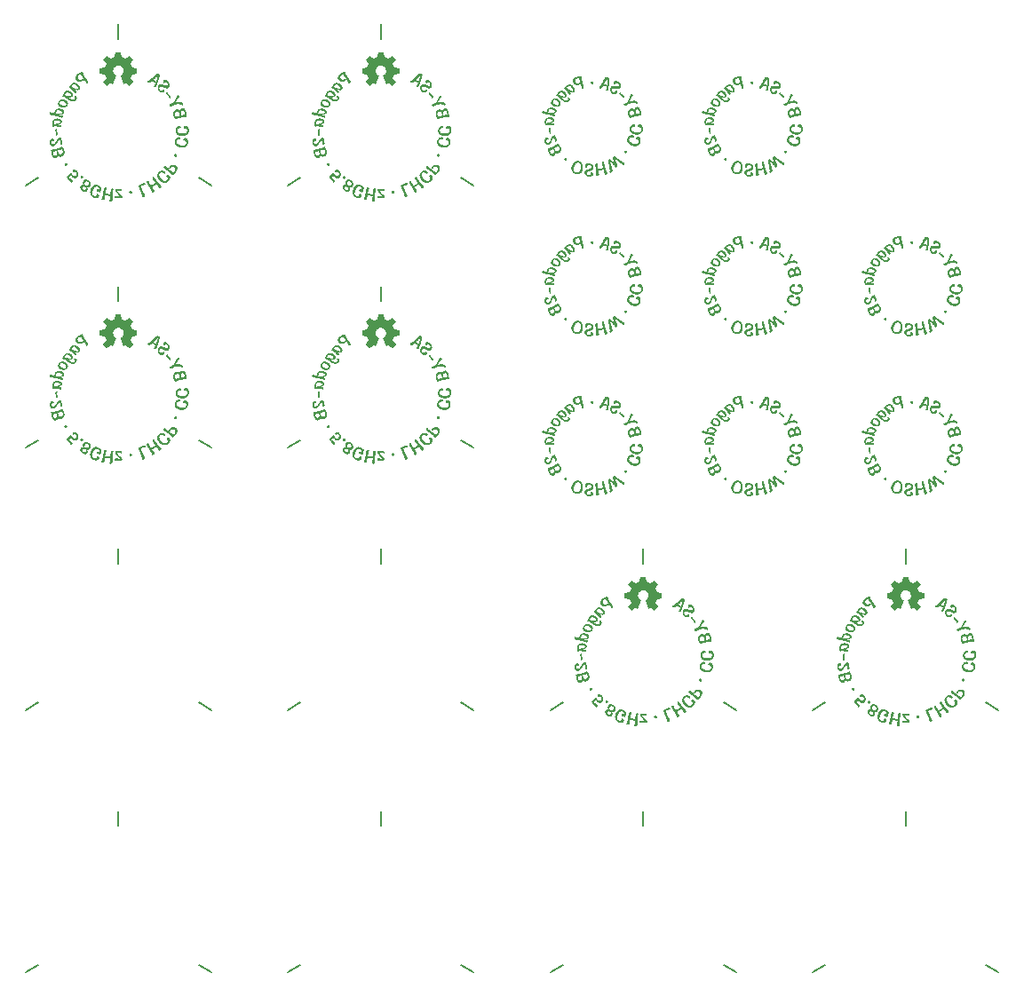
<source format=gbo>
G04 This is an RS-274x file exported by *
G04 gerbv version 2.6.0 *
G04 More information is available about gerbv at *
G04 http://gerbv.gpleda.org/ *
G04 --End of header info--*
%MOIN*%
%FSLAX34Y34*%
%IPPOS*%
G04 --Define apertures--*
%ADD10C,0.0079*%
%ADD11C,0.0000*%
G04 --Start main section--*
G54D10*
G01X0000000Y0004028D02*
G01X0000000Y0003482D01*
G01X-003488Y-002014D02*
G01X-003016Y-001741D01*
G01X0003488Y-002014D02*
G01X0003016Y-001741D01*
G54D11*
G01X0023775Y0029775D02*
G36*
G01X0023378Y0031625D02*
G01X0023367Y0031626D01*
G01X0023356Y0031626D01*
G01X0023344Y0031626D01*
G01X0023333Y0031626D01*
G01X0023322Y0031625D01*
G01X0023310Y0031624D01*
G01X0023299Y0031623D01*
G01X0023288Y0031622D01*
G01X0023276Y0031620D01*
G01X0023265Y0031618D01*
G01X0023254Y0031616D01*
G01X0023243Y0031614D01*
G01X0023231Y0031611D01*
G01X0023220Y0031608D01*
G01X0023209Y0031604D01*
G01X0023198Y0031601D01*
G01X0023187Y0031597D01*
G01X0023177Y0031593D01*
G01X0023167Y0031589D01*
G01X0023157Y0031584D01*
G01X0023148Y0031579D01*
G01X0023139Y0031574D01*
G01X0023131Y0031569D01*
G01X0023123Y0031564D01*
G01X0023115Y0031558D01*
G01X0023107Y0031552D01*
G01X0023100Y0031546D01*
G01X0023094Y0031540D01*
G01X0023087Y0031534D01*
G01X0023081Y0031527D01*
G01X0023076Y0031520D01*
G01X0023071Y0031514D01*
G01X0023066Y0031507D01*
G01X0023062Y0031499D01*
G01X0023059Y0031492D01*
G01X0023056Y0031485D01*
G01X0023054Y0031478D01*
G01X0023052Y0031470D01*
G01X0023051Y0031463D01*
G01X0023051Y0031455D01*
G01X0023051Y0031447D01*
G01X0023051Y0031440D01*
G01X0023053Y0031432D01*
G01X0023054Y0031424D01*
G01X0023057Y0031416D01*
G01X0023059Y0031408D01*
G01X0023063Y0031400D01*
G01X0023066Y0031392D01*
G01X0023070Y0031384D01*
G01X0023075Y0031377D01*
G01X0023079Y0031370D01*
G01X0023084Y0031363D01*
G01X0023090Y0031356D01*
G01X0023095Y0031350D01*
G01X0023101Y0031345D01*
G01X0023107Y0031339D01*
G01X0023113Y0031334D01*
G01X0023120Y0031329D01*
G01X0023127Y0031324D01*
G01X0023134Y0031320D01*
G01X0023141Y0031316D01*
G01X0023149Y0031312D01*
G01X0023157Y0031309D01*
G01X0023165Y0031306D01*
G01X0023173Y0031303D01*
G01X0023181Y0031301D01*
G01X0023189Y0031299D01*
G01X0023197Y0031297D01*
G01X0023205Y0031296D01*
G01X0023213Y0031295D01*
G01X0023221Y0031294D01*
G01X0023229Y0031294D01*
G01X0023236Y0031294D01*
G01X0023244Y0031295D01*
G01X0023252Y0031296D01*
G01X0023260Y0031297D01*
G01X0023268Y0031299D01*
G01X0023276Y0031301D01*
G01X0023284Y0031303D01*
G01X0023290Y0031305D01*
G01X0023295Y0031307D01*
G01X0023300Y0031310D01*
G01X0023304Y0031312D01*
G01X0023308Y0031315D01*
G01X0023312Y0031318D01*
G01X0023315Y0031321D01*
G01X0023317Y0031324D01*
G01X0023319Y0031327D01*
G01X0023321Y0031331D01*
G01X0023322Y0031334D01*
G01X0023323Y0031338D01*
G01X0023323Y0031342D01*
G01X0023323Y0031347D01*
G01X0023322Y0031351D01*
G01X0023321Y0031356D01*
G01X0023321Y0031357D01*
G01X0023320Y0031359D01*
G01X0023320Y0031360D01*
G01X0023319Y0031362D01*
G01X0023318Y0031363D01*
G01X0023318Y0031365D01*
G01X0023317Y0031366D01*
G01X0023316Y0031368D01*
G01X0023316Y0031369D01*
G01X0023315Y0031370D01*
G01X0023314Y0031372D01*
G01X0023313Y0031373D01*
G01X0023312Y0031375D01*
G01X0023311Y0031376D01*
G01X0023310Y0031378D01*
G01X0023309Y0031379D01*
G01X0023307Y0031378D01*
G01X0023305Y0031377D01*
G01X0023303Y0031376D01*
G01X0023301Y0031375D01*
G01X0023299Y0031374D01*
G01X0023297Y0031373D01*
G01X0023295Y0031372D01*
G01X0023294Y0031371D01*
G01X0023292Y0031370D01*
G01X0023290Y0031369D01*
G01X0023288Y0031368D01*
G01X0023286Y0031368D01*
G01X0023284Y0031367D01*
G01X0023282Y0031366D01*
G01X0023281Y0031366D01*
G01X0023279Y0031365D01*
G01X0023273Y0031364D01*
G01X0023268Y0031362D01*
G01X0023263Y0031361D01*
G01X0023257Y0031360D01*
G01X0023252Y0031359D01*
G01X0023247Y0031359D01*
G01X0023242Y0031359D01*
G01X0023238Y0031359D01*
G01X0023233Y0031359D01*
G01X0023228Y0031359D01*
G01X0023224Y0031360D01*
G01X0023220Y0031361D01*
G01X0023215Y0031362D01*
G01X0023211Y0031363D01*
G01X0023207Y0031365D01*
G01X0023203Y0031367D01*
G01X0023199Y0031369D01*
G01X0023195Y0031371D01*
G01X0023191Y0031374D01*
G01X0023188Y0031377D01*
G01X0023185Y0031380D01*
G01X0023181Y0031383D01*
G01X0023178Y0031386D01*
G01X0023175Y0031390D01*
G01X0023172Y0031393D01*
G01X0023169Y0031397D01*
G01X0023166Y0031402D01*
G01X0023164Y0031406D01*
G01X0023161Y0031411D01*
G01X0023159Y0031415D01*
G01X0023157Y0031421D01*
G01X0023155Y0031426D01*
G01X0023153Y0031431D01*
G01X0023151Y0031436D01*
G01X0023150Y0031441D01*
G01X0023149Y0031447D01*
G01X0023148Y0031451D01*
G01X0023147Y0031456D01*
G01X0023147Y0031461D01*
G01X0023147Y0031466D01*
G01X0023147Y0031470D01*
G01X0023148Y0031475D01*
G01X0023149Y0031479D01*
G01X0023150Y0031483D01*
G01X0023151Y0031488D01*
G01X0023153Y0031492D01*
G01X0023155Y0031496D01*
G01X0023157Y0031500D01*
G01X0023160Y0031503D01*
G01X0023162Y0031507D01*
G01X0023165Y0031511D01*
G01X0023169Y0031514D01*
G01X0023172Y0031517D01*
G01X0023176Y0031521D01*
G01X0023180Y0031524D01*
G01X0023184Y0031527D01*
G01X0023188Y0031530D01*
G01X0023193Y0031532D01*
G01X0023198Y0031535D01*
G01X0023203Y0031537D01*
G01X0023208Y0031540D01*
G01X0023214Y0031542D01*
G01X0023219Y0031544D01*
G01X0023226Y0031546D01*
G01X0023229Y0031547D01*
G01X0023232Y0031548D01*
G01X0023235Y0031549D01*
G01X0023239Y0031550D01*
G01X0023243Y0031550D01*
G01X0023246Y0031551D01*
G01X0023250Y0031552D01*
G01X0023254Y0031553D01*
G01X0023258Y0031553D01*
G01X0023262Y0031554D01*
G01X0023266Y0031554D01*
G01X0023271Y0031555D01*
G01X0023275Y0031555D01*
G01X0023280Y0031556D01*
G01X0023284Y0031556D01*
G01X0023289Y0031556D01*
G01X0023293Y0031546D01*
G01X0023296Y0031537D01*
G01X0023299Y0031527D01*
G01X0023302Y0031518D01*
G01X0023306Y0031508D01*
G01X0023309Y0031499D01*
G01X0023311Y0031490D01*
G01X0023314Y0031481D01*
G01X0023317Y0031472D01*
G01X0023320Y0031464D01*
G01X0023322Y0031455D01*
G01X0023325Y0031447D01*
G01X0023327Y0031438D01*
G01X0023329Y0031430D01*
G01X0023331Y0031422D01*
G01X0023334Y0031414D01*
G01X0023339Y0031393D01*
G01X0023345Y0031372D01*
G01X0023350Y0031352D01*
G01X0023355Y0031333D01*
G01X0023359Y0031314D01*
G01X0023363Y0031296D01*
G01X0023367Y0031279D01*
G01X0023371Y0031263D01*
G01X0023374Y0031247D01*
G01X0023377Y0031232D01*
G01X0023380Y0031218D01*
G01X0023383Y0031204D01*
G01X0023385Y0031192D01*
G01X0023387Y0031180D01*
G01X0023389Y0031168D01*
G01X0023390Y0031158D01*
G01X0023393Y0031158D01*
G01X0023395Y0031157D01*
G01X0023398Y0031157D01*
G01X0023400Y0031157D01*
G01X0023403Y0031157D01*
G01X0023405Y0031157D01*
G01X0023408Y0031157D01*
G01X0023410Y0031157D01*
G01X0023413Y0031157D01*
G01X0023415Y0031157D01*
G01X0023418Y0031158D01*
G01X0023420Y0031158D01*
G01X0023423Y0031159D01*
G01X0023425Y0031159D01*
G01X0023428Y0031160D01*
G01X0023430Y0031160D01*
G01X0023433Y0031161D01*
G01X0023435Y0031162D01*
G01X0023438Y0031162D01*
G01X0023440Y0031163D01*
G01X0023442Y0031165D01*
G01X0023444Y0031166D01*
G01X0023446Y0031167D01*
G01X0023448Y0031169D01*
G01X0023450Y0031170D01*
G01X0023452Y0031172D01*
G01X0023454Y0031173D01*
G01X0023456Y0031175D01*
G01X0023458Y0031177D01*
G01X0023459Y0031179D01*
G01X0023461Y0031181D01*
G01X0023462Y0031184D01*
G01X0023464Y0031186D01*
G01X0023465Y0031189D01*
G01X0023466Y0031191D01*
G01X0023467Y0031193D01*
G01X0023468Y0031196D01*
G01X0023469Y0031199D01*
G01X0023469Y0031201D01*
G01X0023470Y0031204D01*
G01X0023470Y0031207D01*
G01X0023471Y0031210D01*
G01X0023471Y0031213D01*
G01X0023471Y0031215D01*
G01X0023470Y0031218D01*
G01X0023470Y0031221D01*
G01X0023470Y0031225D01*
G01X0023469Y0031228D01*
G01X0023468Y0031231D01*
G01X0023467Y0031235D01*
G01X0023466Y0031238D01*
G01X0023465Y0031243D01*
G01X0023464Y0031247D01*
G01X0023463Y0031252D01*
G01X0023462Y0031257D01*
G01X0023460Y0031262D01*
G01X0023459Y0031268D01*
G01X0023457Y0031274D01*
G01X0023455Y0031280D01*
G01X0023453Y0031286D01*
G01X0023451Y0031293D01*
G01X0023449Y0031300D01*
G01X0023447Y0031307D01*
G01X0023444Y0031315D01*
G01X0023442Y0031322D01*
G01X0023439Y0031330D01*
G01X0023437Y0031337D01*
G01X0023435Y0031344D01*
G01X0023433Y0031351D01*
G01X0023431Y0031357D01*
G01X0023429Y0031364D01*
G01X0023427Y0031370D01*
G01X0023425Y0031376D01*
G01X0023424Y0031382D01*
G01X0023422Y0031388D01*
G01X0023421Y0031394D01*
G01X0023419Y0031399D01*
G01X0023418Y0031404D01*
G01X0023417Y0031409D01*
G01X0023416Y0031414D01*
G01X0023413Y0031428D01*
G01X0023410Y0031443D01*
G01X0023407Y0031457D01*
G01X0023404Y0031471D01*
G01X0023402Y0031484D01*
G01X0023400Y0031498D01*
G01X0023398Y0031511D01*
G01X0023396Y0031524D01*
G01X0023395Y0031538D01*
G01X0023393Y0031550D01*
G01X0023392Y0031563D01*
G01X0023391Y0031576D01*
G01X0023390Y0031588D01*
G01X0023390Y0031600D01*
G01X0023389Y0031612D01*
G01X0023389Y0031624D01*
G01X0023378Y0031625D01*
G37*
G36*
G01X0023378Y0031625D02*
G37*
G36*
G01X0022738Y0031170D02*
G01X0022746Y0031164D01*
G01X0022753Y0031157D01*
G01X0022761Y0031150D01*
G01X0022768Y0031143D01*
G01X0022775Y0031136D01*
G01X0022782Y0031129D01*
G01X0022789Y0031122D01*
G01X0022795Y0031115D01*
G01X0022802Y0031108D01*
G01X0022808Y0031100D01*
G01X0022814Y0031092D01*
G01X0022821Y0031085D01*
G01X0022827Y0031077D01*
G01X0022833Y0031069D01*
G01X0022838Y0031061D01*
G01X0022844Y0031053D01*
G01X0022850Y0031045D01*
G01X0022855Y0031037D01*
G01X0022861Y0031029D01*
G01X0022866Y0031021D01*
G01X0022871Y0031013D01*
G01X0022876Y0031004D01*
G01X0022881Y0030996D01*
G01X0022886Y0030987D01*
G01X0022891Y0030979D01*
G01X0022896Y0030970D01*
G01X0022900Y0030962D01*
G01X0022905Y0030953D01*
G01X0022909Y0030944D01*
G01X0022914Y0030935D01*
G01X0022918Y0030927D01*
G01X0022921Y0030927D01*
G01X0022923Y0030928D01*
G01X0022926Y0030929D01*
G01X0022928Y0030930D01*
G01X0022931Y0030931D01*
G01X0022934Y0030932D01*
G01X0022936Y0030933D01*
G01X0022939Y0030934D01*
G01X0022941Y0030935D01*
G01X0022944Y0030937D01*
G01X0022946Y0030938D01*
G01X0022948Y0030939D01*
G01X0022951Y0030941D01*
G01X0022953Y0030942D01*
G01X0022955Y0030944D01*
G01X0022958Y0030945D01*
G01X0022960Y0030947D01*
G01X0022962Y0030948D01*
G01X0022964Y0030950D01*
G01X0022965Y0030952D01*
G01X0022967Y0030953D01*
G01X0022968Y0030955D01*
G01X0022970Y0030957D01*
G01X0022971Y0030959D01*
G01X0022972Y0030961D01*
G01X0022973Y0030963D01*
G01X0022973Y0030965D01*
G01X0022974Y0030967D01*
G01X0022974Y0030969D01*
G01X0022975Y0030971D01*
G01X0022975Y0030973D01*
G01X0022975Y0030975D01*
G01X0022974Y0030977D01*
G01X0022974Y0030980D01*
G01X0022974Y0030982D01*
G01X0022973Y0030984D01*
G01X0022972Y0030987D01*
G01X0022972Y0030989D01*
G01X0022971Y0030992D01*
G01X0022970Y0030995D01*
G01X0022969Y0030997D01*
G01X0022967Y0031000D01*
G01X0022966Y0031003D01*
G01X0022965Y0031005D01*
G01X0022963Y0031008D01*
G01X0022961Y0031011D01*
G01X0022959Y0031014D01*
G01X0022958Y0031017D01*
G01X0022955Y0031020D01*
G01X0022953Y0031023D01*
G01X0022951Y0031027D01*
G01X0022948Y0031030D01*
G01X0022946Y0031034D01*
G01X0022943Y0031037D01*
G01X0022940Y0031041D01*
G01X0022937Y0031045D01*
G01X0022934Y0031049D01*
G01X0022930Y0031053D01*
G01X0022927Y0031057D01*
G01X0022923Y0031061D01*
G01X0022919Y0031065D01*
G01X0022915Y0031070D01*
G01X0022911Y0031074D01*
G01X0022907Y0031079D01*
G01X0022919Y0031071D01*
G01X0022930Y0031064D01*
G01X0022941Y0031058D01*
G01X0022951Y0031052D01*
G01X0022961Y0031046D01*
G01X0022971Y0031041D01*
G01X0022980Y0031036D01*
G01X0022989Y0031031D01*
G01X0022998Y0031027D01*
G01X0023006Y0031024D01*
G01X0023014Y0031021D01*
G01X0023021Y0031018D01*
G01X0023028Y0031016D01*
G01X0023035Y0031014D01*
G01X0023041Y0031013D01*
G01X0023047Y0031012D01*
G01X0023050Y0031012D01*
G01X0023053Y0031012D01*
G01X0023055Y0031012D01*
G01X0023058Y0031012D01*
G01X0023060Y0031012D01*
G01X0023063Y0031013D01*
G01X0023065Y0031013D01*
G01X0023067Y0031013D01*
G01X0023070Y0031014D01*
G01X0023072Y0031014D01*
G01X0023074Y0031015D01*
G01X0023076Y0031016D01*
G01X0023078Y0031017D01*
G01X0023081Y0031018D01*
G01X0023083Y0031019D01*
G01X0023085Y0031020D01*
G01X0023089Y0031022D01*
G01X0023094Y0031025D01*
G01X0023098Y0031028D01*
G01X0023102Y0031032D01*
G01X0023105Y0031035D01*
G01X0023109Y0031039D01*
G01X0023112Y0031043D01*
G01X0023115Y0031047D01*
G01X0023117Y0031051D01*
G01X0023120Y0031055D01*
G01X0023122Y0031060D01*
G01X0023124Y0031065D01*
G01X0023125Y0031070D01*
G01X0023126Y0031075D01*
G01X0023127Y0031080D01*
G01X0023128Y0031086D01*
G01X0023129Y0031092D01*
G01X0023129Y0031097D01*
G01X0023129Y0031103D01*
G01X0023129Y0031109D01*
G01X0023129Y0031115D01*
G01X0023128Y0031121D01*
G01X0023128Y0031127D01*
G01X0023126Y0031133D01*
G01X0023125Y0031139D01*
G01X0023124Y0031145D01*
G01X0023122Y0031151D01*
G01X0023120Y0031158D01*
G01X0023118Y0031164D01*
G01X0023115Y0031170D01*
G01X0023113Y0031177D01*
G01X0023110Y0031183D01*
G01X0023105Y0031193D01*
G01X0023100Y0031202D01*
G01X0023095Y0031211D01*
G01X0023089Y0031220D01*
G01X0023083Y0031229D01*
G01X0023077Y0031237D01*
G01X0023071Y0031245D01*
G01X0023064Y0031252D01*
G01X0023057Y0031259D01*
G01X0023050Y0031266D01*
G01X0023042Y0031273D01*
G01X0023035Y0031279D01*
G01X0023026Y0031285D01*
G01X0023018Y0031290D01*
G01X0023009Y0031295D01*
G01X0023000Y0031300D01*
G01X0022991Y0031304D01*
G01X0022982Y0031308D01*
G01X0022972Y0031311D01*
G01X0022963Y0031313D01*
G01X0022954Y0031315D01*
G01X0022945Y0031316D01*
G01X0022935Y0031316D01*
G01X0022926Y0031316D01*
G01X0022917Y0031316D01*
G01X0022908Y0031314D01*
G01X0022899Y0031312D01*
G01X0022890Y0031310D01*
G01X0022881Y0031307D01*
G01X0022872Y0031303D01*
G01X0022863Y0031299D01*
G01X0022854Y0031294D01*
G01X0022845Y0031288D01*
G01X0022837Y0031282D01*
G01X0022828Y0031276D01*
G01X0022820Y0031270D01*
G01X0022812Y0031264D01*
G01X0022803Y0031257D01*
G01X0022795Y0031250D01*
G01X0022788Y0031243D01*
G01X0022780Y0031236D01*
G01X0022772Y0031228D01*
G01X0022765Y0031220D01*
G01X0022758Y0031212D01*
G01X0022751Y0031203D01*
G01X0022744Y0031195D01*
G01X0022737Y0031186D01*
G01X0022731Y0031177D01*
G01X0022738Y0031170D01*
G37*
G36*
G01X0022738Y0031170D02*
G37*
G36*
G01X0022861Y0030721D02*
G01X0022857Y0030718D01*
G01X0022854Y0030716D01*
G01X0022851Y0030714D01*
G01X0022847Y0030712D01*
G01X0022844Y0030710D01*
G01X0022840Y0030709D01*
G01X0022837Y0030708D01*
G01X0022833Y0030707D01*
G01X0022829Y0030706D01*
G01X0022825Y0030706D01*
G01X0022821Y0030705D01*
G01X0022817Y0030705D01*
G01X0022813Y0030706D01*
G01X0022809Y0030706D01*
G01X0022804Y0030707D01*
G01X0022800Y0030708D01*
G01X0022795Y0030709D01*
G01X0022791Y0030710D01*
G01X0022787Y0030712D01*
G01X0022782Y0030713D01*
G01X0022778Y0030715D01*
G01X0022773Y0030717D01*
G01X0022769Y0030719D01*
G01X0022765Y0030722D01*
G01X0022760Y0030725D01*
G01X0022756Y0030727D01*
G01X0022752Y0030731D01*
G01X0022747Y0030734D01*
G01X0022743Y0030737D01*
G01X0022739Y0030741D01*
G01X0022734Y0030745D01*
G01X0022732Y0030747D01*
G01X0022730Y0030749D01*
G01X0022727Y0030751D01*
G01X0022725Y0030754D01*
G01X0022722Y0030756D01*
G01X0022720Y0030759D01*
G01X0022717Y0030762D01*
G01X0022714Y0030765D01*
G01X0022711Y0030768D01*
G01X0022708Y0030771D01*
G01X0022705Y0030774D01*
G01X0022701Y0030778D01*
G01X0022698Y0030781D01*
G01X0022694Y0030785D01*
G01X0022691Y0030789D01*
G01X0022687Y0030793D01*
G01X0022683Y0030797D01*
G01X0022680Y0030801D01*
G01X0022676Y0030804D01*
G01X0022673Y0030808D01*
G01X0022670Y0030811D01*
G01X0022666Y0030814D01*
G01X0022664Y0030817D01*
G01X0022661Y0030820D01*
G01X0022658Y0030823D01*
G01X0022656Y0030826D01*
G01X0022653Y0030828D01*
G01X0022651Y0030831D01*
G01X0022649Y0030833D01*
G01X0022647Y0030835D01*
G01X0022645Y0030837D01*
G01X0022643Y0030838D01*
G01X0022655Y0030835D01*
G01X0022666Y0030832D01*
G01X0022676Y0030830D01*
G01X0022686Y0030827D01*
G01X0022695Y0030825D01*
G01X0022704Y0030823D01*
G01X0022713Y0030822D01*
G01X0022721Y0030821D01*
G01X0022729Y0030819D01*
G01X0022736Y0030819D01*
G01X0022743Y0030818D01*
G01X0022749Y0030818D01*
G01X0022755Y0030818D01*
G01X0022761Y0030818D01*
G01X0022766Y0030819D01*
G01X0022770Y0030819D01*
G01X0022773Y0030820D01*
G01X0022775Y0030821D01*
G01X0022777Y0030821D01*
G01X0022779Y0030822D01*
G01X0022781Y0030823D01*
G01X0022783Y0030824D01*
G01X0022785Y0030824D01*
G01X0022787Y0030825D01*
G01X0022789Y0030826D01*
G01X0022791Y0030828D01*
G01X0022793Y0030829D01*
G01X0022794Y0030830D01*
G01X0022796Y0030831D01*
G01X0022798Y0030833D01*
G01X0022800Y0030834D01*
G01X0022801Y0030835D01*
G01X0022805Y0030839D01*
G01X0022809Y0030843D01*
G01X0022812Y0030847D01*
G01X0022815Y0030851D01*
G01X0022818Y0030855D01*
G01X0022820Y0030860D01*
G01X0022822Y0030864D01*
G01X0022824Y0030869D01*
G01X0022825Y0030874D01*
G01X0022826Y0030879D01*
G01X0022827Y0030884D01*
G01X0022828Y0030889D01*
G01X0022828Y0030894D01*
G01X0022828Y0030900D01*
G01X0022827Y0030905D01*
G01X0022827Y0030911D01*
G01X0022826Y0030917D01*
G01X0022825Y0030923D01*
G01X0022823Y0030928D01*
G01X0022822Y0030934D01*
G01X0022820Y0030940D01*
G01X0022818Y0030946D01*
G01X0022815Y0030952D01*
G01X0022813Y0030957D01*
G01X0022810Y0030963D01*
G01X0022807Y0030969D01*
G01X0022804Y0030975D01*
G01X0022800Y0030980D01*
G01X0022797Y0030986D01*
G01X0022793Y0030992D01*
G01X0022789Y0030997D01*
G01X0022784Y0031003D01*
G01X0022778Y0031011D01*
G01X0022771Y0031018D01*
G01X0022765Y0031024D01*
G01X0022758Y0031031D01*
G01X0022751Y0031037D01*
G01X0022743Y0031043D01*
G01X0022736Y0031048D01*
G01X0022728Y0031053D01*
G01X0022720Y0031058D01*
G01X0022712Y0031062D01*
G01X0022704Y0031066D01*
G01X0022695Y0031069D01*
G01X0022686Y0031072D01*
G01X0022677Y0031075D01*
G01X0022668Y0031077D01*
G01X0022658Y0031078D01*
G01X0022649Y0031080D01*
G01X0022639Y0031080D01*
G01X0022630Y0031081D01*
G01X0022621Y0031080D01*
G01X0022611Y0031079D01*
G01X0022602Y0031078D01*
G01X0022594Y0031076D01*
G01X0022585Y0031073D01*
G01X0022576Y0031070D01*
G01X0022568Y0031067D01*
G01X0022560Y0031062D01*
G01X0022552Y0031058D01*
G01X0022544Y0031052D01*
G01X0022536Y0031047D01*
G01X0022529Y0031040D01*
G01X0022522Y0031033D01*
G01X0022515Y0031026D01*
G01X0022508Y0031019D01*
G01X0022501Y0031011D01*
G01X0022495Y0031003D01*
G01X0022488Y0030996D01*
G01X0022482Y0030987D01*
G01X0022476Y0030979D01*
G01X0022471Y0030970D01*
G01X0022465Y0030962D01*
G01X0022460Y0030953D01*
G01X0022455Y0030944D01*
G01X0022450Y0030935D01*
G01X0022445Y0030925D01*
G01X0022440Y0030916D01*
G01X0022436Y0030906D01*
G01X0022432Y0030896D01*
G01X0022441Y0030892D01*
G01X0022449Y0030888D01*
G01X0022458Y0030884D01*
G01X0022466Y0030880D01*
G01X0022474Y0030876D01*
G01X0022482Y0030871D01*
G01X0022490Y0030866D01*
G01X0022497Y0030862D01*
G01X0022505Y0030857D01*
G01X0022512Y0030852D01*
G01X0022520Y0030847D01*
G01X0022527Y0030842D01*
G01X0022534Y0030836D01*
G01X0022541Y0030831D01*
G01X0022548Y0030825D01*
G01X0022554Y0030820D01*
G01X0022558Y0030817D01*
G01X0022561Y0030814D01*
G01X0022564Y0030811D01*
G01X0022568Y0030808D01*
G01X0022571Y0030805D01*
G01X0022575Y0030801D01*
G01X0022578Y0030798D01*
G01X0022582Y0030794D01*
G01X0022586Y0030791D01*
G01X0022590Y0030787D01*
G01X0022594Y0030783D01*
G01X0022598Y0030779D01*
G01X0022602Y0030775D01*
G01X0022606Y0030771D01*
G01X0022610Y0030767D01*
G01X0022615Y0030762D01*
G01X0022619Y0030758D01*
G01X0022623Y0030754D01*
G01X0022627Y0030750D01*
G01X0022631Y0030746D01*
G01X0022635Y0030742D01*
G01X0022638Y0030739D01*
G01X0022642Y0030735D01*
G01X0022645Y0030732D01*
G01X0022649Y0030729D01*
G01X0022652Y0030726D01*
G01X0022655Y0030723D01*
G01X0022657Y0030721D01*
G01X0022660Y0030718D01*
G01X0022663Y0030716D01*
G01X0022665Y0030714D01*
G01X0022668Y0030712D01*
G01X0022676Y0030705D01*
G01X0022684Y0030699D01*
G01X0022692Y0030693D01*
G01X0022700Y0030688D01*
G01X0022708Y0030683D01*
G01X0022717Y0030679D01*
G01X0022725Y0030674D01*
G01X0022733Y0030671D01*
G01X0022741Y0030667D01*
G01X0022750Y0030664D01*
G01X0022758Y0030662D01*
G01X0022767Y0030659D01*
G01X0022775Y0030657D01*
G01X0022784Y0030656D01*
G01X0022792Y0030655D01*
G01X0022801Y0030654D01*
G01X0022809Y0030653D01*
G01X0022818Y0030653D01*
G01X0022826Y0030653D01*
G01X0022833Y0030654D01*
G01X0022841Y0030655D01*
G01X0022849Y0030656D01*
G01X0022856Y0030658D01*
G01X0022863Y0030660D01*
G01X0022870Y0030662D01*
G01X0022876Y0030665D01*
G01X0022883Y0030668D01*
G01X0022889Y0030672D01*
G01X0022895Y0030676D01*
G01X0022901Y0030680D01*
G01X0022907Y0030685D01*
G01X0022913Y0030690D01*
G01X0022916Y0030693D01*
G01X0022920Y0030696D01*
G01X0022923Y0030700D01*
G01X0022925Y0030703D01*
G01X0022928Y0030706D01*
G01X0022931Y0030710D01*
G01X0022933Y0030713D01*
G01X0022935Y0030717D01*
G01X0022937Y0030720D01*
G01X0022939Y0030724D01*
G01X0022941Y0030727D01*
G01X0022943Y0030731D01*
G01X0022944Y0030735D01*
G01X0022946Y0030739D01*
G01X0022947Y0030743D01*
G01X0022948Y0030747D01*
G01X0022949Y0030750D01*
G01X0022950Y0030754D01*
G01X0022950Y0030758D01*
G01X0022950Y0030762D01*
G01X0022950Y0030766D01*
G01X0022950Y0030770D01*
G01X0022949Y0030774D01*
G01X0022948Y0030778D01*
G01X0022947Y0030782D01*
G01X0022946Y0030786D01*
G01X0022944Y0030790D01*
G01X0022942Y0030793D01*
G01X0022940Y0030797D01*
G01X0022938Y0030801D01*
G01X0022935Y0030805D01*
G01X0022932Y0030809D01*
G01X0022930Y0030811D01*
G01X0022928Y0030813D01*
G01X0022926Y0030815D01*
G01X0022924Y0030817D01*
G01X0022921Y0030819D01*
G01X0022919Y0030821D01*
G01X0022917Y0030822D01*
G01X0022915Y0030824D01*
G01X0022912Y0030825D01*
G01X0022910Y0030827D01*
G01X0022907Y0030828D01*
G01X0022905Y0030829D01*
G01X0022902Y0030830D01*
G01X0022899Y0030830D01*
G01X0022897Y0030831D01*
G01X0022894Y0030831D01*
G01X0022891Y0030832D01*
G01X0022888Y0030832D01*
G01X0022886Y0030832D01*
G01X0022883Y0030832D01*
G01X0022880Y0030832D01*
G01X0022878Y0030831D01*
G01X0022875Y0030831D01*
G01X0022873Y0030830D01*
G01X0022871Y0030830D01*
G01X0022868Y0030829D01*
G01X0022866Y0030828D01*
G01X0022864Y0030827D01*
G01X0022862Y0030825D01*
G01X0022859Y0030824D01*
G01X0022857Y0030822D01*
G01X0022855Y0030821D01*
G01X0022855Y0030820D01*
G01X0022855Y0030820D01*
G01X0022854Y0030820D01*
G01X0022854Y0030819D01*
G01X0022853Y0030819D01*
G01X0022853Y0030818D01*
G01X0022852Y0030818D01*
G01X0022852Y0030817D01*
G01X0022851Y0030817D01*
G01X0022851Y0030816D01*
G01X0022850Y0030816D01*
G01X0022850Y0030815D01*
G01X0022849Y0030814D01*
G01X0022849Y0030814D01*
G01X0022848Y0030813D01*
G01X0022848Y0030812D01*
G01X0022849Y0030812D01*
G01X0022850Y0030811D01*
G01X0022850Y0030810D01*
G01X0022851Y0030810D01*
G01X0022852Y0030809D01*
G01X0022853Y0030808D01*
G01X0022854Y0030808D01*
G01X0022854Y0030807D01*
G01X0022855Y0030806D01*
G01X0022856Y0030806D01*
G01X0022856Y0030805D01*
G01X0022857Y0030804D01*
G01X0022858Y0030804D01*
G01X0022858Y0030803D01*
G01X0022859Y0030802D01*
G01X0022860Y0030802D01*
G01X0022861Y0030799D01*
G01X0022863Y0030797D01*
G01X0022865Y0030795D01*
G01X0022867Y0030792D01*
G01X0022868Y0030790D01*
G01X0022870Y0030787D01*
G01X0022871Y0030785D01*
G01X0022872Y0030782D01*
G01X0022873Y0030780D01*
G01X0022874Y0030777D01*
G01X0022875Y0030774D01*
G01X0022875Y0030772D01*
G01X0022876Y0030769D01*
G01X0022876Y0030766D01*
G01X0022877Y0030763D01*
G01X0022877Y0030760D01*
G01X0022877Y0030758D01*
G01X0022877Y0030755D01*
G01X0022877Y0030752D01*
G01X0022876Y0030750D01*
G01X0022876Y0030747D01*
G01X0022875Y0030745D01*
G01X0022875Y0030742D01*
G01X0022874Y0030740D01*
G01X0022873Y0030738D01*
G01X0022872Y0030735D01*
G01X0022871Y0030733D01*
G01X0022870Y0030731D01*
G01X0022868Y0030729D01*
G01X0022867Y0030727D01*
G01X0022865Y0030726D01*
G01X0022864Y0030724D01*
G01X0022861Y0030721D01*
G37*
G36*
G01X0022861Y0030721D02*
G37*
G36*
G01X0022586Y0030550D02*
G01X0022590Y0030557D01*
G01X0022593Y0030563D01*
G01X0022596Y0030570D01*
G01X0022599Y0030576D01*
G01X0022601Y0030583D01*
G01X0022602Y0030589D01*
G01X0022604Y0030596D01*
G01X0022605Y0030602D01*
G01X0022605Y0030609D01*
G01X0022605Y0030615D01*
G01X0022605Y0030621D01*
G01X0022604Y0030628D01*
G01X0022603Y0030634D01*
G01X0022602Y0030640D01*
G01X0022600Y0030647D01*
G01X0022598Y0030653D01*
G01X0022595Y0030660D01*
G01X0022592Y0030666D01*
G01X0022589Y0030672D01*
G01X0022585Y0030679D01*
G01X0022581Y0030685D01*
G01X0022577Y0030691D01*
G01X0022572Y0030697D01*
G01X0022567Y0030704D01*
G01X0022562Y0030710D01*
G01X0022556Y0030716D01*
G01X0022550Y0030722D01*
G01X0022543Y0030728D01*
G01X0022537Y0030734D01*
G01X0022529Y0030741D01*
G01X0022522Y0030747D01*
G01X0022514Y0030752D01*
G01X0022506Y0030758D01*
G01X0022498Y0030763D01*
G01X0022490Y0030768D01*
G01X0022482Y0030772D01*
G01X0022474Y0030776D01*
G01X0022465Y0030779D01*
G01X0022457Y0030782D01*
G01X0022448Y0030785D01*
G01X0022439Y0030787D01*
G01X0022431Y0030789D01*
G01X0022422Y0030790D01*
G01X0022413Y0030791D01*
G01X0022403Y0030792D01*
G01X0022394Y0030792D01*
G01X0022385Y0030792D01*
G01X0022375Y0030791D01*
G01X0022366Y0030789D01*
G01X0022358Y0030788D01*
G01X0022349Y0030785D01*
G01X0022341Y0030782D01*
G01X0022333Y0030779D01*
G01X0022325Y0030775D01*
G01X0022317Y0030771D01*
G01X0022310Y0030766D01*
G01X0022303Y0030761D01*
G01X0022296Y0030755D01*
G01X0022289Y0030749D01*
G01X0022283Y0030742D01*
G01X0022277Y0030735D01*
G01X0022271Y0030728D01*
G01X0022266Y0030720D01*
G01X0022256Y0030703D01*
G01X0022249Y0030686D01*
G01X0022243Y0030670D01*
G01X0022239Y0030654D01*
G01X0022237Y0030639D01*
G01X0022237Y0030624D01*
G01X0022239Y0030609D01*
G01X0022243Y0030595D01*
G01X0022249Y0030582D01*
G01X0022256Y0030569D01*
G01X0022266Y0030557D01*
G01X0022277Y0030545D01*
G01X0022290Y0030534D01*
G01X0022304Y0030523D01*
G01X0022321Y0030512D01*
G01X0022339Y0030503D01*
G01X0022348Y0030498D01*
G01X0022357Y0030494D01*
G01X0022366Y0030491D01*
G01X0022374Y0030488D01*
G01X0022383Y0030485D01*
G01X0022392Y0030483D01*
G01X0022401Y0030481D01*
G01X0022410Y0030479D01*
G01X0022419Y0030478D01*
G01X0022427Y0030477D01*
G01X0022436Y0030477D01*
G01X0022445Y0030477D01*
G01X0022454Y0030477D01*
G01X0022462Y0030478D01*
G01X0022471Y0030479D01*
G01X0022480Y0030480D01*
G01X0022488Y0030481D01*
G01X0022496Y0030483D01*
G01X0022504Y0030485D01*
G01X0022512Y0030488D01*
G01X0022519Y0030491D01*
G01X0022526Y0030494D01*
G01X0022533Y0030497D01*
G01X0022540Y0030501D01*
G01X0022546Y0030505D01*
G01X0022552Y0030510D01*
G01X0022557Y0030515D01*
G01X0022563Y0030520D01*
G01X0022568Y0030525D01*
G01X0022573Y0030531D01*
G01X0022578Y0030537D01*
G01X0022582Y0030544D01*
G01X0022586Y0030550D01*
G37*
G36*
G01X0022586Y0030550D02*
G37*
G36*
G01X0021927Y0030335D02*
G01X0021925Y0030333D01*
G01X0021924Y0030330D01*
G01X0021922Y0030327D01*
G01X0021920Y0030324D01*
G01X0021919Y0030321D01*
G01X0021917Y0030318D01*
G01X0021916Y0030315D01*
G01X0021914Y0030312D01*
G01X0021913Y0030309D01*
G01X0021912Y0030306D01*
G01X0021911Y0030303D01*
G01X0021910Y0030300D01*
G01X0021909Y0030297D01*
G01X0021908Y0030294D01*
G01X0021907Y0030290D01*
G01X0021906Y0030287D01*
G01X0021905Y0030284D01*
G01X0021905Y0030281D01*
G01X0021904Y0030278D01*
G01X0021904Y0030275D01*
G01X0021904Y0030272D01*
G01X0021904Y0030269D01*
G01X0021904Y0030266D01*
G01X0021904Y0030263D01*
G01X0021905Y0030260D01*
G01X0021905Y0030257D01*
G01X0021906Y0030255D01*
G01X0021907Y0030252D01*
G01X0021908Y0030249D01*
G01X0021909Y0030247D01*
G01X0021910Y0030244D01*
G01X0021912Y0030241D01*
G01X0021913Y0030239D01*
G01X0021915Y0030237D01*
G01X0021916Y0030235D01*
G01X0021918Y0030233D01*
G01X0021920Y0030231D01*
G01X0021922Y0030229D01*
G01X0021924Y0030227D01*
G01X0021926Y0030226D01*
G01X0021928Y0030224D01*
G01X0021930Y0030223D01*
G01X0021933Y0030222D01*
G01X0021935Y0030221D01*
G01X0021938Y0030220D01*
G01X0021940Y0030219D01*
G01X0021943Y0030218D01*
G01X0021946Y0030218D01*
G01X0021950Y0030217D01*
G01X0021954Y0030216D01*
G01X0021958Y0030215D01*
G01X0021963Y0030214D01*
G01X0021969Y0030213D01*
G01X0021974Y0030212D01*
G01X0021981Y0030211D01*
G01X0021988Y0030210D01*
G01X0021995Y0030209D01*
G01X0022003Y0030207D01*
G01X0022011Y0030206D01*
G01X0022020Y0030205D01*
G01X0022029Y0030203D01*
G01X0022039Y0030202D01*
G01X0022049Y0030200D01*
G01X0022060Y0030198D01*
G01X0022070Y0030197D01*
G01X0022081Y0030195D01*
G01X0022091Y0030193D01*
G01X0022102Y0030191D01*
G01X0022112Y0030189D01*
G01X0022122Y0030187D01*
G01X0022132Y0030185D01*
G01X0022143Y0030183D01*
G01X0022153Y0030181D01*
G01X0022163Y0030178D01*
G01X0022173Y0030176D01*
G01X0022183Y0030174D01*
G01X0022193Y0030171D01*
G01X0022203Y0030169D01*
G01X0022213Y0030166D01*
G01X0022223Y0030164D01*
G01X0022233Y0030161D01*
G01X0022243Y0030158D01*
G01X0022253Y0030155D01*
G01X0022263Y0030152D01*
G01X0022274Y0030149D01*
G01X0022284Y0030146D01*
G01X0022294Y0030142D01*
G01X0022305Y0030139D01*
G01X0022315Y0030135D01*
G01X0022326Y0030131D01*
G01X0022336Y0030127D01*
G01X0022347Y0030123D01*
G01X0022358Y0030119D01*
G01X0022368Y0030115D01*
G01X0022379Y0030110D01*
G01X0022381Y0030113D01*
G01X0022382Y0030115D01*
G01X0022384Y0030117D01*
G01X0022385Y0030120D01*
G01X0022387Y0030122D01*
G01X0022388Y0030125D01*
G01X0022389Y0030127D01*
G01X0022390Y0030130D01*
G01X0022391Y0030132D01*
G01X0022393Y0030135D01*
G01X0022394Y0030137D01*
G01X0022395Y0030140D01*
G01X0022395Y0030143D01*
G01X0022396Y0030145D01*
G01X0022397Y0030148D01*
G01X0022398Y0030151D01*
G01X0022399Y0030155D01*
G01X0022399Y0030160D01*
G01X0022399Y0030164D01*
G01X0022399Y0030168D01*
G01X0022397Y0030172D01*
G01X0022396Y0030176D01*
G01X0022393Y0030179D01*
G01X0022391Y0030183D01*
G01X0022387Y0030186D01*
G01X0022383Y0030189D01*
G01X0022379Y0030192D01*
G01X0022374Y0030195D01*
G01X0022368Y0030198D01*
G01X0022362Y0030201D01*
G01X0022355Y0030203D01*
G01X0022348Y0030206D01*
G01X0022345Y0030207D01*
G01X0022342Y0030207D01*
G01X0022339Y0030208D01*
G01X0022336Y0030209D01*
G01X0022332Y0030210D01*
G01X0022328Y0030211D01*
G01X0022324Y0030211D01*
G01X0022319Y0030212D01*
G01X0022314Y0030213D01*
G01X0022309Y0030214D01*
G01X0022304Y0030215D01*
G01X0022298Y0030216D01*
G01X0022292Y0030217D01*
G01X0022286Y0030218D01*
G01X0022280Y0030219D01*
G01X0022273Y0030220D01*
G01X0022281Y0030221D01*
G01X0022289Y0030222D01*
G01X0022297Y0030223D01*
G01X0022304Y0030224D01*
G01X0022311Y0030225D01*
G01X0022318Y0030226D01*
G01X0022325Y0030227D01*
G01X0022331Y0030228D01*
G01X0022337Y0030229D01*
G01X0022343Y0030230D01*
G01X0022348Y0030231D01*
G01X0022354Y0030232D01*
G01X0022359Y0030233D01*
G01X0022364Y0030235D01*
G01X0022368Y0030236D01*
G01X0022373Y0030237D01*
G01X0022377Y0030238D01*
G01X0022381Y0030239D01*
G01X0022385Y0030241D01*
G01X0022389Y0030242D01*
G01X0022392Y0030243D01*
G01X0022396Y0030244D01*
G01X0022399Y0030246D01*
G01X0022402Y0030247D01*
G01X0022406Y0030248D01*
G01X0022409Y0030250D01*
G01X0022411Y0030251D01*
G01X0022414Y0030253D01*
G01X0022417Y0030254D01*
G01X0022419Y0030256D01*
G01X0022422Y0030257D01*
G01X0022424Y0030259D01*
G01X0022426Y0030260D01*
G01X0022428Y0030262D01*
G01X0022430Y0030264D01*
G01X0022432Y0030266D01*
G01X0022434Y0030267D01*
G01X0022435Y0030269D01*
G01X0022437Y0030271D01*
G01X0022439Y0030273D01*
G01X0022440Y0030275D01*
G01X0022441Y0030277D01*
G01X0022443Y0030279D01*
G01X0022444Y0030281D01*
G01X0022445Y0030283D01*
G01X0022446Y0030285D01*
G01X0022447Y0030288D01*
G01X0022448Y0030290D01*
G01X0022450Y0030295D01*
G01X0022451Y0030300D01*
G01X0022453Y0030305D01*
G01X0022454Y0030310D01*
G01X0022454Y0030315D01*
G01X0022454Y0030320D01*
G01X0022454Y0030325D01*
G01X0022454Y0030330D01*
G01X0022453Y0030334D01*
G01X0022452Y0030339D01*
G01X0022451Y0030344D01*
G01X0022449Y0030349D01*
G01X0022447Y0030353D01*
G01X0022445Y0030358D01*
G01X0022442Y0030363D01*
G01X0022439Y0030368D01*
G01X0022436Y0030372D01*
G01X0022432Y0030377D01*
G01X0022429Y0030381D01*
G01X0022425Y0030386D01*
G01X0022421Y0030390D01*
G01X0022417Y0030394D01*
G01X0022412Y0030398D01*
G01X0022408Y0030402D01*
G01X0022403Y0030406D01*
G01X0022398Y0030409D01*
G01X0022393Y0030413D01*
G01X0022387Y0030416D01*
G01X0022382Y0030420D01*
G01X0022376Y0030423D01*
G01X0022370Y0030426D01*
G01X0022364Y0030429D01*
G01X0022357Y0030432D01*
G01X0022351Y0030435D01*
G01X0022345Y0030437D01*
G01X0022338Y0030440D01*
G01X0022332Y0030442D01*
G01X0022326Y0030444D01*
G01X0022319Y0030446D01*
G01X0022313Y0030447D01*
G01X0022306Y0030449D01*
G01X0022300Y0030450D01*
G01X0022293Y0030452D01*
G01X0022286Y0030453D01*
G01X0022280Y0030454D01*
G01X0022273Y0030454D01*
G01X0022267Y0030455D01*
G01X0022260Y0030455D01*
G01X0022253Y0030455D01*
G01X0022247Y0030455D01*
G01X0022240Y0030455D01*
G01X0022234Y0030454D01*
G01X0022227Y0030454D01*
G01X0022221Y0030453D01*
G01X0022215Y0030452D01*
G01X0022208Y0030450D01*
G01X0022202Y0030449D01*
G01X0022196Y0030447D01*
G01X0022190Y0030445D01*
G01X0022184Y0030442D01*
G01X0022178Y0030440D01*
G01X0022172Y0030437D01*
G01X0022166Y0030434D01*
G01X0022160Y0030431D01*
G01X0022154Y0030427D01*
G01X0022149Y0030424D01*
G01X0022144Y0030420D01*
G01X0022139Y0030416D01*
G01X0022134Y0030412D01*
G01X0022129Y0030408D01*
G01X0022125Y0030404D01*
G01X0022121Y0030399D01*
G01X0022117Y0030394D01*
G01X0022114Y0030390D01*
G01X0022110Y0030385D01*
G01X0022107Y0030380D01*
G01X0022104Y0030374D01*
G01X0022102Y0030369D01*
G01X0022099Y0030363D01*
G01X0022097Y0030358D01*
G01X0022095Y0030352D01*
G01X0022094Y0030346D01*
G01X0022092Y0030341D01*
G01X0022090Y0030335D01*
G01X0022089Y0030330D01*
G01X0022088Y0030324D01*
G01X0022087Y0030319D01*
G01X0022086Y0030314D01*
G01X0022085Y0030309D01*
G01X0022084Y0030304D01*
G01X0022084Y0030299D01*
G01X0022084Y0030294D01*
G01X0022083Y0030289D01*
G01X0022083Y0030284D01*
G01X0022083Y0030279D01*
G01X0022083Y0030274D01*
G01X0022073Y0030278D01*
G01X0022063Y0030281D01*
G01X0022052Y0030285D01*
G01X0022042Y0030288D01*
G01X0022032Y0030292D01*
G01X0022022Y0030296D01*
G01X0022012Y0030299D01*
G01X0022003Y0030303D01*
G01X0021993Y0030307D01*
G01X0021984Y0030311D01*
G01X0021974Y0030316D01*
G01X0021965Y0030320D01*
G01X0021956Y0030324D01*
G01X0021947Y0030329D01*
G01X0021938Y0030333D01*
G01X0021929Y0030338D01*
G01X0021927Y0030335D01*
G37*
G36*
G01X0021927Y0030335D02*
G37*
G36*
G01X0022037Y0029778D02*
G01X0022046Y0029780D01*
G01X0022056Y0029782D01*
G01X0022066Y0029783D01*
G01X0022076Y0029785D01*
G01X0022086Y0029787D01*
G01X0022096Y0029788D01*
G01X0022105Y0029789D01*
G01X0022115Y0029790D01*
G01X0022125Y0029791D01*
G01X0022135Y0029791D01*
G01X0022145Y0029792D01*
G01X0022154Y0029792D01*
G01X0022164Y0029793D01*
G01X0022174Y0029793D01*
G01X0022184Y0029793D01*
G01X0022194Y0029793D01*
G01X0022204Y0029792D01*
G01X0022213Y0029792D01*
G01X0022223Y0029791D01*
G01X0022233Y0029791D01*
G01X0022243Y0029790D01*
G01X0022252Y0029789D01*
G01X0022262Y0029788D01*
G01X0022272Y0029787D01*
G01X0022282Y0029785D01*
G01X0022291Y0029784D01*
G01X0022301Y0029783D01*
G01X0022311Y0029781D01*
G01X0022320Y0029779D01*
G01X0022330Y0029778D01*
G01X0022339Y0029776D01*
G01X0022340Y0029778D01*
G01X0022341Y0029781D01*
G01X0022342Y0029784D01*
G01X0022343Y0029786D01*
G01X0022344Y0029789D01*
G01X0022345Y0029792D01*
G01X0022345Y0029794D01*
G01X0022346Y0029797D01*
G01X0022346Y0029800D01*
G01X0022347Y0029802D01*
G01X0022347Y0029805D01*
G01X0022348Y0029808D01*
G01X0022348Y0029811D01*
G01X0022348Y0029813D01*
G01X0022348Y0029816D01*
G01X0022348Y0029819D01*
G01X0022348Y0029821D01*
G01X0022348Y0029824D01*
G01X0022348Y0029827D01*
G01X0022348Y0029829D01*
G01X0022347Y0029831D01*
G01X0022347Y0029834D01*
G01X0022346Y0029836D01*
G01X0022345Y0029838D01*
G01X0022344Y0029840D01*
G01X0022343Y0029841D01*
G01X0022342Y0029843D01*
G01X0022341Y0029845D01*
G01X0022339Y0029846D01*
G01X0022338Y0029848D01*
G01X0022336Y0029849D01*
G01X0022334Y0029850D01*
G01X0022332Y0029851D01*
G01X0022330Y0029853D01*
G01X0022328Y0029854D01*
G01X0022326Y0029855D01*
G01X0022324Y0029856D01*
G01X0022321Y0029856D01*
G01X0022319Y0029857D01*
G01X0022316Y0029858D01*
G01X0022313Y0029859D01*
G01X0022310Y0029859D01*
G01X0022307Y0029860D01*
G01X0022304Y0029860D01*
G01X0022301Y0029861D01*
G01X0022298Y0029861D01*
G01X0022294Y0029861D01*
G01X0022291Y0029862D01*
G01X0022287Y0029862D01*
G01X0022283Y0029862D01*
G01X0022279Y0029862D01*
G01X0022275Y0029862D01*
G01X0022270Y0029862D01*
G01X0022266Y0029862D01*
G01X0022261Y0029862D01*
G01X0022256Y0029862D01*
G01X0022251Y0029861D01*
G01X0022246Y0029861D01*
G01X0022241Y0029861D01*
G01X0022235Y0029860D01*
G01X0022229Y0029860D01*
G01X0022223Y0029859D01*
G01X0022217Y0029859D01*
G01X0022211Y0029858D01*
G01X0022224Y0029863D01*
G01X0022236Y0029868D01*
G01X0022248Y0029873D01*
G01X0022259Y0029877D01*
G01X0022270Y0029882D01*
G01X0022280Y0029886D01*
G01X0022289Y0029891D01*
G01X0022298Y0029896D01*
G01X0022306Y0029900D01*
G01X0022314Y0029904D01*
G01X0022321Y0029909D01*
G01X0022328Y0029913D01*
G01X0022334Y0029918D01*
G01X0022339Y0029922D01*
G01X0022344Y0029926D01*
G01X0022348Y0029931D01*
G01X0022350Y0029933D01*
G01X0022351Y0029935D01*
G01X0022353Y0029937D01*
G01X0022354Y0029939D01*
G01X0022356Y0029941D01*
G01X0022357Y0029943D01*
G01X0022358Y0029945D01*
G01X0022359Y0029947D01*
G01X0022360Y0029950D01*
G01X0022361Y0029952D01*
G01X0022362Y0029954D01*
G01X0022363Y0029956D01*
G01X0022363Y0029958D01*
G01X0022364Y0029961D01*
G01X0022364Y0029963D01*
G01X0022364Y0029965D01*
G01X0022365Y0029971D01*
G01X0022365Y0029976D01*
G01X0022365Y0029981D01*
G01X0022365Y0029986D01*
G01X0022364Y0029991D01*
G01X0022364Y0029996D01*
G01X0022362Y0030001D01*
G01X0022361Y0030005D01*
G01X0022359Y0030010D01*
G01X0022357Y0030015D01*
G01X0022354Y0030019D01*
G01X0022352Y0030023D01*
G01X0022349Y0030027D01*
G01X0022345Y0030032D01*
G01X0022341Y0030036D01*
G01X0022337Y0030040D01*
G01X0022333Y0030044D01*
G01X0022329Y0030047D01*
G01X0022324Y0030051D01*
G01X0022319Y0030054D01*
G01X0022314Y0030058D01*
G01X0022309Y0030061D01*
G01X0022304Y0030064D01*
G01X0022299Y0030066D01*
G01X0022293Y0030069D01*
G01X0022287Y0030072D01*
G01X0022281Y0030074D01*
G01X0022275Y0030076D01*
G01X0022269Y0030078D01*
G01X0022262Y0030080D01*
G01X0022255Y0030082D01*
G01X0022248Y0030083D01*
G01X0022238Y0030085D01*
G01X0022227Y0030087D01*
G01X0022217Y0030088D01*
G01X0022206Y0030089D01*
G01X0022196Y0030089D01*
G01X0022186Y0030089D01*
G01X0022176Y0030089D01*
G01X0022166Y0030088D01*
G01X0022156Y0030086D01*
G01X0022146Y0030085D01*
G01X0022136Y0030083D01*
G01X0022127Y0030080D01*
G01X0022117Y0030077D01*
G01X0022108Y0030073D01*
G01X0022099Y0030069D01*
G01X0022089Y0030065D01*
G01X0022080Y0030060D01*
G01X0022072Y0030055D01*
G01X0022064Y0030049D01*
G01X0022057Y0030043D01*
G01X0022050Y0030037D01*
G01X0022043Y0030030D01*
G01X0022037Y0030023D01*
G01X0022032Y0030015D01*
G01X0022027Y0030008D01*
G01X0022022Y0029999D01*
G01X0022019Y0029991D01*
G01X0022015Y0029982D01*
G01X0022012Y0029973D01*
G01X0022010Y0029964D01*
G01X0022008Y0029954D01*
G01X0022007Y0029944D01*
G01X0022006Y0029934D01*
G01X0022006Y0029923D01*
G01X0022005Y0029913D01*
G01X0022005Y0029902D01*
G01X0022006Y0029892D01*
G01X0022006Y0029882D01*
G01X0022007Y0029871D01*
G01X0022008Y0029860D01*
G01X0022009Y0029850D01*
G01X0022011Y0029839D01*
G01X0022013Y0029829D01*
G01X0022015Y0029818D01*
G01X0022018Y0029807D01*
G01X0022020Y0029797D01*
G01X0022024Y0029786D01*
G01X0022027Y0029775D01*
G01X0022037Y0029778D01*
G37*
G36*
G01X0022037Y0029778D02*
G37*
G36*
G01X0022174Y0029455D02*
G01X0022176Y0029455D01*
G01X0022178Y0029454D01*
G01X0022180Y0029454D01*
G01X0022182Y0029454D01*
G01X0022184Y0029453D01*
G01X0022186Y0029453D01*
G01X0022188Y0029453D01*
G01X0022190Y0029453D01*
G01X0022193Y0029453D01*
G01X0022195Y0029453D01*
G01X0022197Y0029453D01*
G01X0022199Y0029454D01*
G01X0022201Y0029454D01*
G01X0022204Y0029454D01*
G01X0022206Y0029455D01*
G01X0022208Y0029455D01*
G01X0022210Y0029456D01*
G01X0022213Y0029457D01*
G01X0022215Y0029457D01*
G01X0022216Y0029458D01*
G01X0022218Y0029459D01*
G01X0022220Y0029461D01*
G01X0022222Y0029462D01*
G01X0022224Y0029463D01*
G01X0022225Y0029464D01*
G01X0022227Y0029466D01*
G01X0022228Y0029468D01*
G01X0022230Y0029469D01*
G01X0022231Y0029471D01*
G01X0022232Y0029473D01*
G01X0022233Y0029475D01*
G01X0022234Y0029477D01*
G01X0022235Y0029479D01*
G01X0022236Y0029481D01*
G01X0022237Y0029483D01*
G01X0022238Y0029485D01*
G01X0022238Y0029487D01*
G01X0022239Y0029489D01*
G01X0022239Y0029491D01*
G01X0022240Y0029493D01*
G01X0022240Y0029496D01*
G01X0022240Y0029498D01*
G01X0022240Y0029500D01*
G01X0022240Y0029502D01*
G01X0022240Y0029504D01*
G01X0022240Y0029506D01*
G01X0022239Y0029508D01*
G01X0022239Y0029510D01*
G01X0022238Y0029512D01*
G01X0022238Y0029515D01*
G01X0022237Y0029518D01*
G01X0022237Y0029521D01*
G01X0022236Y0029524D01*
G01X0022235Y0029527D01*
G01X0022234Y0029531D01*
G01X0022233Y0029535D01*
G01X0022232Y0029539D01*
G01X0022231Y0029543D01*
G01X0022230Y0029547D01*
G01X0022229Y0029552D01*
G01X0022227Y0029556D01*
G01X0022226Y0029561D01*
G01X0022225Y0029567D01*
G01X0022223Y0029572D01*
G01X0022222Y0029577D01*
G01X0022221Y0029582D01*
G01X0022220Y0029587D01*
G01X0022219Y0029592D01*
G01X0022218Y0029597D01*
G01X0022217Y0029602D01*
G01X0022216Y0029607D01*
G01X0022215Y0029611D01*
G01X0022214Y0029616D01*
G01X0022214Y0029620D01*
G01X0022213Y0029624D01*
G01X0022212Y0029629D01*
G01X0022212Y0029633D01*
G01X0022211Y0029637D01*
G01X0022211Y0029641D01*
G01X0022211Y0029645D01*
G01X0022211Y0029649D01*
G01X0022210Y0029652D01*
G01X0022211Y0029656D01*
G01X0022211Y0029659D01*
G01X0022211Y0029663D01*
G01X0022211Y0029666D01*
G01X0022212Y0029669D01*
G01X0022212Y0029673D01*
G01X0022213Y0029676D01*
G01X0022213Y0029678D01*
G01X0022214Y0029681D01*
G01X0022215Y0029684D01*
G01X0022216Y0029687D01*
G01X0022217Y0029689D01*
G01X0022218Y0029692D01*
G01X0022217Y0029692D01*
G01X0022215Y0029693D01*
G01X0022213Y0029694D01*
G01X0022211Y0029694D01*
G01X0022209Y0029695D01*
G01X0022207Y0029696D01*
G01X0022205Y0029696D01*
G01X0022203Y0029696D01*
G01X0022201Y0029697D01*
G01X0022199Y0029697D01*
G01X0022196Y0029697D01*
G01X0022194Y0029698D01*
G01X0022192Y0029698D01*
G01X0022190Y0029698D01*
G01X0022187Y0029698D01*
G01X0022185Y0029698D01*
G01X0022183Y0029697D01*
G01X0022180Y0029697D01*
G01X0022178Y0029697D01*
G01X0022176Y0029696D01*
G01X0022174Y0029696D01*
G01X0022172Y0029695D01*
G01X0022170Y0029694D01*
G01X0022168Y0029693D01*
G01X0022166Y0029692D01*
G01X0022165Y0029691D01*
G01X0022163Y0029689D01*
G01X0022161Y0029688D01*
G01X0022160Y0029686D01*
G01X0022158Y0029685D01*
G01X0022157Y0029683D01*
G01X0022155Y0029681D01*
G01X0022154Y0029679D01*
G01X0022153Y0029677D01*
G01X0022152Y0029675D01*
G01X0022150Y0029673D01*
G01X0022150Y0029671D01*
G01X0022149Y0029669D01*
G01X0022148Y0029667D01*
G01X0022147Y0029665D01*
G01X0022147Y0029663D01*
G01X0022146Y0029661D01*
G01X0022146Y0029659D01*
G01X0022146Y0029657D01*
G01X0022145Y0029655D01*
G01X0022145Y0029652D01*
G01X0022145Y0029650D01*
G01X0022146Y0029648D01*
G01X0022146Y0029646D01*
G01X0022146Y0029643D01*
G01X0022146Y0029640D01*
G01X0022147Y0029638D01*
G01X0022147Y0029634D01*
G01X0022148Y0029631D01*
G01X0022148Y0029627D01*
G01X0022149Y0029624D01*
G01X0022150Y0029620D01*
G01X0022151Y0029615D01*
G01X0022151Y0029611D01*
G01X0022152Y0029606D01*
G01X0022153Y0029601D01*
G01X0022155Y0029596D01*
G01X0022156Y0029591D01*
G01X0022157Y0029586D01*
G01X0022158Y0029580D01*
G01X0022160Y0029575D01*
G01X0022161Y0029569D01*
G01X0022162Y0029564D01*
G01X0022163Y0029559D01*
G01X0022164Y0029554D01*
G01X0022166Y0029549D01*
G01X0022167Y0029544D01*
G01X0022168Y0029540D01*
G01X0022169Y0029535D01*
G01X0022169Y0029530D01*
G01X0022170Y0029526D01*
G01X0022171Y0029522D01*
G01X0022172Y0029517D01*
G01X0022173Y0029513D01*
G01X0022173Y0029509D01*
G01X0022174Y0029505D01*
G01X0022175Y0029501D01*
G01X0022175Y0029497D01*
G01X0022175Y0029494D01*
G01X0022176Y0029490D01*
G01X0022176Y0029487D01*
G01X0022176Y0029483D01*
G01X0022176Y0029480D01*
G01X0022176Y0029476D01*
G01X0022175Y0029473D01*
G01X0022175Y0029470D01*
G01X0022175Y0029467D01*
G01X0022174Y0029464D01*
G01X0022174Y0029461D01*
G01X0022173Y0029459D01*
G01X0022172Y0029456D01*
G01X0022174Y0029455D01*
G37*
G36*
G01X0022174Y0029455D02*
G37*
G36*
G01X0022429Y0029166D02*
G01X0022432Y0029168D01*
G01X0022434Y0029169D01*
G01X0022437Y0029171D01*
G01X0022439Y0029172D01*
G01X0022441Y0029174D01*
G01X0022443Y0029175D01*
G01X0022445Y0029177D01*
G01X0022447Y0029179D01*
G01X0022449Y0029181D01*
G01X0022450Y0029183D01*
G01X0022452Y0029185D01*
G01X0022453Y0029187D01*
G01X0022455Y0029189D01*
G01X0022456Y0029192D01*
G01X0022457Y0029194D01*
G01X0022459Y0029197D01*
G01X0022460Y0029199D01*
G01X0022460Y0029202D01*
G01X0022461Y0029204D01*
G01X0022462Y0029207D01*
G01X0022462Y0029209D01*
G01X0022462Y0029212D01*
G01X0022462Y0029214D01*
G01X0022462Y0029217D01*
G01X0022462Y0029219D01*
G01X0022462Y0029222D01*
G01X0022461Y0029225D01*
G01X0022461Y0029228D01*
G01X0022460Y0029230D01*
G01X0022459Y0029233D01*
G01X0022458Y0029236D01*
G01X0022457Y0029239D01*
G01X0022455Y0029242D01*
G01X0022454Y0029245D01*
G01X0022452Y0029249D01*
G01X0022450Y0029253D01*
G01X0022449Y0029257D01*
G01X0022447Y0029262D01*
G01X0022445Y0029267D01*
G01X0022442Y0029272D01*
G01X0022440Y0029277D01*
G01X0022438Y0029282D01*
G01X0022435Y0029288D01*
G01X0022432Y0029294D01*
G01X0022430Y0029301D01*
G01X0022427Y0029307D01*
G01X0022424Y0029314D01*
G01X0022421Y0029321D01*
G01X0022418Y0029328D01*
G01X0022416Y0029335D01*
G01X0022413Y0029341D01*
G01X0022411Y0029347D01*
G01X0022409Y0029353D01*
G01X0022407Y0029359D01*
G01X0022405Y0029365D01*
G01X0022403Y0029370D01*
G01X0022401Y0029376D01*
G01X0022399Y0029381D01*
G01X0022398Y0029386D01*
G01X0022396Y0029390D01*
G01X0022395Y0029395D01*
G01X0022394Y0029399D01*
G01X0022393Y0029403D01*
G01X0022389Y0029404D01*
G01X0022386Y0029405D01*
G01X0022383Y0029405D01*
G01X0022380Y0029406D01*
G01X0022377Y0029406D01*
G01X0022373Y0029407D01*
G01X0022370Y0029407D01*
G01X0022367Y0029407D01*
G01X0022364Y0029407D01*
G01X0022361Y0029407D01*
G01X0022358Y0029407D01*
G01X0022355Y0029406D01*
G01X0022351Y0029406D01*
G01X0022348Y0029405D01*
G01X0022345Y0029405D01*
G01X0022342Y0029404D01*
G01X0022339Y0029403D01*
G01X0022336Y0029402D01*
G01X0022333Y0029401D01*
G01X0022330Y0029400D01*
G01X0022327Y0029398D01*
G01X0022324Y0029396D01*
G01X0022321Y0029395D01*
G01X0022318Y0029393D01*
G01X0022315Y0029391D01*
G01X0022312Y0029388D01*
G01X0022309Y0029386D01*
G01X0022306Y0029384D01*
G01X0022303Y0029381D01*
G01X0022301Y0029378D01*
G01X0022298Y0029375D01*
G01X0022295Y0029372D01*
G01X0022292Y0029368D01*
G01X0022290Y0029365D01*
G01X0022287Y0029362D01*
G01X0022284Y0029358D01*
G01X0022282Y0029355D01*
G01X0022279Y0029351D01*
G01X0022277Y0029347D01*
G01X0022274Y0029344D01*
G01X0022272Y0029340D01*
G01X0022270Y0029336D01*
G01X0022268Y0029332D01*
G01X0022265Y0029328D01*
G01X0022263Y0029324D01*
G01X0022261Y0029320D01*
G01X0022259Y0029316D01*
G01X0022257Y0029311D01*
G01X0022255Y0029307D01*
G01X0022253Y0029303D01*
G01X0022251Y0029298D01*
G01X0022250Y0029294D01*
G01X0022248Y0029290D01*
G01X0022246Y0029285D01*
G01X0022244Y0029281D01*
G01X0022242Y0029276D01*
G01X0022240Y0029272D01*
G01X0022238Y0029268D01*
G01X0022236Y0029263D01*
G01X0022235Y0029259D01*
G01X0022233Y0029254D01*
G01X0022231Y0029250D01*
G01X0022229Y0029246D01*
G01X0022227Y0029241D01*
G01X0022226Y0029237D01*
G01X0022224Y0029232D01*
G01X0022222Y0029228D01*
G01X0022220Y0029224D01*
G01X0022218Y0029219D01*
G01X0022216Y0029215D01*
G01X0022214Y0029211D01*
G01X0022211Y0029207D01*
G01X0022209Y0029203D01*
G01X0022207Y0029199D01*
G01X0022205Y0029194D01*
G01X0022202Y0029190D01*
G01X0022200Y0029186D01*
G01X0022197Y0029182D01*
G01X0022195Y0029179D01*
G01X0022192Y0029175D01*
G01X0022189Y0029171D01*
G01X0022187Y0029167D01*
G01X0022184Y0029164D01*
G01X0022181Y0029161D01*
G01X0022178Y0029157D01*
G01X0022176Y0029154D01*
G01X0022173Y0029152D01*
G01X0022170Y0029149D01*
G01X0022167Y0029146D01*
G01X0022164Y0029144D01*
G01X0022161Y0029142D01*
G01X0022158Y0029140D01*
G01X0022155Y0029138D01*
G01X0022152Y0029136D01*
G01X0022149Y0029135D01*
G01X0022146Y0029133D01*
G01X0022142Y0029132D01*
G01X0022139Y0029131D01*
G01X0022136Y0029130D01*
G01X0022133Y0029130D01*
G01X0022130Y0029129D01*
G01X0022127Y0029128D01*
G01X0022124Y0029128D01*
G01X0022121Y0029128D01*
G01X0022118Y0029128D01*
G01X0022115Y0029128D01*
G01X0022112Y0029128D01*
G01X0022109Y0029129D01*
G01X0022106Y0029129D01*
G01X0022103Y0029130D01*
G01X0022100Y0029131D01*
G01X0022098Y0029132D01*
G01X0022095Y0029133D01*
G01X0022092Y0029134D01*
G01X0022090Y0029136D01*
G01X0022087Y0029137D01*
G01X0022085Y0029139D01*
G01X0022083Y0029141D01*
G01X0022080Y0029143D01*
G01X0022078Y0029145D01*
G01X0022076Y0029147D01*
G01X0022075Y0029150D01*
G01X0022073Y0029152D01*
G01X0022071Y0029155D01*
G01X0022070Y0029158D01*
G01X0022068Y0029161D01*
G01X0022067Y0029164D01*
G01X0022066Y0029167D01*
G01X0022065Y0029170D01*
G01X0022064Y0029174D01*
G01X0022063Y0029177D01*
G01X0022062Y0029180D01*
G01X0022061Y0029183D01*
G01X0022061Y0029186D01*
G01X0022061Y0029189D01*
G01X0022061Y0029192D01*
G01X0022061Y0029195D01*
G01X0022061Y0029198D01*
G01X0022061Y0029201D01*
G01X0022061Y0029204D01*
G01X0022062Y0029207D01*
G01X0022063Y0029210D01*
G01X0022063Y0029213D01*
G01X0022064Y0029216D01*
G01X0022066Y0029218D01*
G01X0022068Y0029220D01*
G01X0022070Y0029223D01*
G01X0022072Y0029225D01*
G01X0022075Y0029227D01*
G01X0022077Y0029229D01*
G01X0022079Y0029231D01*
G01X0022082Y0029233D01*
G01X0022084Y0029234D01*
G01X0022087Y0029236D01*
G01X0022090Y0029237D01*
G01X0022092Y0029239D01*
G01X0022095Y0029240D01*
G01X0022098Y0029241D01*
G01X0022101Y0029243D01*
G01X0022104Y0029244D01*
G01X0022107Y0029245D01*
G01X0022110Y0029245D01*
G01X0022113Y0029246D01*
G01X0022116Y0029247D01*
G01X0022119Y0029248D01*
G01X0022122Y0029249D01*
G01X0022124Y0029249D01*
G01X0022127Y0029250D01*
G01X0022129Y0029250D01*
G01X0022131Y0029251D01*
G01X0022134Y0029251D01*
G01X0022136Y0029251D01*
G01X0022138Y0029251D01*
G01X0022140Y0029252D01*
G01X0022142Y0029252D01*
G01X0022144Y0029252D01*
G01X0022144Y0029254D01*
G01X0022144Y0029255D01*
G01X0022144Y0029257D01*
G01X0022144Y0029259D01*
G01X0022143Y0029260D01*
G01X0022143Y0029262D01*
G01X0022143Y0029263D01*
G01X0022143Y0029265D01*
G01X0022142Y0029266D01*
G01X0022142Y0029268D01*
G01X0022142Y0029269D01*
G01X0022142Y0029270D01*
G01X0022141Y0029271D01*
G01X0022141Y0029273D01*
G01X0022141Y0029274D01*
G01X0022140Y0029275D01*
G01X0022139Y0029278D01*
G01X0022138Y0029281D01*
G01X0022137Y0029284D01*
G01X0022136Y0029287D01*
G01X0022134Y0029290D01*
G01X0022133Y0029293D01*
G01X0022131Y0029296D01*
G01X0022129Y0029298D01*
G01X0022128Y0029301D01*
G01X0022126Y0029303D01*
G01X0022124Y0029306D01*
G01X0022122Y0029308D01*
G01X0022120Y0029310D01*
G01X0022117Y0029312D01*
G01X0022115Y0029314D01*
G01X0022113Y0029316D01*
G01X0022110Y0029318D01*
G01X0022108Y0029319D01*
G01X0022105Y0029321D01*
G01X0022102Y0029322D01*
G01X0022100Y0029323D01*
G01X0022097Y0029324D01*
G01X0022094Y0029325D01*
G01X0022091Y0029325D01*
G01X0022089Y0029326D01*
G01X0022086Y0029326D01*
G01X0022083Y0029326D01*
G01X0022080Y0029326D01*
G01X0022077Y0029326D01*
G01X0022074Y0029325D01*
G01X0022071Y0029325D01*
G01X0022068Y0029324D01*
G01X0022062Y0029322D01*
G01X0022056Y0029320D01*
G01X0022051Y0029318D01*
G01X0022046Y0029315D01*
G01X0022041Y0029312D01*
G01X0022036Y0029308D01*
G01X0022032Y0029305D01*
G01X0022027Y0029300D01*
G01X0022023Y0029296D01*
G01X0022020Y0029291D01*
G01X0022016Y0029286D01*
G01X0022013Y0029280D01*
G01X0022010Y0029274D01*
G01X0022008Y0029268D01*
G01X0022005Y0029261D01*
G01X0022003Y0029254D01*
G01X0022001Y0029247D01*
G01X0022000Y0029239D01*
G01X0021999Y0029232D01*
G01X0021998Y0029225D01*
G01X0021997Y0029217D01*
G01X0021997Y0029210D01*
G01X0021996Y0029203D01*
G01X0021997Y0029195D01*
G01X0021997Y0029188D01*
G01X0021998Y0029180D01*
G01X0021999Y0029173D01*
G01X0022001Y0029165D01*
G01X0022002Y0029158D01*
G01X0022004Y0029150D01*
G01X0022006Y0029143D01*
G01X0022009Y0029136D01*
G01X0022012Y0029128D01*
G01X0022015Y0029121D01*
G01X0022018Y0029114D01*
G01X0022021Y0029108D01*
G01X0022025Y0029101D01*
G01X0022029Y0029095D01*
G01X0022032Y0029090D01*
G01X0022037Y0029084D01*
G01X0022041Y0029079D01*
G01X0022045Y0029074D01*
G01X0022050Y0029069D01*
G01X0022055Y0029065D01*
G01X0022060Y0029061D01*
G01X0022065Y0029057D01*
G01X0022070Y0029053D01*
G01X0022075Y0029050D01*
G01X0022081Y0029047D01*
G01X0022086Y0029044D01*
G01X0022092Y0029042D01*
G01X0022097Y0029040D01*
G01X0022103Y0029039D01*
G01X0022109Y0029038D01*
G01X0022115Y0029037D01*
G01X0022120Y0029037D01*
G01X0022126Y0029037D01*
G01X0022132Y0029037D01*
G01X0022138Y0029038D01*
G01X0022144Y0029039D01*
G01X0022150Y0029041D01*
G01X0022156Y0029042D01*
G01X0022162Y0029045D01*
G01X0022168Y0029047D01*
G01X0022171Y0029049D01*
G01X0022175Y0029051D01*
G01X0022178Y0029053D01*
G01X0022181Y0029055D01*
G01X0022185Y0029057D01*
G01X0022188Y0029060D01*
G01X0022191Y0029062D01*
G01X0022194Y0029065D01*
G01X0022197Y0029068D01*
G01X0022200Y0029071D01*
G01X0022203Y0029074D01*
G01X0022206Y0029077D01*
G01X0022209Y0029081D01*
G01X0022212Y0029084D01*
G01X0022214Y0029088D01*
G01X0022217Y0029092D01*
G01X0022220Y0029096D01*
G01X0022222Y0029100D01*
G01X0022225Y0029104D01*
G01X0022227Y0029108D01*
G01X0022230Y0029112D01*
G01X0022232Y0029116D01*
G01X0022234Y0029120D01*
G01X0022237Y0029124D01*
G01X0022239Y0029128D01*
G01X0022241Y0029132D01*
G01X0022243Y0029137D01*
G01X0022245Y0029141D01*
G01X0022247Y0029145D01*
G01X0022249Y0029150D01*
G01X0022251Y0029154D01*
G01X0022253Y0029158D01*
G01X0022255Y0029163D01*
G01X0022257Y0029167D01*
G01X0022258Y0029172D01*
G01X0022260Y0029176D01*
G01X0022262Y0029181D01*
G01X0022264Y0029185D01*
G01X0022266Y0029189D01*
G01X0022268Y0029194D01*
G01X0022269Y0029198D01*
G01X0022271Y0029202D01*
G01X0022273Y0029207D01*
G01X0022275Y0029211D01*
G01X0022277Y0029215D01*
G01X0022279Y0029220D01*
G01X0022281Y0029224D01*
G01X0022283Y0029228D01*
G01X0022287Y0029238D01*
G01X0022291Y0029247D01*
G01X0022296Y0029256D01*
G01X0022301Y0029264D01*
G01X0022305Y0029272D01*
G01X0022310Y0029279D01*
G01X0022315Y0029285D01*
G01X0022320Y0029291D01*
G01X0022325Y0029297D01*
G01X0022329Y0029302D01*
G01X0022334Y0029306D01*
G01X0022339Y0029310D01*
G01X0022344Y0029313D01*
G01X0022349Y0029316D01*
G01X0022354Y0029318D01*
G01X0022359Y0029320D01*
G01X0022362Y0029309D01*
G01X0022365Y0029298D01*
G01X0022368Y0029287D01*
G01X0022371Y0029276D01*
G01X0022374Y0029265D01*
G01X0022376Y0029255D01*
G01X0022378Y0029244D01*
G01X0022380Y0029234D01*
G01X0022381Y0029224D01*
G01X0022383Y0029214D01*
G01X0022384Y0029203D01*
G01X0022385Y0029194D01*
G01X0022385Y0029184D01*
G01X0022386Y0029174D01*
G01X0022386Y0029164D01*
G01X0022386Y0029155D01*
G01X0022388Y0029155D01*
G01X0022391Y0029155D01*
G01X0022393Y0029155D01*
G01X0022396Y0029156D01*
G01X0022398Y0029156D01*
G01X0022401Y0029157D01*
G01X0022403Y0029157D01*
G01X0022406Y0029158D01*
G01X0022409Y0029158D01*
G01X0022411Y0029159D01*
G01X0022414Y0029160D01*
G01X0022416Y0029161D01*
G01X0022419Y0029162D01*
G01X0022421Y0029163D01*
G01X0022424Y0029164D01*
G01X0022427Y0029165D01*
G01X0022429Y0029166D01*
G37*
G36*
G01X0022429Y0029166D02*
G37*
G36*
G01X0022105Y0028885D02*
G01X0022109Y0028872D01*
G01X0022113Y0028859D01*
G01X0022117Y0028846D01*
G01X0022121Y0028834D01*
G01X0022126Y0028822D01*
G01X0022130Y0028810D01*
G01X0022135Y0028799D01*
G01X0022140Y0028788D01*
G01X0022145Y0028777D01*
G01X0022150Y0028766D01*
G01X0022155Y0028756D01*
G01X0022161Y0028746D01*
G01X0022166Y0028737D01*
G01X0022172Y0028728D01*
G01X0022178Y0028719D01*
G01X0022190Y0028701D01*
G01X0022203Y0028685D01*
G01X0022215Y0028671D01*
G01X0022228Y0028658D01*
G01X0022240Y0028648D01*
G01X0022252Y0028639D01*
G01X0022265Y0028632D01*
G01X0022277Y0028626D01*
G01X0022289Y0028622D01*
G01X0022301Y0028620D01*
G01X0022312Y0028620D01*
G01X0022324Y0028621D01*
G01X0022335Y0028624D01*
G01X0022346Y0028629D01*
G01X0022357Y0028635D01*
G01X0022367Y0028642D01*
G01X0022373Y0028648D01*
G01X0022379Y0028653D01*
G01X0022384Y0028659D01*
G01X0022389Y0028665D01*
G01X0022393Y0028671D01*
G01X0022397Y0028678D01*
G01X0022400Y0028685D01*
G01X0022403Y0028692D01*
G01X0022405Y0028699D01*
G01X0022406Y0028706D01*
G01X0022408Y0028714D01*
G01X0022409Y0028722D01*
G01X0022409Y0028730D01*
G01X0022409Y0028738D01*
G01X0022408Y0028747D01*
G01X0022407Y0028756D01*
G01X0022411Y0028752D01*
G01X0022416Y0028749D01*
G01X0022420Y0028746D01*
G01X0022424Y0028743D01*
G01X0022429Y0028741D01*
G01X0022433Y0028738D01*
G01X0022438Y0028736D01*
G01X0022442Y0028734D01*
G01X0022447Y0028732D01*
G01X0022452Y0028731D01*
G01X0022456Y0028729D01*
G01X0022461Y0028728D01*
G01X0022466Y0028727D01*
G01X0022471Y0028726D01*
G01X0022476Y0028725D01*
G01X0022481Y0028725D01*
G01X0022486Y0028725D01*
G01X0022490Y0028725D01*
G01X0022495Y0028725D01*
G01X0022500Y0028726D01*
G01X0022505Y0028726D01*
G01X0022509Y0028727D01*
G01X0022514Y0028729D01*
G01X0022519Y0028730D01*
G01X0022523Y0028732D01*
G01X0022528Y0028734D01*
G01X0022532Y0028736D01*
G01X0022536Y0028738D01*
G01X0022541Y0028741D01*
G01X0022545Y0028744D01*
G01X0022549Y0028747D01*
G01X0022553Y0028751D01*
G01X0022561Y0028757D01*
G01X0022568Y0028764D01*
G01X0022575Y0028771D01*
G01X0022581Y0028778D01*
G01X0022586Y0028785D01*
G01X0022591Y0028793D01*
G01X0022596Y0028800D01*
G01X0022600Y0028808D01*
G01X0022604Y0028815D01*
G01X0022607Y0028823D01*
G01X0022610Y0028831D01*
G01X0022612Y0028839D01*
G01X0022614Y0028848D01*
G01X0022615Y0028856D01*
G01X0022616Y0028865D01*
G01X0022617Y0028873D01*
G01X0022617Y0028882D01*
G01X0022617Y0028890D01*
G01X0022616Y0028899D01*
G01X0022615Y0028907D01*
G01X0022614Y0028916D01*
G01X0022613Y0028924D01*
G01X0022611Y0028932D01*
G01X0022609Y0028940D01*
G01X0022606Y0028948D01*
G01X0022603Y0028956D01*
G01X0022600Y0028965D01*
G01X0022596Y0028973D01*
G01X0022592Y0028981D01*
G01X0022588Y0028989D01*
G01X0022583Y0028996D01*
G01X0022578Y0029004D01*
G01X0022573Y0029012D01*
G01X0022568Y0029020D01*
G01X0022562Y0029027D01*
G01X0022557Y0029034D01*
G01X0022551Y0029041D01*
G01X0022546Y0029048D01*
G01X0022540Y0029054D01*
G01X0022534Y0029061D01*
G01X0022528Y0029066D01*
G01X0022521Y0029072D01*
G01X0022515Y0029078D01*
G01X0022509Y0029083D01*
G01X0022502Y0029088D01*
G01X0022495Y0029093D01*
G01X0022488Y0029097D01*
G01X0022481Y0029102D01*
G01X0022474Y0029096D01*
G01X0022466Y0029089D01*
G01X0022458Y0029083D01*
G01X0022449Y0029076D01*
G01X0022440Y0029069D01*
G01X0022431Y0029063D01*
G01X0022421Y0029056D01*
G01X0022411Y0029049D01*
G01X0022401Y0029042D01*
G01X0022389Y0029035D01*
G01X0022378Y0029028D01*
G01X0022366Y0029021D01*
G01X0022354Y0029014D01*
G01X0022341Y0029006D01*
G01X0022328Y0028999D01*
G01X0022315Y0028992D01*
G01X0022301Y0028984D01*
G01X0022287Y0028977D01*
G01X0022274Y0028970D01*
G01X0022260Y0028964D01*
G01X0022246Y0028957D01*
G01X0022233Y0028951D01*
G01X0022220Y0028945D01*
G01X0022206Y0028939D01*
G01X0022193Y0028933D01*
G01X0022180Y0028928D01*
G01X0022167Y0028922D01*
G01X0022153Y0028917D01*
G01X0022140Y0028912D01*
G01X0022127Y0028908D01*
G01X0022114Y0028903D01*
G01X0022101Y0028899D01*
G01X0022105Y0028885D01*
G37*
G36*
G01X0022105Y0028885D02*
G37*
G36*
G01X0022731Y0028507D02*
G01X0022732Y0028504D01*
G01X0022733Y0028502D01*
G01X0022735Y0028499D01*
G01X0022736Y0028497D01*
G01X0022738Y0028494D01*
G01X0022739Y0028492D01*
G01X0022741Y0028490D01*
G01X0022742Y0028487D01*
G01X0022744Y0028485D01*
G01X0022746Y0028483D01*
G01X0022748Y0028481D01*
G01X0022750Y0028479D01*
G01X0022752Y0028477D01*
G01X0022754Y0028475D01*
G01X0022756Y0028474D01*
G01X0022761Y0028470D01*
G01X0022766Y0028467D01*
G01X0022771Y0028465D01*
G01X0022775Y0028463D01*
G01X0022780Y0028461D01*
G01X0022784Y0028460D01*
G01X0022789Y0028460D01*
G01X0022793Y0028460D01*
G01X0022797Y0028461D01*
G01X0022801Y0028462D01*
G01X0022805Y0028464D01*
G01X0022809Y0028467D01*
G01X0022813Y0028469D01*
G01X0022817Y0028473D01*
G01X0022820Y0028477D01*
G01X0022824Y0028481D01*
G01X0022825Y0028484D01*
G01X0022827Y0028486D01*
G01X0022829Y0028489D01*
G01X0022830Y0028492D01*
G01X0022831Y0028494D01*
G01X0022832Y0028497D01*
G01X0022833Y0028500D01*
G01X0022834Y0028502D01*
G01X0022835Y0028505D01*
G01X0022835Y0028508D01*
G01X0022836Y0028511D01*
G01X0022836Y0028514D01*
G01X0022836Y0028516D01*
G01X0022836Y0028519D01*
G01X0022836Y0028522D01*
G01X0022836Y0028525D01*
G01X0022836Y0028528D01*
G01X0022835Y0028531D01*
G01X0022835Y0028534D01*
G01X0022834Y0028536D01*
G01X0022833Y0028539D01*
G01X0022832Y0028541D01*
G01X0022831Y0028544D01*
G01X0022830Y0028546D01*
G01X0022829Y0028548D01*
G01X0022827Y0028550D01*
G01X0022826Y0028553D01*
G01X0022824Y0028555D01*
G01X0022823Y0028557D01*
G01X0022821Y0028559D01*
G01X0022819Y0028560D01*
G01X0022817Y0028562D01*
G01X0022814Y0028564D01*
G01X0022812Y0028565D01*
G01X0022810Y0028567D01*
G01X0022808Y0028568D01*
G01X0022806Y0028569D01*
G01X0022804Y0028570D01*
G01X0022801Y0028571D01*
G01X0022799Y0028572D01*
G01X0022797Y0028572D01*
G01X0022795Y0028573D01*
G01X0022793Y0028573D01*
G01X0022791Y0028573D01*
G01X0022788Y0028573D01*
G01X0022786Y0028573D01*
G01X0022784Y0028573D01*
G01X0022782Y0028573D01*
G01X0022780Y0028572D01*
G01X0022777Y0028572D01*
G01X0022775Y0028571D01*
G01X0022773Y0028570D01*
G01X0022771Y0028569D01*
G01X0022769Y0028568D01*
G01X0022767Y0028567D01*
G01X0022765Y0028566D01*
G01X0022763Y0028565D01*
G01X0022761Y0028563D01*
G01X0022759Y0028562D01*
G01X0022757Y0028560D01*
G01X0022755Y0028558D01*
G01X0022753Y0028556D01*
G01X0022751Y0028554D01*
G01X0022749Y0028552D01*
G01X0022747Y0028549D01*
G01X0022745Y0028547D01*
G01X0022744Y0028545D01*
G01X0022742Y0028542D01*
G01X0022741Y0028540D01*
G01X0022739Y0028537D01*
G01X0022738Y0028535D01*
G01X0022736Y0028532D01*
G01X0022735Y0028530D01*
G01X0022734Y0028527D01*
G01X0022733Y0028524D01*
G01X0022732Y0028521D01*
G01X0022731Y0028519D01*
G01X0022731Y0028516D01*
G01X0022730Y0028513D01*
G01X0022729Y0028510D01*
G01X0022731Y0028507D01*
G37*
G36*
G01X0022731Y0028507D02*
G37*
G36*
G01X0023289Y0028441D02*
G01X0023280Y0028444D01*
G01X0023270Y0028446D01*
G01X0023261Y0028448D01*
G01X0023251Y0028449D01*
G01X0023242Y0028450D01*
G01X0023233Y0028450D01*
G01X0023224Y0028449D01*
G01X0023215Y0028449D01*
G01X0023206Y0028447D01*
G01X0023197Y0028445D01*
G01X0023188Y0028442D01*
G01X0023179Y0028439D01*
G01X0023170Y0028436D01*
G01X0023162Y0028431D01*
G01X0023153Y0028427D01*
G01X0023144Y0028421D01*
G01X0023136Y0028416D01*
G01X0023128Y0028410D01*
G01X0023119Y0028403D01*
G01X0023111Y0028396D01*
G01X0023104Y0028389D01*
G01X0023096Y0028381D01*
G01X0023088Y0028373D01*
G01X0023081Y0028365D01*
G01X0023074Y0028356D01*
G01X0023067Y0028346D01*
G01X0023060Y0028336D01*
G01X0023053Y0028326D01*
G01X0023047Y0028315D01*
G01X0023041Y0028304D01*
G01X0023035Y0028292D01*
G01X0023029Y0028280D01*
G01X0023024Y0028269D01*
G01X0023019Y0028257D01*
G01X0023015Y0028245D01*
G01X0023012Y0028232D01*
G01X0023009Y0028220D01*
G01X0023007Y0028208D01*
G01X0023005Y0028196D01*
G01X0023004Y0028184D01*
G01X0023004Y0028172D01*
G01X0023004Y0028159D01*
G01X0023005Y0028147D01*
G01X0023007Y0028135D01*
G01X0023009Y0028122D01*
G01X0023012Y0028110D01*
G01X0023016Y0028097D01*
G01X0023020Y0028085D01*
G01X0023025Y0028073D01*
G01X0023031Y0028062D01*
G01X0023037Y0028051D01*
G01X0023044Y0028040D01*
G01X0023051Y0028030D01*
G01X0023059Y0028021D01*
G01X0023068Y0028012D01*
G01X0023077Y0028003D01*
G01X0023087Y0027995D01*
G01X0023097Y0027988D01*
G01X0023108Y0027981D01*
G01X0023120Y0027974D01*
G01X0023132Y0027968D01*
G01X0023145Y0027963D01*
G01X0023158Y0027958D01*
G01X0023171Y0027954D01*
G01X0023184Y0027950D01*
G01X0023197Y0027947D01*
G01X0023210Y0027945D01*
G01X0023222Y0027944D01*
G01X0023234Y0027943D01*
G01X0023246Y0027943D01*
G01X0023258Y0027944D01*
G01X0023269Y0027946D01*
G01X0023280Y0027948D01*
G01X0023291Y0027951D01*
G01X0023301Y0027954D01*
G01X0023312Y0027958D01*
G01X0023321Y0027963D01*
G01X0023331Y0027968D01*
G01X0023340Y0027974D01*
G01X0023349Y0027981D01*
G01X0023357Y0027988D01*
G01X0023365Y0027996D01*
G01X0023372Y0028004D01*
G01X0023380Y0028012D01*
G01X0023386Y0028021D01*
G01X0023393Y0028030D01*
G01X0023398Y0028040D01*
G01X0023404Y0028050D01*
G01X0023409Y0028060D01*
G01X0023414Y0028071D01*
G01X0023418Y0028083D01*
G01X0023422Y0028094D01*
G01X0023426Y0028106D01*
G01X0023429Y0028119D01*
G01X0023432Y0028132D01*
G01X0023434Y0028145D01*
G01X0023436Y0028158D01*
G01X0023438Y0028170D01*
G01X0023438Y0028183D01*
G01X0023439Y0028196D01*
G01X0023439Y0028208D01*
G01X0023438Y0028220D01*
G01X0023437Y0028232D01*
G01X0023436Y0028244D01*
G01X0023434Y0028256D01*
G01X0023432Y0028268D01*
G01X0023429Y0028279D01*
G01X0023426Y0028290D01*
G01X0023422Y0028302D01*
G01X0023418Y0028313D01*
G01X0023413Y0028324D01*
G01X0023409Y0028335D01*
G01X0023404Y0028345D01*
G01X0023398Y0028355D01*
G01X0023393Y0028364D01*
G01X0023387Y0028373D01*
G01X0023380Y0028381D01*
G01X0023374Y0028389D01*
G01X0023367Y0028396D01*
G01X0023360Y0028403D01*
G01X0023352Y0028409D01*
G01X0023344Y0028415D01*
G01X0023336Y0028420D01*
G01X0023327Y0028425D01*
G01X0023318Y0028430D01*
G01X0023309Y0028434D01*
G01X0023299Y0028438D01*
G01X0023289Y0028441D01*
G37*
G36*
G01X0023289Y0028441D02*
G37*
G36*
G01X0023724Y0028010D02*
G01X0023725Y0028009D01*
G01X0023725Y0028007D01*
G01X0023725Y0028005D01*
G01X0023725Y0028003D01*
G01X0023726Y0028002D01*
G01X0023726Y0028000D01*
G01X0023726Y0027998D01*
G01X0023726Y0027996D01*
G01X0023726Y0027995D01*
G01X0023726Y0027993D01*
G01X0023726Y0027991D01*
G01X0023726Y0027989D01*
G01X0023726Y0027987D01*
G01X0023726Y0027986D01*
G01X0023726Y0027984D01*
G01X0023726Y0027976D01*
G01X0023725Y0027968D01*
G01X0023723Y0027962D01*
G01X0023721Y0027955D01*
G01X0023718Y0027949D01*
G01X0023715Y0027944D01*
G01X0023711Y0027939D01*
G01X0023707Y0027935D01*
G01X0023702Y0027931D01*
G01X0023697Y0027928D01*
G01X0023691Y0027926D01*
G01X0023684Y0027924D01*
G01X0023677Y0027922D01*
G01X0023669Y0027921D01*
G01X0023661Y0027921D01*
G01X0023653Y0027921D01*
G01X0023649Y0027922D01*
G01X0023645Y0027922D01*
G01X0023641Y0027922D01*
G01X0023637Y0027923D01*
G01X0023633Y0027924D01*
G01X0023630Y0027925D01*
G01X0023626Y0027926D01*
G01X0023623Y0027926D01*
G01X0023620Y0027928D01*
G01X0023616Y0027929D01*
G01X0023613Y0027930D01*
G01X0023610Y0027931D01*
G01X0023607Y0027933D01*
G01X0023604Y0027934D01*
G01X0023601Y0027936D01*
G01X0023599Y0027938D01*
G01X0023596Y0027941D01*
G01X0023594Y0027944D01*
G01X0023592Y0027947D01*
G01X0023591Y0027951D01*
G01X0023589Y0027954D01*
G01X0023588Y0027957D01*
G01X0023587Y0027961D01*
G01X0023586Y0027964D01*
G01X0023585Y0027968D01*
G01X0023584Y0027971D01*
G01X0023584Y0027975D01*
G01X0023583Y0027978D01*
G01X0023583Y0027982D01*
G01X0023583Y0027986D01*
G01X0023583Y0027990D01*
G01X0023584Y0027994D01*
G01X0023584Y0027996D01*
G01X0023584Y0027998D01*
G01X0023585Y0028001D01*
G01X0023586Y0028003D01*
G01X0023587Y0028005D01*
G01X0023588Y0028008D01*
G01X0023589Y0028010D01*
G01X0023590Y0028012D01*
G01X0023592Y0028014D01*
G01X0023593Y0028016D01*
G01X0023595Y0028018D01*
G01X0023597Y0028020D01*
G01X0023599Y0028021D01*
G01X0023601Y0028023D01*
G01X0023603Y0028025D01*
G01X0023606Y0028026D01*
G01X0023608Y0028028D01*
G01X0023611Y0028030D01*
G01X0023614Y0028031D01*
G01X0023616Y0028032D01*
G01X0023619Y0028034D01*
G01X0023622Y0028035D01*
G01X0023625Y0028036D01*
G01X0023628Y0028038D01*
G01X0023631Y0028039D01*
G01X0023634Y0028040D01*
G01X0023637Y0028041D01*
G01X0023640Y0028042D01*
G01X0023643Y0028043D01*
G01X0023647Y0028044D01*
G01X0023650Y0028045D01*
G01X0023653Y0028045D01*
G01X0023657Y0028046D01*
G01X0023660Y0028047D01*
G01X0023664Y0028048D01*
G01X0023667Y0028049D01*
G01X0023671Y0028050D01*
G01X0023675Y0028051D01*
G01X0023678Y0028052D01*
G01X0023682Y0028053D01*
G01X0023686Y0028054D01*
G01X0023690Y0028055D01*
G01X0023693Y0028056D01*
G01X0023697Y0028057D01*
G01X0023701Y0028059D01*
G01X0023705Y0028060D01*
G01X0023709Y0028061D01*
G01X0023713Y0028063D01*
G01X0023717Y0028064D01*
G01X0023721Y0028066D01*
G01X0023725Y0028067D01*
G01X0023729Y0028068D01*
G01X0023732Y0028070D01*
G01X0023736Y0028071D01*
G01X0023740Y0028073D01*
G01X0023743Y0028075D01*
G01X0023747Y0028076D01*
G01X0023751Y0028078D01*
G01X0023754Y0028079D01*
G01X0023758Y0028081D01*
G01X0023761Y0028083D01*
G01X0023765Y0028084D01*
G01X0023768Y0028086D01*
G01X0023771Y0028088D01*
G01X0023774Y0028090D01*
G01X0023778Y0028091D01*
G01X0023781Y0028094D01*
G01X0023784Y0028096D01*
G01X0023787Y0028098D01*
G01X0023790Y0028100D01*
G01X0023793Y0028103D01*
G01X0023795Y0028105D01*
G01X0023798Y0028108D01*
G01X0023801Y0028111D01*
G01X0023803Y0028114D01*
G01X0023806Y0028117D01*
G01X0023808Y0028120D01*
G01X0023810Y0028123D01*
G01X0023812Y0028126D01*
G01X0023815Y0028130D01*
G01X0023817Y0028133D01*
G01X0023818Y0028137D01*
G01X0023820Y0028141D01*
G01X0023822Y0028144D01*
G01X0023823Y0028148D01*
G01X0023824Y0028152D01*
G01X0023826Y0028156D01*
G01X0023827Y0028160D01*
G01X0023827Y0028164D01*
G01X0023828Y0028169D01*
G01X0023829Y0028173D01*
G01X0023829Y0028177D01*
G01X0023830Y0028182D01*
G01X0023830Y0028186D01*
G01X0023830Y0028191D01*
G01X0023830Y0028195D01*
G01X0023829Y0028204D01*
G01X0023828Y0028213D01*
G01X0023827Y0028221D01*
G01X0023825Y0028229D01*
G01X0023823Y0028237D01*
G01X0023821Y0028245D01*
G01X0023818Y0028253D01*
G01X0023815Y0028260D01*
G01X0023812Y0028267D01*
G01X0023808Y0028274D01*
G01X0023804Y0028280D01*
G01X0023799Y0028287D01*
G01X0023794Y0028293D01*
G01X0023789Y0028299D01*
G01X0023784Y0028305D01*
G01X0023778Y0028311D01*
G01X0023772Y0028316D01*
G01X0023765Y0028321D01*
G01X0023759Y0028326D01*
G01X0023753Y0028331D01*
G01X0023746Y0028335D01*
G01X0023740Y0028339D01*
G01X0023733Y0028342D01*
G01X0023726Y0028345D01*
G01X0023719Y0028348D01*
G01X0023712Y0028351D01*
G01X0023705Y0028353D01*
G01X0023697Y0028355D01*
G01X0023690Y0028357D01*
G01X0023682Y0028358D01*
G01X0023674Y0028359D01*
G01X0023666Y0028360D01*
G01X0023659Y0028360D01*
G01X0023653Y0028361D01*
G01X0023647Y0028361D01*
G01X0023641Y0028360D01*
G01X0023634Y0028360D01*
G01X0023628Y0028359D01*
G01X0023623Y0028358D01*
G01X0023617Y0028357D01*
G01X0023611Y0028355D01*
G01X0023605Y0028354D01*
G01X0023600Y0028352D01*
G01X0023594Y0028350D01*
G01X0023589Y0028347D01*
G01X0023583Y0028345D01*
G01X0023578Y0028342D01*
G01X0023573Y0028339D01*
G01X0023568Y0028336D01*
G01X0023563Y0028332D01*
G01X0023558Y0028328D01*
G01X0023554Y0028325D01*
G01X0023550Y0028320D01*
G01X0023546Y0028316D01*
G01X0023543Y0028311D01*
G01X0023539Y0028306D01*
G01X0023536Y0028301D01*
G01X0023533Y0028296D01*
G01X0023531Y0028290D01*
G01X0023528Y0028285D01*
G01X0023526Y0028279D01*
G01X0023524Y0028272D01*
G01X0023523Y0028266D01*
G01X0023522Y0028259D01*
G01X0023521Y0028256D01*
G01X0023521Y0028252D01*
G01X0023520Y0028249D01*
G01X0023520Y0028245D01*
G01X0023520Y0028242D01*
G01X0023520Y0028239D01*
G01X0023521Y0028236D01*
G01X0023521Y0028232D01*
G01X0023522Y0028229D01*
G01X0023522Y0028226D01*
G01X0023523Y0028223D01*
G01X0023524Y0028220D01*
G01X0023526Y0028217D01*
G01X0023527Y0028215D01*
G01X0023528Y0028212D01*
G01X0023530Y0028209D01*
G01X0023532Y0028206D01*
G01X0023533Y0028204D01*
G01X0023535Y0028202D01*
G01X0023537Y0028199D01*
G01X0023539Y0028197D01*
G01X0023541Y0028195D01*
G01X0023543Y0028194D01*
G01X0023546Y0028192D01*
G01X0023548Y0028190D01*
G01X0023550Y0028189D01*
G01X0023553Y0028188D01*
G01X0023555Y0028187D01*
G01X0023558Y0028186D01*
G01X0023561Y0028185D01*
G01X0023563Y0028185D01*
G01X0023566Y0028184D01*
G01X0023569Y0028184D01*
G01X0023572Y0028184D01*
G01X0023574Y0028183D01*
G01X0023577Y0028183D01*
G01X0023580Y0028183D01*
G01X0023582Y0028183D01*
G01X0023584Y0028183D01*
G01X0023586Y0028183D01*
G01X0023589Y0028183D01*
G01X0023591Y0028184D01*
G01X0023593Y0028184D01*
G01X0023594Y0028184D01*
G01X0023596Y0028185D01*
G01X0023598Y0028185D01*
G01X0023599Y0028186D01*
G01X0023601Y0028186D01*
G01X0023601Y0028189D01*
G01X0023600Y0028191D01*
G01X0023600Y0028194D01*
G01X0023600Y0028196D01*
G01X0023600Y0028199D01*
G01X0023599Y0028201D01*
G01X0023599Y0028204D01*
G01X0023599Y0028206D01*
G01X0023599Y0028208D01*
G01X0023599Y0028210D01*
G01X0023599Y0028213D01*
G01X0023599Y0028215D01*
G01X0023599Y0028217D01*
G01X0023600Y0028219D01*
G01X0023600Y0028221D01*
G01X0023600Y0028223D01*
G01X0023601Y0028228D01*
G01X0023601Y0028232D01*
G01X0023602Y0028236D01*
G01X0023603Y0028241D01*
G01X0023604Y0028244D01*
G01X0023605Y0028248D01*
G01X0023607Y0028252D01*
G01X0023608Y0028256D01*
G01X0023610Y0028259D01*
G01X0023612Y0028262D01*
G01X0023614Y0028265D01*
G01X0023616Y0028268D01*
G01X0023618Y0028271D01*
G01X0023620Y0028274D01*
G01X0023622Y0028277D01*
G01X0023625Y0028279D01*
G01X0023628Y0028282D01*
G01X0023630Y0028284D01*
G01X0023633Y0028286D01*
G01X0023636Y0028288D01*
G01X0023639Y0028289D01*
G01X0023642Y0028291D01*
G01X0023645Y0028292D01*
G01X0023649Y0028293D01*
G01X0023652Y0028294D01*
G01X0023655Y0028295D01*
G01X0023659Y0028296D01*
G01X0023662Y0028296D01*
G01X0023666Y0028296D01*
G01X0023670Y0028297D01*
G01X0023674Y0028297D01*
G01X0023678Y0028296D01*
G01X0023682Y0028296D01*
G01X0023686Y0028296D01*
G01X0023690Y0028295D01*
G01X0023693Y0028294D01*
G01X0023697Y0028293D01*
G01X0023700Y0028292D01*
G01X0023704Y0028291D01*
G01X0023707Y0028290D01*
G01X0023710Y0028289D01*
G01X0023713Y0028287D01*
G01X0023716Y0028285D01*
G01X0023719Y0028283D01*
G01X0023722Y0028281D01*
G01X0023725Y0028279D01*
G01X0023727Y0028277D01*
G01X0023730Y0028275D01*
G01X0023732Y0028272D01*
G01X0023734Y0028270D01*
G01X0023736Y0028267D01*
G01X0023738Y0028264D01*
G01X0023740Y0028261D01*
G01X0023742Y0028258D01*
G01X0023743Y0028255D01*
G01X0023744Y0028252D01*
G01X0023746Y0028249D01*
G01X0023747Y0028246D01*
G01X0023747Y0028242D01*
G01X0023748Y0028239D01*
G01X0023749Y0028235D01*
G01X0023749Y0028231D01*
G01X0023749Y0028227D01*
G01X0023749Y0028224D01*
G01X0023749Y0028220D01*
G01X0023749Y0028216D01*
G01X0023748Y0028212D01*
G01X0023747Y0028208D01*
G01X0023746Y0028205D01*
G01X0023745Y0028201D01*
G01X0023744Y0028198D01*
G01X0023743Y0028195D01*
G01X0023741Y0028192D01*
G01X0023739Y0028189D01*
G01X0023737Y0028186D01*
G01X0023735Y0028183D01*
G01X0023733Y0028180D01*
G01X0023730Y0028177D01*
G01X0023727Y0028175D01*
G01X0023724Y0028172D01*
G01X0023721Y0028170D01*
G01X0023718Y0028167D01*
G01X0023715Y0028165D01*
G01X0023711Y0028163D01*
G01X0023708Y0028161D01*
G01X0023705Y0028159D01*
G01X0023701Y0028157D01*
G01X0023697Y0028155D01*
G01X0023693Y0028153D01*
G01X0023690Y0028151D01*
G01X0023686Y0028149D01*
G01X0023682Y0028148D01*
G01X0023677Y0028146D01*
G01X0023673Y0028145D01*
G01X0023669Y0028144D01*
G01X0023664Y0028142D01*
G01X0023660Y0028141D01*
G01X0023656Y0028140D01*
G01X0023651Y0028139D01*
G01X0023647Y0028137D01*
G01X0023642Y0028136D01*
G01X0023638Y0028135D01*
G01X0023633Y0028134D01*
G01X0023629Y0028132D01*
G01X0023624Y0028131D01*
G01X0023620Y0028130D01*
G01X0023615Y0028129D01*
G01X0023611Y0028128D01*
G01X0023606Y0028126D01*
G01X0023602Y0028125D01*
G01X0023597Y0028124D01*
G01X0023593Y0028123D01*
G01X0023588Y0028121D01*
G01X0023584Y0028120D01*
G01X0023579Y0028119D01*
G01X0023575Y0028117D01*
G01X0023571Y0028115D01*
G01X0023566Y0028114D01*
G01X0023562Y0028112D01*
G01X0023558Y0028110D01*
G01X0023554Y0028108D01*
G01X0023550Y0028106D01*
G01X0023546Y0028103D01*
G01X0023542Y0028101D01*
G01X0023539Y0028098D01*
G01X0023535Y0028096D01*
G01X0023531Y0028093D01*
G01X0023527Y0028090D01*
G01X0023524Y0028087D01*
G01X0023520Y0028084D01*
G01X0023517Y0028081D01*
G01X0023514Y0028078D01*
G01X0023511Y0028074D01*
G01X0023509Y0028071D01*
G01X0023506Y0028067D01*
G01X0023504Y0028063D01*
G01X0023502Y0028059D01*
G01X0023500Y0028055D01*
G01X0023498Y0028051D01*
G01X0023496Y0028046D01*
G01X0023495Y0028042D01*
G01X0023494Y0028037D01*
G01X0023492Y0028032D01*
G01X0023492Y0028027D01*
G01X0023490Y0028019D01*
G01X0023490Y0028012D01*
G01X0023490Y0028004D01*
G01X0023490Y0027996D01*
G01X0023491Y0027989D01*
G01X0023493Y0027981D01*
G01X0023495Y0027974D01*
G01X0023497Y0027967D01*
G01X0023500Y0027960D01*
G01X0023504Y0027953D01*
G01X0023508Y0027946D01*
G01X0023512Y0027939D01*
G01X0023517Y0027933D01*
G01X0023523Y0027926D01*
G01X0023529Y0027920D01*
G01X0023536Y0027913D01*
G01X0023543Y0027907D01*
G01X0023551Y0027902D01*
G01X0023558Y0027896D01*
G01X0023566Y0027891D01*
G01X0023574Y0027887D01*
G01X0023582Y0027882D01*
G01X0023591Y0027878D01*
G01X0023599Y0027875D01*
G01X0023608Y0027871D01*
G01X0023617Y0027868D01*
G01X0023626Y0027866D01*
G01X0023635Y0027864D01*
G01X0023645Y0027862D01*
G01X0023654Y0027860D01*
G01X0023664Y0027859D01*
G01X0023674Y0027859D01*
G01X0023682Y0027858D01*
G01X0023689Y0027858D01*
G01X0023696Y0027858D01*
G01X0023703Y0027859D01*
G01X0023710Y0027859D01*
G01X0023717Y0027860D01*
G01X0023723Y0027861D01*
G01X0023730Y0027862D01*
G01X0023736Y0027863D01*
G01X0023742Y0027864D01*
G01X0023748Y0027866D01*
G01X0023754Y0027868D01*
G01X0023760Y0027870D01*
G01X0023766Y0027872D01*
G01X0023771Y0027874D01*
G01X0023777Y0027877D01*
G01X0023782Y0027879D01*
G01X0023787Y0027882D01*
G01X0023791Y0027885D01*
G01X0023796Y0027889D01*
G01X0023799Y0027892D01*
G01X0023803Y0027895D01*
G01X0023806Y0027899D01*
G01X0023809Y0027903D01*
G01X0023811Y0027907D01*
G01X0023813Y0027911D01*
G01X0023815Y0027916D01*
G01X0023816Y0027920D01*
G01X0023817Y0027925D01*
G01X0023818Y0027930D01*
G01X0023818Y0027935D01*
G01X0023818Y0027940D01*
G01X0023818Y0027944D01*
G01X0023818Y0027948D01*
G01X0023817Y0027951D01*
G01X0023817Y0027955D01*
G01X0023816Y0027958D01*
G01X0023815Y0027962D01*
G01X0023814Y0027965D01*
G01X0023812Y0027968D01*
G01X0023811Y0027972D01*
G01X0023809Y0027975D01*
G01X0023807Y0027978D01*
G01X0023805Y0027981D01*
G01X0023803Y0027984D01*
G01X0023801Y0027986D01*
G01X0023799Y0027989D01*
G01X0023796Y0027992D01*
G01X0023793Y0027994D01*
G01X0023791Y0027997D01*
G01X0023788Y0027999D01*
G01X0023785Y0028001D01*
G01X0023782Y0028003D01*
G01X0023779Y0028005D01*
G01X0023776Y0028006D01*
G01X0023772Y0028008D01*
G01X0023769Y0028009D01*
G01X0023766Y0028010D01*
G01X0023762Y0028011D01*
G01X0023759Y0028012D01*
G01X0023755Y0028013D01*
G01X0023751Y0028013D01*
G01X0023747Y0028013D01*
G01X0023743Y0028014D01*
G01X0023742Y0028014D01*
G01X0023741Y0028014D01*
G01X0023740Y0028014D01*
G01X0023739Y0028013D01*
G01X0023738Y0028013D01*
G01X0023737Y0028013D01*
G01X0023736Y0028013D01*
G01X0023734Y0028013D01*
G01X0023733Y0028013D01*
G01X0023732Y0028013D01*
G01X0023731Y0028013D01*
G01X0023729Y0028013D01*
G01X0023728Y0028013D01*
G01X0023727Y0028012D01*
G01X0023725Y0028012D01*
G01X0023724Y0028012D01*
G01X0023724Y0028010D01*
G37*
G36*
G01X0023724Y0028010D02*
G37*
G36*
G01X0023983Y0028356D02*
G01X0023981Y0028356D01*
G01X0023978Y0028357D01*
G01X0023976Y0028357D01*
G01X0023973Y0028358D01*
G01X0023971Y0028358D01*
G01X0023968Y0028358D01*
G01X0023966Y0028358D01*
G01X0023963Y0028359D01*
G01X0023961Y0028359D01*
G01X0023958Y0028359D01*
G01X0023956Y0028359D01*
G01X0023953Y0028359D01*
G01X0023951Y0028358D01*
G01X0023948Y0028358D01*
G01X0023945Y0028358D01*
G01X0023943Y0028357D01*
G01X0023940Y0028357D01*
G01X0023938Y0028356D01*
G01X0023935Y0028356D01*
G01X0023933Y0028355D01*
G01X0023931Y0028354D01*
G01X0023929Y0028353D01*
G01X0023926Y0028352D01*
G01X0023924Y0028350D01*
G01X0023922Y0028349D01*
G01X0023920Y0028348D01*
G01X0023918Y0028346D01*
G01X0023916Y0028344D01*
G01X0023914Y0028342D01*
G01X0023913Y0028340D01*
G01X0023911Y0028338D01*
G01X0023909Y0028336D01*
G01X0023907Y0028334D01*
G01X0023906Y0028332D01*
G01X0023905Y0028329D01*
G01X0023904Y0028327D01*
G01X0023902Y0028324D01*
G01X0023901Y0028322D01*
G01X0023901Y0028319D01*
G01X0023900Y0028316D01*
G01X0023899Y0028313D01*
G01X0023899Y0028310D01*
G01X0023899Y0028307D01*
G01X0023899Y0028304D01*
G01X0023899Y0028301D01*
G01X0023899Y0028298D01*
G01X0023899Y0028294D01*
G01X0023899Y0028291D01*
G01X0023900Y0028287D01*
G01X0023900Y0028282D01*
G01X0023901Y0028278D01*
G01X0023901Y0028272D01*
G01X0023902Y0028267D01*
G01X0023903Y0028261D01*
G01X0023904Y0028255D01*
G01X0023905Y0028248D01*
G01X0023906Y0028241D01*
G01X0023907Y0028234D01*
G01X0023908Y0028226D01*
G01X0023909Y0028218D01*
G01X0023911Y0028209D01*
G01X0023912Y0028200D01*
G01X0023914Y0028191D01*
G01X0023916Y0028181D01*
G01X0023917Y0028172D01*
G01X0023919Y0028163D01*
G01X0023920Y0028154D01*
G01X0023921Y0028146D01*
G01X0023923Y0028138D01*
G01X0023924Y0028130D01*
G01X0023925Y0028122D01*
G01X0023926Y0028114D01*
G01X0023927Y0028107D01*
G01X0023928Y0028100D01*
G01X0023929Y0028093D01*
G01X0023930Y0028086D01*
G01X0023931Y0028080D01*
G01X0023931Y0028074D01*
G01X0023932Y0028068D01*
G01X0023933Y0028053D01*
G01X0023934Y0028039D01*
G01X0023935Y0028025D01*
G01X0023936Y0028012D01*
G01X0023937Y0027999D01*
G01X0023937Y0027986D01*
G01X0023937Y0027973D01*
G01X0023938Y0027961D01*
G01X0023938Y0027950D01*
G01X0023937Y0027939D01*
G01X0023937Y0027928D01*
G01X0023937Y0027917D01*
G01X0023936Y0027907D01*
G01X0023935Y0027897D01*
G01X0023934Y0027888D01*
G01X0023933Y0027879D01*
G01X0023936Y0027878D01*
G01X0023939Y0027877D01*
G01X0023942Y0027877D01*
G01X0023946Y0027876D01*
G01X0023949Y0027876D01*
G01X0023952Y0027876D01*
G01X0023955Y0027875D01*
G01X0023959Y0027875D01*
G01X0023962Y0027875D01*
G01X0023966Y0027875D01*
G01X0023969Y0027875D01*
G01X0023972Y0027875D01*
G01X0023976Y0027875D01*
G01X0023979Y0027875D01*
G01X0023983Y0027875D01*
G01X0023986Y0027876D01*
G01X0023990Y0027876D01*
G01X0023993Y0027877D01*
G01X0023996Y0027877D01*
G01X0023999Y0027878D01*
G01X0024003Y0027879D01*
G01X0024006Y0027880D01*
G01X0024009Y0027881D01*
G01X0024012Y0027883D01*
G01X0024014Y0027884D01*
G01X0024017Y0027886D01*
G01X0024020Y0027887D01*
G01X0024022Y0027889D01*
G01X0024025Y0027891D01*
G01X0024028Y0027893D01*
G01X0024030Y0027895D01*
G01X0024032Y0027897D01*
G01X0024034Y0027900D01*
G01X0024036Y0027902D01*
G01X0024038Y0027904D01*
G01X0024040Y0027907D01*
G01X0024041Y0027909D01*
G01X0024043Y0027912D01*
G01X0024044Y0027914D01*
G01X0024045Y0027917D01*
G01X0024046Y0027919D01*
G01X0024046Y0027922D01*
G01X0024047Y0027925D01*
G01X0024047Y0027927D01*
G01X0024047Y0027930D01*
G01X0024047Y0027933D01*
G01X0024047Y0027935D01*
G01X0024047Y0027938D01*
G01X0024046Y0027941D01*
G01X0024046Y0027944D01*
G01X0024045Y0027947D01*
G01X0024045Y0027949D01*
G01X0024045Y0027952D01*
G01X0024044Y0027955D01*
G01X0024044Y0027958D01*
G01X0024043Y0027960D01*
G01X0024043Y0027963D01*
G01X0024042Y0027966D01*
G01X0024041Y0027968D01*
G01X0024041Y0027971D01*
G01X0024040Y0027974D01*
G01X0024040Y0027976D01*
G01X0024039Y0027979D01*
G01X0024039Y0027981D01*
G01X0024038Y0027984D01*
G01X0024037Y0027987D01*
G01X0024037Y0027989D01*
G01X0024036Y0027992D01*
G01X0024035Y0027995D01*
G01X0024035Y0027998D01*
G01X0024034Y0028001D01*
G01X0024033Y0028004D01*
G01X0024032Y0028006D01*
G01X0024032Y0028009D01*
G01X0024031Y0028013D01*
G01X0024030Y0028016D01*
G01X0024029Y0028019D01*
G01X0024029Y0028022D01*
G01X0024028Y0028025D01*
G01X0024027Y0028029D01*
G01X0024026Y0028032D01*
G01X0024025Y0028035D01*
G01X0024024Y0028038D01*
G01X0024024Y0028041D01*
G01X0024023Y0028045D01*
G01X0024022Y0028048D01*
G01X0024021Y0028051D01*
G01X0024021Y0028054D01*
G01X0024020Y0028056D01*
G01X0024019Y0028059D01*
G01X0024019Y0028062D01*
G01X0024018Y0028065D01*
G01X0024018Y0028067D01*
G01X0024017Y0028070D01*
G01X0024016Y0028073D01*
G01X0024016Y0028075D01*
G01X0024019Y0028076D01*
G01X0024023Y0028077D01*
G01X0024028Y0028078D01*
G01X0024032Y0028079D01*
G01X0024037Y0028080D01*
G01X0024042Y0028081D01*
G01X0024047Y0028082D01*
G01X0024053Y0028083D01*
G01X0024059Y0028084D01*
G01X0024066Y0028085D01*
G01X0024072Y0028087D01*
G01X0024079Y0028088D01*
G01X0024087Y0028089D01*
G01X0024094Y0028091D01*
G01X0024102Y0028092D01*
G01X0024110Y0028094D01*
G01X0024119Y0028096D01*
G01X0024127Y0028097D01*
G01X0024135Y0028099D01*
G01X0024142Y0028100D01*
G01X0024149Y0028102D01*
G01X0024156Y0028103D01*
G01X0024163Y0028104D01*
G01X0024170Y0028106D01*
G01X0024176Y0028107D01*
G01X0024182Y0028108D01*
G01X0024188Y0028109D01*
G01X0024194Y0028110D01*
G01X0024199Y0028111D01*
G01X0024205Y0028111D01*
G01X0024210Y0028112D01*
G01X0024214Y0028113D01*
G01X0024218Y0028100D01*
G01X0024221Y0028087D01*
G01X0024224Y0028074D01*
G01X0024227Y0028062D01*
G01X0024230Y0028050D01*
G01X0024232Y0028037D01*
G01X0024234Y0028026D01*
G01X0024237Y0028014D01*
G01X0024238Y0028002D01*
G01X0024240Y0027991D01*
G01X0024242Y0027980D01*
G01X0024243Y0027969D01*
G01X0024244Y0027958D01*
G01X0024245Y0027948D01*
G01X0024246Y0027938D01*
G01X0024247Y0027927D01*
G01X0024250Y0027927D01*
G01X0024253Y0027927D01*
G01X0024256Y0027927D01*
G01X0024260Y0027927D01*
G01X0024263Y0027927D01*
G01X0024266Y0027927D01*
G01X0024270Y0027928D01*
G01X0024273Y0027928D01*
G01X0024276Y0027928D01*
G01X0024280Y0027929D01*
G01X0024283Y0027929D01*
G01X0024286Y0027930D01*
G01X0024290Y0027931D01*
G01X0024293Y0027931D01*
G01X0024296Y0027932D01*
G01X0024300Y0027933D01*
G01X0024303Y0027934D01*
G01X0024306Y0027935D01*
G01X0024309Y0027937D01*
G01X0024313Y0027938D01*
G01X0024315Y0027939D01*
G01X0024318Y0027941D01*
G01X0024321Y0027943D01*
G01X0024324Y0027944D01*
G01X0024326Y0027946D01*
G01X0024329Y0027948D01*
G01X0024331Y0027950D01*
G01X0024334Y0027952D01*
G01X0024336Y0027955D01*
G01X0024338Y0027957D01*
G01X0024340Y0027960D01*
G01X0024342Y0027962D01*
G01X0024344Y0027965D01*
G01X0024345Y0027968D01*
G01X0024346Y0027970D01*
G01X0024348Y0027973D01*
G01X0024349Y0027976D01*
G01X0024350Y0027979D01*
G01X0024350Y0027982D01*
G01X0024351Y0027985D01*
G01X0024351Y0027988D01*
G01X0024351Y0027991D01*
G01X0024351Y0027994D01*
G01X0024351Y0027997D01*
G01X0024350Y0028000D01*
G01X0024350Y0028003D01*
G01X0024349Y0028006D01*
G01X0024348Y0028010D01*
G01X0024347Y0028013D01*
G01X0024345Y0028017D01*
G01X0024344Y0028021D01*
G01X0024342Y0028025D01*
G01X0024341Y0028030D01*
G01X0024339Y0028035D01*
G01X0024337Y0028040D01*
G01X0024334Y0028045D01*
G01X0024332Y0028051D01*
G01X0024329Y0028057D01*
G01X0024327Y0028064D01*
G01X0024324Y0028070D01*
G01X0024321Y0028077D01*
G01X0024318Y0028085D01*
G01X0024314Y0028092D01*
G01X0024311Y0028100D01*
G01X0024307Y0028108D01*
G01X0024304Y0028116D01*
G01X0024301Y0028124D01*
G01X0024298Y0028131D01*
G01X0024295Y0028138D01*
G01X0024292Y0028145D01*
G01X0024289Y0028152D01*
G01X0024287Y0028159D01*
G01X0024284Y0028165D01*
G01X0024282Y0028172D01*
G01X0024280Y0028178D01*
G01X0024278Y0028184D01*
G01X0024276Y0028189D01*
G01X0024274Y0028195D01*
G01X0024272Y0028200D01*
G01X0024270Y0028205D01*
G01X0024265Y0028221D01*
G01X0024261Y0028236D01*
G01X0024256Y0028251D01*
G01X0024252Y0028266D01*
G01X0024248Y0028280D01*
G01X0024244Y0028294D01*
G01X0024241Y0028308D01*
G01X0024237Y0028321D01*
G01X0024234Y0028334D01*
G01X0024231Y0028346D01*
G01X0024228Y0028359D01*
G01X0024226Y0028370D01*
G01X0024223Y0028382D01*
G01X0024221Y0028393D01*
G01X0024219Y0028403D01*
G01X0024217Y0028414D01*
G01X0024215Y0028414D01*
G01X0024212Y0028414D01*
G01X0024210Y0028414D01*
G01X0024207Y0028414D01*
G01X0024205Y0028414D01*
G01X0024202Y0028414D01*
G01X0024200Y0028414D01*
G01X0024197Y0028414D01*
G01X0024195Y0028413D01*
G01X0024192Y0028413D01*
G01X0024190Y0028413D01*
G01X0024187Y0028412D01*
G01X0024185Y0028412D01*
G01X0024182Y0028411D01*
G01X0024180Y0028410D01*
G01X0024177Y0028410D01*
G01X0024175Y0028409D01*
G01X0024172Y0028408D01*
G01X0024170Y0028407D01*
G01X0024168Y0028406D01*
G01X0024166Y0028405D01*
G01X0024164Y0028404D01*
G01X0024162Y0028402D01*
G01X0024160Y0028401D01*
G01X0024158Y0028399D01*
G01X0024156Y0028397D01*
G01X0024154Y0028395D01*
G01X0024152Y0028394D01*
G01X0024151Y0028392D01*
G01X0024149Y0028389D01*
G01X0024148Y0028387D01*
G01X0024146Y0028385D01*
G01X0024145Y0028382D01*
G01X0024144Y0028380D01*
G01X0024143Y0028377D01*
G01X0024142Y0028375D01*
G01X0024141Y0028372D01*
G01X0024141Y0028370D01*
G01X0024140Y0028367D01*
G01X0024140Y0028364D01*
G01X0024139Y0028361D01*
G01X0024139Y0028359D01*
G01X0024139Y0028356D01*
G01X0024140Y0028353D01*
G01X0024140Y0028350D01*
G01X0024140Y0028347D01*
G01X0024141Y0028344D01*
G01X0024142Y0028341D01*
G01X0024143Y0028337D01*
G01X0024144Y0028334D01*
G01X0024145Y0028330D01*
G01X0024146Y0028326D01*
G01X0024147Y0028322D01*
G01X0024148Y0028318D01*
G01X0024150Y0028313D01*
G01X0024151Y0028308D01*
G01X0024153Y0028303D01*
G01X0024155Y0028297D01*
G01X0024157Y0028292D01*
G01X0024159Y0028286D01*
G01X0024161Y0028280D01*
G01X0024163Y0028274D01*
G01X0024165Y0028267D01*
G01X0024168Y0028260D01*
G01X0024170Y0028253D01*
G01X0024172Y0028247D01*
G01X0024174Y0028241D01*
G01X0024177Y0028235D01*
G01X0024179Y0028229D01*
G01X0024181Y0028223D01*
G01X0024182Y0028218D01*
G01X0024184Y0028213D01*
G01X0024186Y0028209D01*
G01X0024187Y0028204D01*
G01X0024189Y0028200D01*
G01X0024190Y0028197D01*
G01X0024191Y0028193D01*
G01X0024192Y0028190D01*
G01X0024193Y0028187D01*
G01X0024194Y0028184D01*
G01X0024186Y0028181D01*
G01X0024178Y0028179D01*
G01X0024169Y0028176D01*
G01X0024159Y0028173D01*
G01X0024149Y0028170D01*
G01X0024138Y0028167D01*
G01X0024127Y0028164D01*
G01X0024115Y0028162D01*
G01X0024103Y0028159D01*
G01X0024091Y0028156D01*
G01X0024077Y0028153D01*
G01X0024064Y0028151D01*
G01X0024049Y0028148D01*
G01X0024034Y0028146D01*
G01X0024019Y0028143D01*
G01X0024003Y0028141D01*
G01X0024003Y0028142D01*
G01X0024003Y0028143D01*
G01X0024003Y0028144D01*
G01X0024003Y0028145D01*
G01X0024002Y0028146D01*
G01X0024002Y0028147D01*
G01X0024002Y0028148D01*
G01X0024002Y0028150D01*
G01X0024002Y0028151D01*
G01X0024002Y0028152D01*
G01X0024002Y0028153D01*
G01X0024001Y0028154D01*
G01X0024001Y0028155D01*
G01X0024001Y0028156D01*
G01X0024001Y0028157D01*
G01X0024001Y0028158D01*
G01X0023999Y0028173D01*
G01X0023997Y0028188D01*
G01X0023995Y0028202D01*
G01X0023994Y0028215D01*
G01X0023992Y0028229D01*
G01X0023991Y0028242D01*
G01X0023990Y0028255D01*
G01X0023989Y0028267D01*
G01X0023988Y0028279D01*
G01X0023987Y0028291D01*
G01X0023987Y0028303D01*
G01X0023986Y0028314D01*
G01X0023986Y0028325D01*
G01X0023986Y0028335D01*
G01X0023986Y0028345D01*
G01X0023986Y0028355D01*
G01X0023983Y0028356D01*
G37*
G36*
G01X0023983Y0028356D02*
G37*
G36*
G01X0024618Y0028624D02*
G01X0024615Y0028624D01*
G01X0024613Y0028623D01*
G01X0024611Y0028622D01*
G01X0024608Y0028621D01*
G01X0024606Y0028621D01*
G01X0024604Y0028620D01*
G01X0024601Y0028619D01*
G01X0024599Y0028618D01*
G01X0024597Y0028617D01*
G01X0024595Y0028616D01*
G01X0024593Y0028614D01*
G01X0024590Y0028613D01*
G01X0024588Y0028612D01*
G01X0024586Y0028610D01*
G01X0024584Y0028609D01*
G01X0024582Y0028607D01*
G01X0024580Y0028606D01*
G01X0024578Y0028604D01*
G01X0024576Y0028603D01*
G01X0024574Y0028601D01*
G01X0024573Y0028600D01*
G01X0024571Y0028598D01*
G01X0024570Y0028597D01*
G01X0024569Y0028595D01*
G01X0024567Y0028593D01*
G01X0024566Y0028592D01*
G01X0024565Y0028590D01*
G01X0024564Y0028588D01*
G01X0024563Y0028587D01*
G01X0024563Y0028585D01*
G01X0024562Y0028583D01*
G01X0024561Y0028582D01*
G01X0024561Y0028580D01*
G01X0024560Y0028578D01*
G01X0024560Y0028576D01*
G01X0024560Y0028574D01*
G01X0024559Y0028572D01*
G01X0024559Y0028570D01*
G01X0024559Y0028568D01*
G01X0024559Y0028566D01*
G01X0024559Y0028564D01*
G01X0024559Y0028562D01*
G01X0024559Y0028560D01*
G01X0024559Y0028558D01*
G01X0024560Y0028555D01*
G01X0024560Y0028553D01*
G01X0024560Y0028551D01*
G01X0024561Y0028547D01*
G01X0024562Y0028543D01*
G01X0024562Y0028539D01*
G01X0024563Y0028535D01*
G01X0024565Y0028530D01*
G01X0024566Y0028525D01*
G01X0024567Y0028520D01*
G01X0024569Y0028514D01*
G01X0024570Y0028509D01*
G01X0024572Y0028503D01*
G01X0024574Y0028497D01*
G01X0024576Y0028490D01*
G01X0024578Y0028484D01*
G01X0024580Y0028477D01*
G01X0024583Y0028469D01*
G01X0024585Y0028462D01*
G01X0024587Y0028454D01*
G01X0024590Y0028447D01*
G01X0024593Y0028439D01*
G01X0024595Y0028431D01*
G01X0024598Y0028423D01*
G01X0024601Y0028415D01*
G01X0024604Y0028407D01*
G01X0024607Y0028399D01*
G01X0024610Y0028391D01*
G01X0024614Y0028383D01*
G01X0024617Y0028374D01*
G01X0024620Y0028366D01*
G01X0024624Y0028358D01*
G01X0024627Y0028349D01*
G01X0024631Y0028341D01*
G01X0024634Y0028332D01*
G01X0024617Y0028348D01*
G01X0024601Y0028363D01*
G01X0024585Y0028378D01*
G01X0024571Y0028392D01*
G01X0024557Y0028405D01*
G01X0024544Y0028419D01*
G01X0024532Y0028431D01*
G01X0024521Y0028443D01*
G01X0024510Y0028454D01*
G01X0024501Y0028465D01*
G01X0024492Y0028476D01*
G01X0024484Y0028485D01*
G01X0024476Y0028494D01*
G01X0024470Y0028503D01*
G01X0024464Y0028510D01*
G01X0024459Y0028518D01*
G01X0024456Y0028517D01*
G01X0024452Y0028516D01*
G01X0024449Y0028516D01*
G01X0024446Y0028515D01*
G01X0024443Y0028514D01*
G01X0024440Y0028513D01*
G01X0024437Y0028512D01*
G01X0024435Y0028512D01*
G01X0024432Y0028511D01*
G01X0024429Y0028510D01*
G01X0024427Y0028509D01*
G01X0024424Y0028508D01*
G01X0024422Y0028507D01*
G01X0024419Y0028506D01*
G01X0024417Y0028505D01*
G01X0024414Y0028504D01*
G01X0024411Y0028502D01*
G01X0024408Y0028500D01*
G01X0024404Y0028497D01*
G01X0024401Y0028495D01*
G01X0024399Y0028493D01*
G01X0024396Y0028490D01*
G01X0024394Y0028487D01*
G01X0024392Y0028484D01*
G01X0024390Y0028481D01*
G01X0024388Y0028478D01*
G01X0024387Y0028475D01*
G01X0024385Y0028472D01*
G01X0024384Y0028468D01*
G01X0024384Y0028464D01*
G01X0024383Y0028461D01*
G01X0024382Y0028457D01*
G01X0024382Y0028453D01*
G01X0024382Y0028448D01*
G01X0024382Y0028444D01*
G01X0024382Y0028440D01*
G01X0024382Y0028435D01*
G01X0024382Y0028431D01*
G01X0024383Y0028426D01*
G01X0024383Y0028421D01*
G01X0024384Y0028416D01*
G01X0024385Y0028411D01*
G01X0024386Y0028406D01*
G01X0024386Y0028401D01*
G01X0024387Y0028396D01*
G01X0024389Y0028391D01*
G01X0024390Y0028385D01*
G01X0024391Y0028380D01*
G01X0024391Y0028379D01*
G01X0024392Y0028378D01*
G01X0024392Y0028377D01*
G01X0024392Y0028376D01*
G01X0024393Y0028374D01*
G01X0024394Y0028371D01*
G01X0024394Y0028368D01*
G01X0024395Y0028365D01*
G01X0024396Y0028361D01*
G01X0024397Y0028357D01*
G01X0024398Y0028353D01*
G01X0024400Y0028348D01*
G01X0024401Y0028342D01*
G01X0024402Y0028336D01*
G01X0024404Y0028330D01*
G01X0024406Y0028323D01*
G01X0024407Y0028317D01*
G01X0024409Y0028310D01*
G01X0024410Y0028304D01*
G01X0024412Y0028298D01*
G01X0024413Y0028292D01*
G01X0024414Y0028287D01*
G01X0024415Y0028282D01*
G01X0024417Y0028277D01*
G01X0024418Y0028272D01*
G01X0024419Y0028267D01*
G01X0024419Y0028263D01*
G01X0024420Y0028259D01*
G01X0024421Y0028256D01*
G01X0024422Y0028252D01*
G01X0024422Y0028249D01*
G01X0024423Y0028246D01*
G01X0024425Y0028236D01*
G01X0024427Y0028227D01*
G01X0024429Y0028217D01*
G01X0024430Y0028208D01*
G01X0024432Y0028199D01*
G01X0024434Y0028190D01*
G01X0024435Y0028181D01*
G01X0024436Y0028173D01*
G01X0024437Y0028164D01*
G01X0024439Y0028156D01*
G01X0024439Y0028148D01*
G01X0024440Y0028140D01*
G01X0024441Y0028132D01*
G01X0024442Y0028125D01*
G01X0024442Y0028117D01*
G01X0024443Y0028110D01*
G01X0024443Y0028103D01*
G01X0024443Y0028096D01*
G01X0024443Y0028090D01*
G01X0024443Y0028083D01*
G01X0024442Y0028077D01*
G01X0024441Y0028071D01*
G01X0024440Y0028065D01*
G01X0024439Y0028060D01*
G01X0024437Y0028054D01*
G01X0024435Y0028049D01*
G01X0024433Y0028044D01*
G01X0024431Y0028040D01*
G01X0024429Y0028035D01*
G01X0024426Y0028031D01*
G01X0024423Y0028026D01*
G01X0024420Y0028022D01*
G01X0024422Y0028020D01*
G01X0024424Y0028019D01*
G01X0024426Y0028017D01*
G01X0024428Y0028015D01*
G01X0024430Y0028014D01*
G01X0024432Y0028012D01*
G01X0024434Y0028011D01*
G01X0024437Y0028009D01*
G01X0024439Y0028008D01*
G01X0024442Y0028007D01*
G01X0024444Y0028006D01*
G01X0024447Y0028005D01*
G01X0024449Y0028004D01*
G01X0024452Y0028004D01*
G01X0024455Y0028003D01*
G01X0024457Y0028002D01*
G01X0024460Y0028002D01*
G01X0024463Y0028002D01*
G01X0024466Y0028001D01*
G01X0024469Y0028001D01*
G01X0024471Y0028001D01*
G01X0024474Y0028001D01*
G01X0024477Y0028002D01*
G01X0024480Y0028002D01*
G01X0024482Y0028002D01*
G01X0024485Y0028003D01*
G01X0024488Y0028003D01*
G01X0024491Y0028004D01*
G01X0024494Y0028005D01*
G01X0024496Y0028006D01*
G01X0024499Y0028007D01*
G01X0024502Y0028008D01*
G01X0024508Y0028011D01*
G01X0024514Y0028014D01*
G01X0024519Y0028017D01*
G01X0024523Y0028021D01*
G01X0024527Y0028026D01*
G01X0024531Y0028031D01*
G01X0024534Y0028036D01*
G01X0024537Y0028042D01*
G01X0024540Y0028048D01*
G01X0024542Y0028055D01*
G01X0024543Y0028062D01*
G01X0024544Y0028069D01*
G01X0024544Y0028077D01*
G01X0024544Y0028085D01*
G01X0024544Y0028094D01*
G01X0024543Y0028103D01*
G01X0024542Y0028110D01*
G01X0024541Y0028117D01*
G01X0024540Y0028125D01*
G01X0024538Y0028133D01*
G01X0024537Y0028142D01*
G01X0024535Y0028151D01*
G01X0024532Y0028161D01*
G01X0024530Y0028171D01*
G01X0024528Y0028181D01*
G01X0024525Y0028193D01*
G01X0024522Y0028204D01*
G01X0024519Y0028217D01*
G01X0024515Y0028229D01*
G01X0024511Y0028243D01*
G01X0024508Y0028256D01*
G01X0024503Y0028271D01*
G01X0024499Y0028285D01*
G01X0024495Y0028298D01*
G01X0024491Y0028312D01*
G01X0024487Y0028324D01*
G01X0024484Y0028336D01*
G01X0024480Y0028348D01*
G01X0024477Y0028359D01*
G01X0024474Y0028369D01*
G01X0024470Y0028379D01*
G01X0024467Y0028389D01*
G01X0024465Y0028398D01*
G01X0024462Y0028406D01*
G01X0024459Y0028414D01*
G01X0024457Y0028422D01*
G01X0024455Y0028429D01*
G01X0024453Y0028435D01*
G01X0024472Y0028416D01*
G01X0024491Y0028397D01*
G01X0024509Y0028379D01*
G01X0024526Y0028362D01*
G01X0024542Y0028346D01*
G01X0024557Y0028331D01*
G01X0024572Y0028316D01*
G01X0024585Y0028303D01*
G01X0024597Y0028290D01*
G01X0024609Y0028278D01*
G01X0024619Y0028266D01*
G01X0024628Y0028256D01*
G01X0024636Y0028246D01*
G01X0024643Y0028236D01*
G01X0024649Y0028228D01*
G01X0024654Y0028220D01*
G01X0024655Y0028218D01*
G01X0024656Y0028217D01*
G01X0024656Y0028215D01*
G01X0024657Y0028214D01*
G01X0024658Y0028213D01*
G01X0024658Y0028211D01*
G01X0024659Y0028210D01*
G01X0024659Y0028209D01*
G01X0024659Y0028208D01*
G01X0024660Y0028207D01*
G01X0024660Y0028206D01*
G01X0024660Y0028205D01*
G01X0024660Y0028204D01*
G01X0024660Y0028203D01*
G01X0024661Y0028202D01*
G01X0024660Y0028201D01*
G01X0024663Y0028200D01*
G01X0024666Y0028200D01*
G01X0024669Y0028199D01*
G01X0024671Y0028199D01*
G01X0024674Y0028199D01*
G01X0024677Y0028199D01*
G01X0024680Y0028199D01*
G01X0024683Y0028200D01*
G01X0024686Y0028200D01*
G01X0024689Y0028201D01*
G01X0024692Y0028202D01*
G01X0024695Y0028203D01*
G01X0024698Y0028204D01*
G01X0024701Y0028205D01*
G01X0024704Y0028207D01*
G01X0024707Y0028209D01*
G01X0024710Y0028211D01*
G01X0024713Y0028213D01*
G01X0024715Y0028214D01*
G01X0024718Y0028216D01*
G01X0024720Y0028219D01*
G01X0024722Y0028221D01*
G01X0024725Y0028223D01*
G01X0024727Y0028225D01*
G01X0024728Y0028227D01*
G01X0024730Y0028229D01*
G01X0024732Y0028232D01*
G01X0024733Y0028234D01*
G01X0024734Y0028237D01*
G01X0024735Y0028239D01*
G01X0024736Y0028242D01*
G01X0024737Y0028244D01*
G01X0024738Y0028247D01*
G01X0024738Y0028249D01*
G01X0024739Y0028252D01*
G01X0024739Y0028255D01*
G01X0024739Y0028258D01*
G01X0024739Y0028261D01*
G01X0024739Y0028264D01*
G01X0024739Y0028267D01*
G01X0024739Y0028271D01*
G01X0024738Y0028274D01*
G01X0024738Y0028278D01*
G01X0024737Y0028281D01*
G01X0024736Y0028285D01*
G01X0024736Y0028289D01*
G01X0024735Y0028292D01*
G01X0024733Y0028296D01*
G01X0024732Y0028301D01*
G01X0024731Y0028305D01*
G01X0024729Y0028310D01*
G01X0024727Y0028316D01*
G01X0024725Y0028321D01*
G01X0024723Y0028328D01*
G01X0024720Y0028334D01*
G01X0024717Y0028342D01*
G01X0024714Y0028349D01*
G01X0024711Y0028357D01*
G01X0024707Y0028365D01*
G01X0024704Y0028374D01*
G01X0024700Y0028383D01*
G01X0024696Y0028393D01*
G01X0024691Y0028403D01*
G01X0024687Y0028413D01*
G01X0024682Y0028424D01*
G01X0024677Y0028434D01*
G01X0024673Y0028444D01*
G01X0024669Y0028453D01*
G01X0024664Y0028462D01*
G01X0024660Y0028471D01*
G01X0024657Y0028479D01*
G01X0024653Y0028488D01*
G01X0024649Y0028495D01*
G01X0024646Y0028503D01*
G01X0024643Y0028510D01*
G01X0024640Y0028516D01*
G01X0024637Y0028523D01*
G01X0024634Y0028529D01*
G01X0024631Y0028534D01*
G01X0024629Y0028540D01*
G01X0024637Y0028533D01*
G01X0024646Y0028526D01*
G01X0024654Y0028519D01*
G01X0024662Y0028513D01*
G01X0024670Y0028507D01*
G01X0024677Y0028501D01*
G01X0024685Y0028495D01*
G01X0024692Y0028489D01*
G01X0024699Y0028484D01*
G01X0024706Y0028479D01*
G01X0024712Y0028473D01*
G01X0024719Y0028469D01*
G01X0024725Y0028464D01*
G01X0024731Y0028459D01*
G01X0024736Y0028455D01*
G01X0024742Y0028451D01*
G01X0024748Y0028446D01*
G01X0024753Y0028442D01*
G01X0024759Y0028437D01*
G01X0024765Y0028433D01*
G01X0024771Y0028428D01*
G01X0024777Y0028423D01*
G01X0024784Y0028418D01*
G01X0024790Y0028413D01*
G01X0024797Y0028407D01*
G01X0024804Y0028402D01*
G01X0024811Y0028396D01*
G01X0024818Y0028390D01*
G01X0024825Y0028384D01*
G01X0024833Y0028378D01*
G01X0024840Y0028371D01*
G01X0024848Y0028365D01*
G01X0024856Y0028359D01*
G01X0024863Y0028352D01*
G01X0024871Y0028346D01*
G01X0024878Y0028340D01*
G01X0024884Y0028334D01*
G01X0024891Y0028328D01*
G01X0024897Y0028322D01*
G01X0024903Y0028316D01*
G01X0024909Y0028311D01*
G01X0024914Y0028305D01*
G01X0024920Y0028300D01*
G01X0024925Y0028295D01*
G01X0024929Y0028290D01*
G01X0024934Y0028284D01*
G01X0024938Y0028279D01*
G01X0024942Y0028275D01*
G01X0024943Y0028274D01*
G01X0024943Y0028273D01*
G01X0024944Y0028272D01*
G01X0024944Y0028271D01*
G01X0024945Y0028271D01*
G01X0024945Y0028270D01*
G01X0024946Y0028269D01*
G01X0024946Y0028268D01*
G01X0024947Y0028268D01*
G01X0024947Y0028267D01*
G01X0024948Y0028267D01*
G01X0024948Y0028266D01*
G01X0024948Y0028265D01*
G01X0024949Y0028265D01*
G01X0024949Y0028264D01*
G01X0024949Y0028264D01*
G01X0024950Y0028265D01*
G01X0024952Y0028265D01*
G01X0024953Y0028266D01*
G01X0024954Y0028267D01*
G01X0024956Y0028268D01*
G01X0024957Y0028269D01*
G01X0024959Y0028270D01*
G01X0024961Y0028271D01*
G01X0024962Y0028273D01*
G01X0024964Y0028274D01*
G01X0024966Y0028276D01*
G01X0024968Y0028277D01*
G01X0024970Y0028279D01*
G01X0024972Y0028280D01*
G01X0024975Y0028282D01*
G01X0024977Y0028284D01*
G01X0024979Y0028286D01*
G01X0024981Y0028288D01*
G01X0024983Y0028290D01*
G01X0024985Y0028292D01*
G01X0024987Y0028294D01*
G01X0024989Y0028296D01*
G01X0024991Y0028299D01*
G01X0024992Y0028301D01*
G01X0024994Y0028303D01*
G01X0024995Y0028306D01*
G01X0024996Y0028308D01*
G01X0024998Y0028311D01*
G01X0024999Y0028313D01*
G01X0025000Y0028316D01*
G01X0025000Y0028319D01*
G01X0025001Y0028321D01*
G01X0025002Y0028324D01*
G01X0025002Y0028327D01*
G01X0025002Y0028330D01*
G01X0025002Y0028332D01*
G01X0025002Y0028335D01*
G01X0025002Y0028338D01*
G01X0025001Y0028341D01*
G01X0025000Y0028343D01*
G01X0024999Y0028346D01*
G01X0024998Y0028349D01*
G01X0024997Y0028352D01*
G01X0024995Y0028354D01*
G01X0024994Y0028357D01*
G01X0024992Y0028360D01*
G01X0024989Y0028363D01*
G01X0024987Y0028365D01*
G01X0024985Y0028368D01*
G01X0024982Y0028371D01*
G01X0024979Y0028374D01*
G01X0024975Y0028377D01*
G01X0024971Y0028381D01*
G01X0024967Y0028384D01*
G01X0024962Y0028388D01*
G01X0024957Y0028391D01*
G01X0024952Y0028395D01*
G01X0024946Y0028399D01*
G01X0024940Y0028403D01*
G01X0024934Y0028407D01*
G01X0024928Y0028411D01*
G01X0024921Y0028416D01*
G01X0024914Y0028420D01*
G01X0024906Y0028425D01*
G01X0024898Y0028430D01*
G01X0024890Y0028435D01*
G01X0024882Y0028440D01*
G01X0024874Y0028445D01*
G01X0024865Y0028451D01*
G01X0024856Y0028456D01*
G01X0024847Y0028462D01*
G01X0024838Y0028468D01*
G01X0024829Y0028474D01*
G01X0024819Y0028480D01*
G01X0024809Y0028486D01*
G01X0024799Y0028493D01*
G01X0024789Y0028499D01*
G01X0024779Y0028506D01*
G01X0024768Y0028513D01*
G01X0024758Y0028520D01*
G01X0024747Y0028527D01*
G01X0024737Y0028534D01*
G01X0024727Y0028541D01*
G01X0024717Y0028548D01*
G01X0024708Y0028555D01*
G01X0024698Y0028562D01*
G01X0024689Y0028569D01*
G01X0024681Y0028575D01*
G01X0024672Y0028582D01*
G01X0024664Y0028588D01*
G01X0024656Y0028595D01*
G01X0024648Y0028601D01*
G01X0024641Y0028607D01*
G01X0024634Y0028613D01*
G01X0024627Y0028619D01*
G01X0024620Y0028625D01*
G01X0024618Y0028624D01*
G37*
G36*
G01X0024618Y0028624D02*
G37*
G36*
G01X0025041Y0028728D02*
G01X0025044Y0028730D01*
G01X0025046Y0028731D01*
G01X0025049Y0028732D01*
G01X0025051Y0028734D01*
G01X0025054Y0028735D01*
G01X0025056Y0028737D01*
G01X0025059Y0028738D01*
G01X0025061Y0028740D01*
G01X0025063Y0028742D01*
G01X0025065Y0028744D01*
G01X0025067Y0028746D01*
G01X0025069Y0028747D01*
G01X0025071Y0028749D01*
G01X0025073Y0028752D01*
G01X0025075Y0028754D01*
G01X0025078Y0028759D01*
G01X0025081Y0028763D01*
G01X0025084Y0028768D01*
G01X0025086Y0028773D01*
G01X0025087Y0028777D01*
G01X0025088Y0028782D01*
G01X0025088Y0028786D01*
G01X0025088Y0028790D01*
G01X0025087Y0028795D01*
G01X0025086Y0028799D01*
G01X0025084Y0028803D01*
G01X0025082Y0028807D01*
G01X0025079Y0028810D01*
G01X0025075Y0028814D01*
G01X0025071Y0028818D01*
G01X0025067Y0028821D01*
G01X0025064Y0028823D01*
G01X0025062Y0028825D01*
G01X0025059Y0028826D01*
G01X0025057Y0028828D01*
G01X0025054Y0028829D01*
G01X0025051Y0028830D01*
G01X0025049Y0028831D01*
G01X0025046Y0028832D01*
G01X0025043Y0028833D01*
G01X0025040Y0028833D01*
G01X0025037Y0028834D01*
G01X0025035Y0028834D01*
G01X0025032Y0028834D01*
G01X0025029Y0028834D01*
G01X0025026Y0028834D01*
G01X0025023Y0028834D01*
G01X0025020Y0028833D01*
G01X0025017Y0028833D01*
G01X0025015Y0028832D01*
G01X0025012Y0028832D01*
G01X0025009Y0028831D01*
G01X0025007Y0028830D01*
G01X0025005Y0028829D01*
G01X0025002Y0028828D01*
G01X0025000Y0028827D01*
G01X0024998Y0028825D01*
G01X0024996Y0028824D01*
G01X0024994Y0028822D01*
G01X0024992Y0028820D01*
G01X0024990Y0028818D01*
G01X0024988Y0028816D01*
G01X0024986Y0028814D01*
G01X0024985Y0028812D01*
G01X0024983Y0028810D01*
G01X0024982Y0028808D01*
G01X0024980Y0028806D01*
G01X0024979Y0028804D01*
G01X0024978Y0028801D01*
G01X0024977Y0028799D01*
G01X0024977Y0028797D01*
G01X0024976Y0028795D01*
G01X0024976Y0028793D01*
G01X0024975Y0028791D01*
G01X0024975Y0028788D01*
G01X0024975Y0028786D01*
G01X0024975Y0028784D01*
G01X0024975Y0028782D01*
G01X0024975Y0028780D01*
G01X0024976Y0028777D01*
G01X0024976Y0028775D01*
G01X0024977Y0028773D01*
G01X0024978Y0028771D01*
G01X0024979Y0028769D01*
G01X0024980Y0028767D01*
G01X0024981Y0028764D01*
G01X0024982Y0028762D01*
G01X0024984Y0028760D01*
G01X0024985Y0028758D01*
G01X0024987Y0028756D01*
G01X0024988Y0028754D01*
G01X0024990Y0028752D01*
G01X0024992Y0028750D01*
G01X0024994Y0028749D01*
G01X0024996Y0028747D01*
G01X0024999Y0028745D01*
G01X0025001Y0028743D01*
G01X0025003Y0028741D01*
G01X0025006Y0028740D01*
G01X0025008Y0028738D01*
G01X0025011Y0028737D01*
G01X0025013Y0028735D01*
G01X0025016Y0028734D01*
G01X0025018Y0028733D01*
G01X0025021Y0028732D01*
G01X0025024Y0028731D01*
G01X0025027Y0028730D01*
G01X0025029Y0028729D01*
G01X0025032Y0028728D01*
G01X0025035Y0028728D01*
G01X0025038Y0028727D01*
G01X0025041Y0028728D01*
G37*
G36*
G01X0025041Y0028728D02*
G37*
G36*
G01X0025594Y0029163D02*
G01X0025596Y0029171D01*
G01X0025598Y0029179D01*
G01X0025599Y0029187D01*
G01X0025601Y0029195D01*
G01X0025602Y0029202D01*
G01X0025602Y0029210D01*
G01X0025602Y0029218D01*
G01X0025602Y0029226D01*
G01X0025602Y0029233D01*
G01X0025601Y0029241D01*
G01X0025600Y0029248D01*
G01X0025599Y0029256D01*
G01X0025597Y0029263D01*
G01X0025595Y0029270D01*
G01X0025592Y0029277D01*
G01X0025590Y0029284D01*
G01X0025587Y0029291D01*
G01X0025584Y0029297D01*
G01X0025580Y0029303D01*
G01X0025576Y0029309D01*
G01X0025572Y0029314D01*
G01X0025568Y0029319D01*
G01X0025563Y0029323D01*
G01X0025559Y0029327D01*
G01X0025553Y0029331D01*
G01X0025548Y0029335D01*
G01X0025543Y0029338D01*
G01X0025537Y0029341D01*
G01X0025531Y0029343D01*
G01X0025524Y0029345D01*
G01X0025518Y0029347D01*
G01X0025514Y0029348D01*
G01X0025511Y0029349D01*
G01X0025507Y0029349D01*
G01X0025504Y0029349D01*
G01X0025500Y0029350D01*
G01X0025497Y0029350D01*
G01X0025494Y0029350D01*
G01X0025491Y0029349D01*
G01X0025488Y0029349D01*
G01X0025484Y0029348D01*
G01X0025481Y0029348D01*
G01X0025478Y0029347D01*
G01X0025475Y0029346D01*
G01X0025472Y0029345D01*
G01X0025469Y0029344D01*
G01X0025467Y0029342D01*
G01X0025464Y0029341D01*
G01X0025461Y0029339D01*
G01X0025459Y0029337D01*
G01X0025456Y0029335D01*
G01X0025454Y0029334D01*
G01X0025452Y0029332D01*
G01X0025450Y0029330D01*
G01X0025448Y0029327D01*
G01X0025446Y0029325D01*
G01X0025445Y0029323D01*
G01X0025443Y0029320D01*
G01X0025442Y0029318D01*
G01X0025440Y0029315D01*
G01X0025439Y0029312D01*
G01X0025438Y0029310D01*
G01X0025437Y0029307D01*
G01X0025437Y0029304D01*
G01X0025436Y0029301D01*
G01X0025435Y0029298D01*
G01X0025435Y0029295D01*
G01X0025434Y0029293D01*
G01X0025433Y0029290D01*
G01X0025433Y0029288D01*
G01X0025433Y0029285D01*
G01X0025432Y0029283D01*
G01X0025432Y0029280D01*
G01X0025432Y0029278D01*
G01X0025432Y0029276D01*
G01X0025432Y0029273D01*
G01X0025432Y0029271D01*
G01X0025432Y0029269D01*
G01X0025432Y0029267D01*
G01X0025434Y0029267D01*
G01X0025435Y0029267D01*
G01X0025436Y0029267D01*
G01X0025438Y0029266D01*
G01X0025439Y0029266D01*
G01X0025440Y0029266D01*
G01X0025442Y0029266D01*
G01X0025443Y0029265D01*
G01X0025445Y0029265D01*
G01X0025446Y0029265D01*
G01X0025448Y0029264D01*
G01X0025449Y0029264D01*
G01X0025451Y0029264D01*
G01X0025452Y0029263D01*
G01X0025453Y0029263D01*
G01X0025455Y0029262D01*
G01X0025460Y0029261D01*
G01X0025465Y0029259D01*
G01X0025469Y0029257D01*
G01X0025474Y0029255D01*
G01X0025478Y0029253D01*
G01X0025482Y0029250D01*
G01X0025486Y0029248D01*
G01X0025490Y0029245D01*
G01X0025494Y0029243D01*
G01X0025497Y0029240D01*
G01X0025501Y0029237D01*
G01X0025504Y0029234D01*
G01X0025507Y0029231D01*
G01X0025510Y0029227D01*
G01X0025512Y0029224D01*
G01X0025515Y0029220D01*
G01X0025517Y0029216D01*
G01X0025519Y0029213D01*
G01X0025521Y0029209D01*
G01X0025522Y0029205D01*
G01X0025523Y0029201D01*
G01X0025524Y0029196D01*
G01X0025525Y0029192D01*
G01X0025525Y0029188D01*
G01X0025526Y0029183D01*
G01X0025525Y0029179D01*
G01X0025525Y0029174D01*
G01X0025524Y0029169D01*
G01X0025524Y0029164D01*
G01X0025522Y0029159D01*
G01X0025521Y0029154D01*
G01X0025519Y0029149D01*
G01X0025517Y0029144D01*
G01X0025515Y0029139D01*
G01X0025513Y0029135D01*
G01X0025510Y0029130D01*
G01X0025508Y0029125D01*
G01X0025505Y0029121D01*
G01X0025502Y0029117D01*
G01X0025499Y0029113D01*
G01X0025495Y0029108D01*
G01X0025492Y0029105D01*
G01X0025488Y0029101D01*
G01X0025484Y0029097D01*
G01X0025480Y0029094D01*
G01X0025476Y0029090D01*
G01X0025472Y0029087D01*
G01X0025467Y0029084D01*
G01X0025463Y0029083D01*
G01X0025458Y0029082D01*
G01X0025454Y0029081D01*
G01X0025449Y0029080D01*
G01X0025444Y0029080D01*
G01X0025439Y0029079D01*
G01X0025434Y0029079D01*
G01X0025429Y0029079D01*
G01X0025424Y0029079D01*
G01X0025419Y0029079D01*
G01X0025414Y0029079D01*
G01X0025408Y0029080D01*
G01X0025403Y0029080D01*
G01X0025397Y0029081D01*
G01X0025391Y0029082D01*
G01X0025385Y0029083D01*
G01X0025380Y0029084D01*
G01X0025374Y0029085D01*
G01X0025368Y0029086D01*
G01X0025362Y0029087D01*
G01X0025357Y0029089D01*
G01X0025351Y0029090D01*
G01X0025345Y0029092D01*
G01X0025340Y0029093D01*
G01X0025334Y0029095D01*
G01X0025329Y0029097D01*
G01X0025324Y0029098D01*
G01X0025318Y0029100D01*
G01X0025313Y0029102D01*
G01X0025308Y0029104D01*
G01X0025302Y0029107D01*
G01X0025297Y0029109D01*
G01X0025289Y0029113D01*
G01X0025281Y0029117D01*
G01X0025273Y0029121D01*
G01X0025265Y0029125D01*
G01X0025258Y0029129D01*
G01X0025250Y0029134D01*
G01X0025244Y0029138D01*
G01X0025237Y0029143D01*
G01X0025230Y0029147D01*
G01X0025224Y0029152D01*
G01X0025218Y0029157D01*
G01X0025213Y0029162D01*
G01X0025207Y0029168D01*
G01X0025202Y0029173D01*
G01X0025197Y0029178D01*
G01X0025193Y0029184D01*
G01X0025188Y0029189D01*
G01X0025184Y0029195D01*
G01X0025181Y0029200D01*
G01X0025178Y0029206D01*
G01X0025175Y0029212D01*
G01X0025173Y0029217D01*
G01X0025171Y0029223D01*
G01X0025170Y0029229D01*
G01X0025169Y0029235D01*
G01X0025169Y0029241D01*
G01X0025168Y0029247D01*
G01X0025169Y0029253D01*
G01X0025170Y0029259D01*
G01X0025171Y0029265D01*
G01X0025173Y0029271D01*
G01X0025175Y0029278D01*
G01X0025177Y0029284D01*
G01X0025179Y0029289D01*
G01X0025182Y0029294D01*
G01X0025185Y0029299D01*
G01X0025188Y0029303D01*
G01X0025191Y0029307D01*
G01X0025195Y0029311D01*
G01X0025198Y0029314D01*
G01X0025202Y0029317D01*
G01X0025206Y0029320D01*
G01X0025211Y0029323D01*
G01X0025216Y0029325D01*
G01X0025221Y0029326D01*
G01X0025226Y0029328D01*
G01X0025231Y0029329D01*
G01X0025237Y0029330D01*
G01X0025242Y0029330D01*
G01X0025247Y0029331D01*
G01X0025253Y0029331D01*
G01X0025258Y0029331D01*
G01X0025264Y0029331D01*
G01X0025270Y0029330D01*
G01X0025276Y0029330D01*
G01X0025282Y0029329D01*
G01X0025289Y0029329D01*
G01X0025295Y0029328D01*
G01X0025302Y0029326D01*
G01X0025308Y0029325D01*
G01X0025315Y0029324D01*
G01X0025322Y0029322D01*
G01X0025330Y0029320D01*
G01X0025337Y0029318D01*
G01X0025338Y0029322D01*
G01X0025339Y0029326D01*
G01X0025340Y0029330D01*
G01X0025341Y0029334D01*
G01X0025341Y0029337D01*
G01X0025342Y0029341D01*
G01X0025342Y0029345D01*
G01X0025342Y0029348D01*
G01X0025343Y0029352D01*
G01X0025343Y0029356D01*
G01X0025342Y0029359D01*
G01X0025342Y0029362D01*
G01X0025342Y0029366D01*
G01X0025341Y0029369D01*
G01X0025341Y0029372D01*
G01X0025340Y0029375D01*
G01X0025339Y0029378D01*
G01X0025338Y0029381D01*
G01X0025336Y0029384D01*
G01X0025335Y0029386D01*
G01X0025333Y0029389D01*
G01X0025332Y0029391D01*
G01X0025330Y0029393D01*
G01X0025328Y0029395D01*
G01X0025325Y0029397D01*
G01X0025323Y0029399D01*
G01X0025320Y0029401D01*
G01X0025318Y0029402D01*
G01X0025315Y0029403D01*
G01X0025312Y0029405D01*
G01X0025308Y0029406D01*
G01X0025305Y0029407D01*
G01X0025297Y0029408D01*
G01X0025289Y0029410D01*
G01X0025281Y0029410D01*
G01X0025273Y0029411D01*
G01X0025265Y0029411D01*
G01X0025258Y0029410D01*
G01X0025250Y0029409D01*
G01X0025243Y0029408D01*
G01X0025235Y0029406D01*
G01X0025228Y0029404D01*
G01X0025220Y0029402D01*
G01X0025213Y0029399D01*
G01X0025206Y0029395D01*
G01X0025199Y0029392D01*
G01X0025192Y0029387D01*
G01X0025185Y0029383D01*
G01X0025178Y0029378D01*
G01X0025171Y0029373D01*
G01X0025165Y0029368D01*
G01X0025159Y0029363D01*
G01X0025153Y0029358D01*
G01X0025148Y0029352D01*
G01X0025143Y0029346D01*
G01X0025138Y0029341D01*
G01X0025133Y0029335D01*
G01X0025129Y0029329D01*
G01X0025125Y0029322D01*
G01X0025121Y0029316D01*
G01X0025117Y0029309D01*
G01X0025114Y0029302D01*
G01X0025111Y0029295D01*
G01X0025108Y0029288D01*
G01X0025105Y0029279D01*
G01X0025102Y0029269D01*
G01X0025100Y0029260D01*
G01X0025098Y0029251D01*
G01X0025097Y0029242D01*
G01X0025096Y0029233D01*
G01X0025096Y0029224D01*
G01X0025096Y0029215D01*
G01X0025097Y0029206D01*
G01X0025099Y0029198D01*
G01X0025101Y0029189D01*
G01X0025103Y0029181D01*
G01X0025106Y0029172D01*
G01X0025110Y0029164D01*
G01X0025114Y0029155D01*
G01X0025118Y0029147D01*
G01X0025123Y0029139D01*
G01X0025129Y0029130D01*
G01X0025135Y0029122D01*
G01X0025141Y0029114D01*
G01X0025148Y0029107D01*
G01X0025155Y0029099D01*
G01X0025163Y0029091D01*
G01X0025171Y0029084D01*
G01X0025180Y0029077D01*
G01X0025189Y0029069D01*
G01X0025198Y0029062D01*
G01X0025208Y0029055D01*
G01X0025219Y0029049D01*
G01X0025230Y0029042D01*
G01X0025241Y0029036D01*
G01X0025253Y0029030D01*
G01X0025265Y0029024D01*
G01X0025278Y0029018D01*
G01X0025290Y0029014D01*
G01X0025302Y0029009D01*
G01X0025314Y0029006D01*
G01X0025326Y0029003D01*
G01X0025338Y0029000D01*
G01X0025351Y0028999D01*
G01X0025363Y0028997D01*
G01X0025375Y0028997D01*
G01X0025388Y0028997D01*
G01X0025400Y0028998D01*
G01X0025412Y0028999D01*
G01X0025425Y0029001D01*
G01X0025437Y0029004D01*
G01X0025449Y0029007D01*
G01X0025461Y0029012D01*
G01X0025473Y0029016D01*
G01X0025485Y0029022D01*
G01X0025495Y0029028D01*
G01X0025506Y0029035D01*
G01X0025516Y0029043D01*
G01X0025526Y0029051D01*
G01X0025535Y0029060D01*
G01X0025544Y0029069D01*
G01X0025552Y0029080D01*
G01X0025560Y0029090D01*
G01X0025567Y0029102D01*
G01X0025574Y0029114D01*
G01X0025580Y0029127D01*
G01X0025586Y0029141D01*
G01X0025591Y0029155D01*
G01X0025594Y0029163D01*
G37*
G36*
G01X0025594Y0029163D02*
G37*
G36*
G01X0025690Y0029653D02*
G01X0025690Y0029661D01*
G01X0025690Y0029669D01*
G01X0025689Y0029677D01*
G01X0025689Y0029685D01*
G01X0025687Y0029693D01*
G01X0025686Y0029701D01*
G01X0025684Y0029708D01*
G01X0025682Y0029715D01*
G01X0025680Y0029723D01*
G01X0025677Y0029730D01*
G01X0025674Y0029737D01*
G01X0025671Y0029744D01*
G01X0025667Y0029750D01*
G01X0025664Y0029757D01*
G01X0025659Y0029763D01*
G01X0025655Y0029769D01*
G01X0025650Y0029775D01*
G01X0025646Y0029780D01*
G01X0025641Y0029785D01*
G01X0025636Y0029789D01*
G01X0025630Y0029793D01*
G01X0025625Y0029797D01*
G01X0025619Y0029800D01*
G01X0025614Y0029803D01*
G01X0025608Y0029805D01*
G01X0025602Y0029807D01*
G01X0025595Y0029809D01*
G01X0025589Y0029810D01*
G01X0025583Y0029811D01*
G01X0025576Y0029811D01*
G01X0025569Y0029811D01*
G01X0025565Y0029811D01*
G01X0025562Y0029811D01*
G01X0025559Y0029810D01*
G01X0025555Y0029810D01*
G01X0025552Y0029809D01*
G01X0025549Y0029808D01*
G01X0025546Y0029807D01*
G01X0025542Y0029806D01*
G01X0025539Y0029805D01*
G01X0025537Y0029804D01*
G01X0025534Y0029802D01*
G01X0025531Y0029801D01*
G01X0025528Y0029799D01*
G01X0025526Y0029797D01*
G01X0025523Y0029795D01*
G01X0025521Y0029793D01*
G01X0025519Y0029791D01*
G01X0025517Y0029789D01*
G01X0025515Y0029786D01*
G01X0025513Y0029784D01*
G01X0025511Y0029782D01*
G01X0025509Y0029779D01*
G01X0025508Y0029777D01*
G01X0025507Y0029774D01*
G01X0025506Y0029771D01*
G01X0025505Y0029769D01*
G01X0025504Y0029766D01*
G01X0025503Y0029763D01*
G01X0025503Y0029760D01*
G01X0025502Y0029757D01*
G01X0025502Y0029754D01*
G01X0025502Y0029751D01*
G01X0025502Y0029748D01*
G01X0025502Y0029745D01*
G01X0025502Y0029743D01*
G01X0025502Y0029740D01*
G01X0025502Y0029737D01*
G01X0025502Y0029734D01*
G01X0025503Y0029732D01*
G01X0025503Y0029729D01*
G01X0025503Y0029727D01*
G01X0025504Y0029724D01*
G01X0025504Y0029722D01*
G01X0025505Y0029720D01*
G01X0025505Y0029718D01*
G01X0025506Y0029716D01*
G01X0025506Y0029714D01*
G01X0025507Y0029712D01*
G01X0025508Y0029712D01*
G01X0025510Y0029712D01*
G01X0025511Y0029712D01*
G01X0025513Y0029713D01*
G01X0025514Y0029713D01*
G01X0025515Y0029713D01*
G01X0025517Y0029713D01*
G01X0025518Y0029713D01*
G01X0025520Y0029713D01*
G01X0025521Y0029713D01*
G01X0025523Y0029713D01*
G01X0025524Y0029713D01*
G01X0025526Y0029713D01*
G01X0025527Y0029713D01*
G01X0025529Y0029713D01*
G01X0025530Y0029713D01*
G01X0025536Y0029713D01*
G01X0025541Y0029712D01*
G01X0025546Y0029712D01*
G01X0025551Y0029711D01*
G01X0025555Y0029710D01*
G01X0025560Y0029709D01*
G01X0025565Y0029707D01*
G01X0025569Y0029706D01*
G01X0025573Y0029704D01*
G01X0025577Y0029702D01*
G01X0025581Y0029700D01*
G01X0025585Y0029698D01*
G01X0025589Y0029696D01*
G01X0025592Y0029693D01*
G01X0025596Y0029690D01*
G01X0025599Y0029688D01*
G01X0025602Y0029685D01*
G01X0025605Y0029681D01*
G01X0025608Y0029678D01*
G01X0025610Y0029675D01*
G01X0025612Y0029671D01*
G01X0025614Y0029667D01*
G01X0025616Y0029663D01*
G01X0025618Y0029659D01*
G01X0025619Y0029655D01*
G01X0025620Y0029650D01*
G01X0025621Y0029646D01*
G01X0025621Y0029641D01*
G01X0025622Y0029636D01*
G01X0025622Y0029631D01*
G01X0025622Y0029626D01*
G01X0025622Y0029620D01*
G01X0025621Y0029615D01*
G01X0025620Y0029610D01*
G01X0025619Y0029605D01*
G01X0025618Y0029599D01*
G01X0025617Y0029594D01*
G01X0025615Y0029589D01*
G01X0025613Y0029584D01*
G01X0025611Y0029580D01*
G01X0025609Y0029575D01*
G01X0025607Y0029570D01*
G01X0025604Y0029566D01*
G01X0025601Y0029561D01*
G01X0025598Y0029557D01*
G01X0025595Y0029552D01*
G01X0025592Y0029548D01*
G01X0025588Y0029544D01*
G01X0025584Y0029542D01*
G01X0025580Y0029540D01*
G01X0025576Y0029538D01*
G01X0025572Y0029536D01*
G01X0025567Y0029534D01*
G01X0025562Y0029532D01*
G01X0025558Y0029531D01*
G01X0025553Y0029529D01*
G01X0025548Y0029528D01*
G01X0025543Y0029527D01*
G01X0025538Y0029526D01*
G01X0025532Y0029525D01*
G01X0025527Y0029524D01*
G01X0025521Y0029523D01*
G01X0025515Y0029522D01*
G01X0025509Y0029521D01*
G01X0025504Y0029521D01*
G01X0025498Y0029521D01*
G01X0025492Y0029520D01*
G01X0025486Y0029520D01*
G01X0025480Y0029520D01*
G01X0025474Y0029520D01*
G01X0025469Y0029520D01*
G01X0025463Y0029520D01*
G01X0025457Y0029520D01*
G01X0025451Y0029520D01*
G01X0025446Y0029521D01*
G01X0025440Y0029521D01*
G01X0025434Y0029522D01*
G01X0025429Y0029522D01*
G01X0025423Y0029523D01*
G01X0025418Y0029524D01*
G01X0025408Y0029525D01*
G01X0025399Y0029527D01*
G01X0025391Y0029529D01*
G01X0025382Y0029531D01*
G01X0025374Y0029533D01*
G01X0025366Y0029536D01*
G01X0025358Y0029538D01*
G01X0025351Y0029541D01*
G01X0025343Y0029544D01*
G01X0025336Y0029547D01*
G01X0025329Y0029550D01*
G01X0025322Y0029554D01*
G01X0025316Y0029558D01*
G01X0025309Y0029561D01*
G01X0025303Y0029565D01*
G01X0025297Y0029569D01*
G01X0025291Y0029573D01*
G01X0025286Y0029578D01*
G01X0025281Y0029582D01*
G01X0025277Y0029587D01*
G01X0025273Y0029592D01*
G01X0025269Y0029597D01*
G01X0025266Y0029602D01*
G01X0025264Y0029607D01*
G01X0025261Y0029613D01*
G01X0025259Y0029618D01*
G01X0025258Y0029624D01*
G01X0025256Y0029630D01*
G01X0025256Y0029636D01*
G01X0025255Y0029642D01*
G01X0025255Y0029649D01*
G01X0025255Y0029656D01*
G01X0025256Y0029662D01*
G01X0025257Y0029668D01*
G01X0025258Y0029673D01*
G01X0025260Y0029679D01*
G01X0025262Y0029684D01*
G01X0025264Y0029688D01*
G01X0025266Y0029693D01*
G01X0025269Y0029697D01*
G01X0025272Y0029701D01*
G01X0025275Y0029705D01*
G01X0025279Y0029708D01*
G01X0025283Y0029711D01*
G01X0025287Y0029714D01*
G01X0025292Y0029717D01*
G01X0025297Y0029720D01*
G01X0025302Y0029722D01*
G01X0025307Y0029724D01*
G01X0025312Y0029725D01*
G01X0025317Y0029727D01*
G01X0025323Y0029729D01*
G01X0025328Y0029730D01*
G01X0025334Y0029731D01*
G01X0025340Y0029732D01*
G01X0025346Y0029733D01*
G01X0025353Y0029734D01*
G01X0025359Y0029735D01*
G01X0025366Y0029735D01*
G01X0025373Y0029736D01*
G01X0025380Y0029736D01*
G01X0025387Y0029736D01*
G01X0025394Y0029736D01*
G01X0025402Y0029736D01*
G01X0025402Y0029740D01*
G01X0025402Y0029744D01*
G01X0025402Y0029748D01*
G01X0025402Y0029752D01*
G01X0025401Y0029756D01*
G01X0025401Y0029760D01*
G01X0025400Y0029764D01*
G01X0025399Y0029767D01*
G01X0025399Y0029771D01*
G01X0025398Y0029774D01*
G01X0025397Y0029777D01*
G01X0025396Y0029781D01*
G01X0025394Y0029784D01*
G01X0025393Y0029787D01*
G01X0025391Y0029790D01*
G01X0025390Y0029792D01*
G01X0025388Y0029795D01*
G01X0025386Y0029798D01*
G01X0025385Y0029800D01*
G01X0025382Y0029802D01*
G01X0025380Y0029804D01*
G01X0025378Y0029806D01*
G01X0025376Y0029807D01*
G01X0025373Y0029809D01*
G01X0025370Y0029810D01*
G01X0025368Y0029811D01*
G01X0025365Y0029812D01*
G01X0025362Y0029813D01*
G01X0025359Y0029813D01*
G01X0025355Y0029814D01*
G01X0025352Y0029814D01*
G01X0025348Y0029814D01*
G01X0025340Y0029813D01*
G01X0025332Y0029812D01*
G01X0025324Y0029811D01*
G01X0025316Y0029810D01*
G01X0025309Y0029807D01*
G01X0025302Y0029805D01*
G01X0025294Y0029802D01*
G01X0025288Y0029799D01*
G01X0025281Y0029795D01*
G01X0025274Y0029791D01*
G01X0025268Y0029787D01*
G01X0025261Y0029782D01*
G01X0025255Y0029777D01*
G01X0025249Y0029772D01*
G01X0025244Y0029766D01*
G01X0025238Y0029760D01*
G01X0025233Y0029753D01*
G01X0025228Y0029747D01*
G01X0025223Y0029740D01*
G01X0025218Y0029734D01*
G01X0025214Y0029727D01*
G01X0025210Y0029721D01*
G01X0025207Y0029714D01*
G01X0025204Y0029707D01*
G01X0025201Y0029700D01*
G01X0025198Y0029693D01*
G01X0025196Y0029686D01*
G01X0025194Y0029678D01*
G01X0025192Y0029671D01*
G01X0025190Y0029664D01*
G01X0025189Y0029656D01*
G01X0025189Y0029648D01*
G01X0025188Y0029638D01*
G01X0025188Y0029629D01*
G01X0025188Y0029619D01*
G01X0025189Y0029610D01*
G01X0025190Y0029601D01*
G01X0025191Y0029592D01*
G01X0025193Y0029583D01*
G01X0025196Y0029575D01*
G01X0025199Y0029567D01*
G01X0025203Y0029559D01*
G01X0025207Y0029551D01*
G01X0025211Y0029543D01*
G01X0025217Y0029536D01*
G01X0025222Y0029529D01*
G01X0025228Y0029522D01*
G01X0025235Y0029515D01*
G01X0025242Y0029508D01*
G01X0025249Y0029501D01*
G01X0025257Y0029495D01*
G01X0025265Y0029489D01*
G01X0025274Y0029483D01*
G01X0025283Y0029478D01*
G01X0025292Y0029472D01*
G01X0025302Y0029467D01*
G01X0025312Y0029463D01*
G01X0025323Y0029458D01*
G01X0025334Y0029454D01*
G01X0025345Y0029450D01*
G01X0025357Y0029446D01*
G01X0025370Y0029442D01*
G01X0025382Y0029439D01*
G01X0025395Y0029436D01*
G01X0025409Y0029434D01*
G01X0025422Y0029431D01*
G01X0025435Y0029430D01*
G01X0025448Y0029429D01*
G01X0025460Y0029429D01*
G01X0025473Y0029429D01*
G01X0025485Y0029430D01*
G01X0025498Y0029431D01*
G01X0025510Y0029433D01*
G01X0025522Y0029436D01*
G01X0025534Y0029439D01*
G01X0025545Y0029443D01*
G01X0025557Y0029448D01*
G01X0025568Y0029453D01*
G01X0025580Y0029459D01*
G01X0025591Y0029465D01*
G01X0025601Y0029472D01*
G01X0025611Y0029480D01*
G01X0025621Y0029488D01*
G01X0025630Y0029497D01*
G01X0025638Y0029506D01*
G01X0025646Y0029516D01*
G01X0025653Y0029527D01*
G01X0025660Y0029538D01*
G01X0025666Y0029549D01*
G01X0025671Y0029561D01*
G01X0025676Y0029574D01*
G01X0025680Y0029587D01*
G01X0025683Y0029601D01*
G01X0025686Y0029615D01*
G01X0025688Y0029629D01*
G01X0025690Y0029644D01*
G01X0025690Y0029653D01*
G37*
G36*
G01X0025690Y0029653D02*
G37*
G36*
G01X0025628Y0030161D02*
G01X0025628Y0030174D01*
G01X0025627Y0030188D01*
G01X0025627Y0030201D01*
G01X0025626Y0030214D01*
G01X0025625Y0030227D01*
G01X0025624Y0030240D01*
G01X0025623Y0030252D01*
G01X0025621Y0030264D01*
G01X0025619Y0030276D01*
G01X0025617Y0030288D01*
G01X0025615Y0030299D01*
G01X0025613Y0030310D01*
G01X0025610Y0030321D01*
G01X0025607Y0030331D01*
G01X0025604Y0030341D01*
G01X0025598Y0030362D01*
G01X0025590Y0030380D01*
G01X0025582Y0030398D01*
G01X0025573Y0030413D01*
G01X0025564Y0030427D01*
G01X0025555Y0030439D01*
G01X0025545Y0030449D01*
G01X0025535Y0030458D01*
G01X0025525Y0030465D01*
G01X0025514Y0030470D01*
G01X0025503Y0030474D01*
G01X0025492Y0030476D01*
G01X0025480Y0030476D01*
G01X0025468Y0030475D01*
G01X0025456Y0030472D01*
G01X0025444Y0030467D01*
G01X0025436Y0030464D01*
G01X0025429Y0030460D01*
G01X0025423Y0030456D01*
G01X0025417Y0030452D01*
G01X0025411Y0030447D01*
G01X0025406Y0030442D01*
G01X0025401Y0030436D01*
G01X0025396Y0030430D01*
G01X0025392Y0030424D01*
G01X0025388Y0030417D01*
G01X0025385Y0030410D01*
G01X0025382Y0030403D01*
G01X0025379Y0030395D01*
G01X0025377Y0030387D01*
G01X0025375Y0030379D01*
G01X0025374Y0030370D01*
G01X0025371Y0030374D01*
G01X0025367Y0030379D01*
G01X0025364Y0030383D01*
G01X0025361Y0030387D01*
G01X0025357Y0030390D01*
G01X0025354Y0030394D01*
G01X0025350Y0030397D01*
G01X0025346Y0030401D01*
G01X0025342Y0030404D01*
G01X0025338Y0030406D01*
G01X0025334Y0030409D01*
G01X0025330Y0030412D01*
G01X0025325Y0030414D01*
G01X0025321Y0030416D01*
G01X0025316Y0030418D01*
G01X0025312Y0030420D01*
G01X0025307Y0030422D01*
G01X0025303Y0030423D01*
G01X0025298Y0030424D01*
G01X0025293Y0030425D01*
G01X0025288Y0030426D01*
G01X0025284Y0030426D01*
G01X0025279Y0030426D01*
G01X0025274Y0030426D01*
G01X0025269Y0030425D01*
G01X0025264Y0030425D01*
G01X0025259Y0030424D01*
G01X0025255Y0030423D01*
G01X0025250Y0030421D01*
G01X0025245Y0030420D01*
G01X0025240Y0030418D01*
G01X0025235Y0030416D01*
G01X0025226Y0030412D01*
G01X0025217Y0030407D01*
G01X0025209Y0030402D01*
G01X0025201Y0030397D01*
G01X0025194Y0030392D01*
G01X0025187Y0030386D01*
G01X0025180Y0030380D01*
G01X0025174Y0030374D01*
G01X0025168Y0030368D01*
G01X0025163Y0030361D01*
G01X0025158Y0030354D01*
G01X0025154Y0030347D01*
G01X0025149Y0030340D01*
G01X0025146Y0030332D01*
G01X0025142Y0030324D01*
G01X0025140Y0030316D01*
G01X0025137Y0030308D01*
G01X0025135Y0030299D01*
G01X0025133Y0030291D01*
G01X0025131Y0030283D01*
G01X0025130Y0030274D01*
G01X0025129Y0030266D01*
G01X0025129Y0030258D01*
G01X0025129Y0030249D01*
G01X0025129Y0030241D01*
G01X0025129Y0030232D01*
G01X0025130Y0030223D01*
G01X0025132Y0030215D01*
G01X0025133Y0030206D01*
G01X0025135Y0030197D01*
G01X0025137Y0030188D01*
G01X0025140Y0030179D01*
G01X0025142Y0030170D01*
G01X0025145Y0030161D01*
G01X0025149Y0030153D01*
G01X0025152Y0030144D01*
G01X0025155Y0030136D01*
G01X0025159Y0030128D01*
G01X0025163Y0030120D01*
G01X0025167Y0030113D01*
G01X0025171Y0030105D01*
G01X0025175Y0030098D01*
G01X0025180Y0030091D01*
G01X0025185Y0030084D01*
G01X0025190Y0030077D01*
G01X0025195Y0030071D01*
G01X0025200Y0030065D01*
G01X0025206Y0030058D01*
G01X0025215Y0030062D01*
G01X0025224Y0030066D01*
G01X0025233Y0030070D01*
G01X0025244Y0030074D01*
G01X0025254Y0030078D01*
G01X0025265Y0030082D01*
G01X0025276Y0030086D01*
G01X0025288Y0030089D01*
G01X0025300Y0030093D01*
G01X0025312Y0030097D01*
G01X0025325Y0030100D01*
G01X0025339Y0030104D01*
G01X0025353Y0030107D01*
G01X0025367Y0030111D01*
G01X0025381Y0030114D01*
G01X0025396Y0030117D01*
G01X0025412Y0030121D01*
G01X0025427Y0030124D01*
G01X0025442Y0030126D01*
G01X0025457Y0030129D01*
G01X0025472Y0030131D01*
G01X0025486Y0030134D01*
G01X0025501Y0030136D01*
G01X0025515Y0030138D01*
G01X0025530Y0030140D01*
G01X0025544Y0030141D01*
G01X0025558Y0030143D01*
G01X0025572Y0030144D01*
G01X0025586Y0030145D01*
G01X0025600Y0030146D01*
G01X0025614Y0030146D01*
G01X0025627Y0030146D01*
G01X0025628Y0030161D01*
G37*
G36*
G01X0025628Y0030161D02*
G37*
G36*
G01X0025472Y0030584D02*
G01X0025474Y0030588D01*
G01X0025476Y0030593D01*
G01X0025478Y0030597D01*
G01X0025479Y0030601D01*
G01X0025480Y0030606D01*
G01X0025481Y0030611D01*
G01X0025481Y0030615D01*
G01X0025481Y0030620D01*
G01X0025481Y0030625D01*
G01X0025480Y0030630D01*
G01X0025479Y0030635D01*
G01X0025477Y0030641D01*
G01X0025475Y0030646D01*
G01X0025473Y0030651D01*
G01X0025470Y0030657D01*
G01X0025464Y0030666D01*
G01X0025456Y0030675D01*
G01X0025447Y0030683D01*
G01X0025436Y0030690D01*
G01X0025424Y0030696D01*
G01X0025409Y0030700D01*
G01X0025394Y0030704D01*
G01X0025377Y0030706D01*
G01X0025358Y0030708D01*
G01X0025338Y0030708D01*
G01X0025316Y0030707D01*
G01X0025293Y0030704D01*
G01X0025269Y0030701D01*
G01X0025243Y0030696D01*
G01X0025215Y0030690D01*
G01X0025187Y0030682D01*
G01X0025190Y0030691D01*
G01X0025194Y0030700D01*
G01X0025198Y0030708D01*
G01X0025202Y0030717D01*
G01X0025206Y0030725D01*
G01X0025210Y0030734D01*
G01X0025214Y0030742D01*
G01X0025218Y0030751D01*
G01X0025222Y0030759D01*
G01X0025226Y0030768D01*
G01X0025230Y0030776D01*
G01X0025234Y0030784D01*
G01X0025239Y0030792D01*
G01X0025243Y0030801D01*
G01X0025247Y0030809D01*
G01X0025251Y0030817D01*
G01X0025256Y0030825D01*
G01X0025260Y0030832D01*
G01X0025264Y0030840D01*
G01X0025269Y0030847D01*
G01X0025273Y0030854D01*
G01X0025277Y0030860D01*
G01X0025281Y0030866D01*
G01X0025286Y0030872D01*
G01X0025290Y0030878D01*
G01X0025294Y0030883D01*
G01X0025298Y0030888D01*
G01X0025302Y0030892D01*
G01X0025307Y0030896D01*
G01X0025311Y0030900D01*
G01X0025315Y0030904D01*
G01X0025319Y0030907D01*
G01X0025313Y0030915D01*
G01X0025307Y0030922D01*
G01X0025302Y0030929D01*
G01X0025296Y0030935D01*
G01X0025290Y0030940D01*
G01X0025285Y0030944D01*
G01X0025280Y0030948D01*
G01X0025274Y0030951D01*
G01X0025270Y0030953D01*
G01X0025265Y0030954D01*
G01X0025260Y0030955D01*
G01X0025256Y0030955D01*
G01X0025251Y0030955D01*
G01X0025247Y0030954D01*
G01X0025243Y0030952D01*
G01X0025239Y0030949D01*
G01X0025237Y0030947D01*
G01X0025234Y0030944D01*
G01X0025232Y0030941D01*
G01X0025229Y0030938D01*
G01X0025227Y0030934D01*
G01X0025224Y0030930D01*
G01X0025222Y0030926D01*
G01X0025219Y0030921D01*
G01X0025217Y0030916D01*
G01X0025214Y0030911D01*
G01X0025212Y0030905D01*
G01X0025209Y0030899D01*
G01X0025207Y0030893D01*
G01X0025204Y0030886D01*
G01X0025202Y0030879D01*
G01X0025199Y0030872D01*
G01X0025197Y0030864D01*
G01X0025194Y0030857D01*
G01X0025192Y0030849D01*
G01X0025189Y0030842D01*
G01X0025187Y0030834D01*
G01X0025184Y0030827D01*
G01X0025181Y0030819D01*
G01X0025179Y0030811D01*
G01X0025176Y0030803D01*
G01X0025173Y0030796D01*
G01X0025170Y0030788D01*
G01X0025168Y0030780D01*
G01X0025165Y0030772D01*
G01X0025162Y0030765D01*
G01X0025159Y0030757D01*
G01X0025156Y0030749D01*
G01X0025153Y0030741D01*
G01X0025150Y0030734D01*
G01X0025147Y0030727D01*
G01X0025145Y0030720D01*
G01X0025142Y0030714D01*
G01X0025139Y0030708D01*
G01X0025136Y0030702D01*
G01X0025134Y0030697D01*
G01X0025131Y0030692D01*
G01X0025128Y0030687D01*
G01X0025126Y0030683D01*
G01X0025123Y0030679D01*
G01X0025121Y0030675D01*
G01X0025118Y0030672D01*
G01X0025116Y0030669D01*
G01X0025114Y0030666D01*
G01X0025111Y0030664D01*
G01X0025108Y0030662D01*
G01X0025106Y0030660D01*
G01X0025103Y0030658D01*
G01X0025100Y0030656D01*
G01X0025096Y0030654D01*
G01X0025093Y0030651D01*
G01X0025090Y0030649D01*
G01X0025087Y0030646D01*
G01X0025083Y0030644D01*
G01X0025080Y0030642D01*
G01X0025076Y0030639D01*
G01X0025072Y0030637D01*
G01X0025068Y0030634D01*
G01X0025064Y0030631D01*
G01X0025061Y0030629D01*
G01X0025056Y0030626D01*
G01X0025052Y0030623D01*
G01X0025047Y0030620D01*
G01X0025042Y0030617D01*
G01X0025037Y0030614D01*
G01X0025032Y0030611D01*
G01X0025026Y0030608D01*
G01X0025021Y0030605D01*
G01X0025015Y0030601D01*
G01X0025009Y0030598D01*
G01X0025002Y0030595D01*
G01X0024995Y0030591D01*
G01X0024988Y0030587D01*
G01X0024981Y0030584D01*
G01X0024974Y0030580D01*
G01X0024966Y0030576D01*
G01X0024967Y0030573D01*
G01X0024967Y0030571D01*
G01X0024968Y0030569D01*
G01X0024969Y0030566D01*
G01X0024969Y0030564D01*
G01X0024970Y0030561D01*
G01X0024971Y0030559D01*
G01X0024972Y0030557D01*
G01X0024973Y0030554D01*
G01X0024974Y0030552D01*
G01X0024975Y0030550D01*
G01X0024976Y0030547D01*
G01X0024977Y0030545D01*
G01X0024978Y0030543D01*
G01X0024980Y0030541D01*
G01X0024981Y0030538D01*
G01X0024983Y0030536D01*
G01X0024984Y0030534D01*
G01X0024986Y0030532D01*
G01X0024987Y0030530D01*
G01X0024989Y0030529D01*
G01X0024991Y0030527D01*
G01X0024993Y0030525D01*
G01X0024995Y0030524D01*
G01X0024997Y0030522D01*
G01X0024999Y0030521D01*
G01X0025001Y0030520D01*
G01X0025004Y0030519D01*
G01X0025006Y0030518D01*
G01X0025008Y0030517D01*
G01X0025011Y0030516D01*
G01X0025014Y0030515D01*
G01X0025016Y0030515D01*
G01X0025019Y0030514D01*
G01X0025022Y0030514D01*
G01X0025024Y0030514D01*
G01X0025027Y0030514D01*
G01X0025030Y0030514D01*
G01X0025032Y0030514D01*
G01X0025035Y0030514D01*
G01X0025038Y0030515D01*
G01X0025040Y0030515D01*
G01X0025043Y0030516D01*
G01X0025045Y0030517D01*
G01X0025048Y0030518D01*
G01X0025051Y0030519D01*
G01X0025053Y0030521D01*
G01X0025056Y0030522D01*
G01X0025059Y0030524D01*
G01X0025062Y0030526D01*
G01X0025066Y0030528D01*
G01X0025070Y0030531D01*
G01X0025075Y0030534D01*
G01X0025080Y0030537D01*
G01X0025086Y0030541D01*
G01X0025092Y0030545D01*
G01X0025099Y0030550D01*
G01X0025106Y0030555D01*
G01X0025114Y0030560D01*
G01X0025122Y0030565D01*
G01X0025130Y0030571D01*
G01X0025139Y0030578D01*
G01X0025149Y0030584D01*
G01X0025159Y0030591D01*
G01X0025184Y0030598D01*
G01X0025208Y0030604D01*
G01X0025231Y0030609D01*
G01X0025254Y0030613D01*
G01X0025276Y0030616D01*
G01X0025297Y0030618D01*
G01X0025318Y0030619D01*
G01X0025338Y0030619D01*
G01X0025357Y0030617D01*
G01X0025375Y0030615D01*
G01X0025393Y0030612D01*
G01X0025410Y0030607D01*
G01X0025426Y0030602D01*
G01X0025441Y0030596D01*
G01X0025455Y0030589D01*
G01X0025469Y0030580D01*
G01X0025472Y0030584D01*
G37*
G36*
G01X0025472Y0030584D02*
G37*
G36*
G01X0024839Y0031013D02*
G01X0024837Y0031012D01*
G01X0024836Y0031011D01*
G01X0024834Y0031010D01*
G01X0024832Y0031009D01*
G01X0024830Y0031008D01*
G01X0024828Y0031007D01*
G01X0024827Y0031006D01*
G01X0024825Y0031005D01*
G01X0024823Y0031003D01*
G01X0024822Y0031002D01*
G01X0024820Y0031000D01*
G01X0024818Y0030999D01*
G01X0024817Y0030997D01*
G01X0024815Y0030996D01*
G01X0024814Y0030994D01*
G01X0024812Y0030992D01*
G01X0024811Y0030990D01*
G01X0024810Y0030988D01*
G01X0024809Y0030986D01*
G01X0024808Y0030984D01*
G01X0024807Y0030983D01*
G01X0024806Y0030981D01*
G01X0024805Y0030979D01*
G01X0024805Y0030976D01*
G01X0024805Y0030974D01*
G01X0024804Y0030972D01*
G01X0024804Y0030970D01*
G01X0024804Y0030968D01*
G01X0024804Y0030966D01*
G01X0024804Y0030963D01*
G01X0024805Y0030961D01*
G01X0024805Y0030959D01*
G01X0024806Y0030957D01*
G01X0024806Y0030954D01*
G01X0024807Y0030952D01*
G01X0024808Y0030950D01*
G01X0024808Y0030948D01*
G01X0024809Y0030946D01*
G01X0024810Y0030944D01*
G01X0024811Y0030943D01*
G01X0024812Y0030941D01*
G01X0024813Y0030939D01*
G01X0024815Y0030938D01*
G01X0024816Y0030936D01*
G01X0024817Y0030934D01*
G01X0024819Y0030933D01*
G01X0024820Y0030931D01*
G01X0024822Y0030930D01*
G01X0024824Y0030928D01*
G01X0024826Y0030927D01*
G01X0024828Y0030925D01*
G01X0024830Y0030923D01*
G01X0024833Y0030921D01*
G01X0024836Y0030919D01*
G01X0024838Y0030917D01*
G01X0024841Y0030914D01*
G01X0024845Y0030912D01*
G01X0024848Y0030909D01*
G01X0024852Y0030906D01*
G01X0024856Y0030904D01*
G01X0024860Y0030900D01*
G01X0024864Y0030897D01*
G01X0024868Y0030894D01*
G01X0024872Y0030891D01*
G01X0024876Y0030888D01*
G01X0024881Y0030884D01*
G01X0024885Y0030881D01*
G01X0024888Y0030878D01*
G01X0024892Y0030875D01*
G01X0024896Y0030871D01*
G01X0024900Y0030868D01*
G01X0024903Y0030865D01*
G01X0024906Y0030862D01*
G01X0024910Y0030859D01*
G01X0024913Y0030856D01*
G01X0024916Y0030853D01*
G01X0024919Y0030850D01*
G01X0024922Y0030847D01*
G01X0024924Y0030844D01*
G01X0024927Y0030841D01*
G01X0024929Y0030838D01*
G01X0024932Y0030835D01*
G01X0024934Y0030833D01*
G01X0024936Y0030830D01*
G01X0024938Y0030827D01*
G01X0024940Y0030824D01*
G01X0024941Y0030821D01*
G01X0024943Y0030819D01*
G01X0024944Y0030816D01*
G01X0024946Y0030813D01*
G01X0024947Y0030810D01*
G01X0024948Y0030808D01*
G01X0024949Y0030805D01*
G01X0024949Y0030802D01*
G01X0024950Y0030800D01*
G01X0024952Y0030800D01*
G01X0024954Y0030801D01*
G01X0024956Y0030801D01*
G01X0024958Y0030802D01*
G01X0024959Y0030803D01*
G01X0024961Y0030804D01*
G01X0024963Y0030804D01*
G01X0024965Y0030805D01*
G01X0024967Y0030806D01*
G01X0024969Y0030808D01*
G01X0024971Y0030809D01*
G01X0024973Y0030810D01*
G01X0024974Y0030811D01*
G01X0024976Y0030813D01*
G01X0024978Y0030814D01*
G01X0024980Y0030815D01*
G01X0024981Y0030817D01*
G01X0024983Y0030819D01*
G01X0024985Y0030820D01*
G01X0024986Y0030822D01*
G01X0024987Y0030824D01*
G01X0024988Y0030826D01*
G01X0024989Y0030827D01*
G01X0024990Y0030829D01*
G01X0024991Y0030831D01*
G01X0024992Y0030833D01*
G01X0024992Y0030835D01*
G01X0024993Y0030838D01*
G01X0024993Y0030840D01*
G01X0024993Y0030842D01*
G01X0024993Y0030844D01*
G01X0024993Y0030847D01*
G01X0024993Y0030849D01*
G01X0024993Y0030851D01*
G01X0024992Y0030854D01*
G01X0024992Y0030856D01*
G01X0024992Y0030858D01*
G01X0024991Y0030860D01*
G01X0024990Y0030862D01*
G01X0024990Y0030864D01*
G01X0024989Y0030866D01*
G01X0024988Y0030868D01*
G01X0024987Y0030870D01*
G01X0024986Y0030872D01*
G01X0024984Y0030874D01*
G01X0024983Y0030875D01*
G01X0024982Y0030877D01*
G01X0024980Y0030879D01*
G01X0024979Y0030881D01*
G01X0024977Y0030882D01*
G01X0024975Y0030884D01*
G01X0024973Y0030886D01*
G01X0024971Y0030889D01*
G01X0024968Y0030891D01*
G01X0024965Y0030893D01*
G01X0024963Y0030896D01*
G01X0024960Y0030899D01*
G01X0024956Y0030901D01*
G01X0024953Y0030904D01*
G01X0024949Y0030907D01*
G01X0024945Y0030911D01*
G01X0024941Y0030914D01*
G01X0024937Y0030917D01*
G01X0024933Y0030921D01*
G01X0024928Y0030924D01*
G01X0024924Y0030928D01*
G01X0024920Y0030931D01*
G01X0024916Y0030935D01*
G01X0024912Y0030938D01*
G01X0024908Y0030941D01*
G01X0024904Y0030944D01*
G01X0024900Y0030947D01*
G01X0024896Y0030951D01*
G01X0024893Y0030954D01*
G01X0024889Y0030957D01*
G01X0024886Y0030960D01*
G01X0024882Y0030963D01*
G01X0024879Y0030965D01*
G01X0024876Y0030968D01*
G01X0024873Y0030971D01*
G01X0024870Y0030974D01*
G01X0024867Y0030977D01*
G01X0024864Y0030979D01*
G01X0024862Y0030982D01*
G01X0024859Y0030985D01*
G01X0024857Y0030987D01*
G01X0024855Y0030990D01*
G01X0024853Y0030993D01*
G01X0024851Y0030995D01*
G01X0024849Y0030998D01*
G01X0024848Y0031001D01*
G01X0024846Y0031003D01*
G01X0024845Y0031006D01*
G01X0024843Y0031009D01*
G01X0024842Y0031011D01*
G01X0024841Y0031014D01*
G01X0024839Y0031013D01*
G37*
G36*
G01X0024839Y0031013D02*
G37*
G36*
G01X0024650Y0031309D02*
G01X0024650Y0031310D01*
G01X0024651Y0031312D01*
G01X0024652Y0031314D01*
G01X0024652Y0031315D01*
G01X0024653Y0031317D01*
G01X0024653Y0031318D01*
G01X0024654Y0031320D01*
G01X0024655Y0031322D01*
G01X0024656Y0031323D01*
G01X0024656Y0031325D01*
G01X0024657Y0031326D01*
G01X0024658Y0031328D01*
G01X0024659Y0031329D01*
G01X0024660Y0031331D01*
G01X0024661Y0031333D01*
G01X0024665Y0031339D01*
G01X0024669Y0031346D01*
G01X0024674Y0031351D01*
G01X0024679Y0031356D01*
G01X0024684Y0031359D01*
G01X0024689Y0031363D01*
G01X0024695Y0031365D01*
G01X0024700Y0031367D01*
G01X0024706Y0031368D01*
G01X0024713Y0031368D01*
G01X0024719Y0031367D01*
G01X0024726Y0031366D01*
G01X0024733Y0031364D01*
G01X0024740Y0031361D01*
G01X0024747Y0031358D01*
G01X0024755Y0031353D01*
G01X0024758Y0031351D01*
G01X0024762Y0031349D01*
G01X0024765Y0031347D01*
G01X0024768Y0031344D01*
G01X0024771Y0031342D01*
G01X0024773Y0031340D01*
G01X0024776Y0031337D01*
G01X0024779Y0031335D01*
G01X0024781Y0031332D01*
G01X0024783Y0031330D01*
G01X0024786Y0031327D01*
G01X0024788Y0031324D01*
G01X0024790Y0031322D01*
G01X0024791Y0031319D01*
G01X0024793Y0031316D01*
G01X0024795Y0031313D01*
G01X0024795Y0031310D01*
G01X0024796Y0031306D01*
G01X0024796Y0031302D01*
G01X0024796Y0031298D01*
G01X0024796Y0031295D01*
G01X0024795Y0031291D01*
G01X0024795Y0031288D01*
G01X0024794Y0031284D01*
G01X0024793Y0031281D01*
G01X0024792Y0031277D01*
G01X0024791Y0031274D01*
G01X0024789Y0031270D01*
G01X0024788Y0031267D01*
G01X0024786Y0031264D01*
G01X0024784Y0031260D01*
G01X0024782Y0031257D01*
G01X0024780Y0031255D01*
G01X0024779Y0031253D01*
G01X0024777Y0031251D01*
G01X0024775Y0031250D01*
G01X0024773Y0031248D01*
G01X0024771Y0031247D01*
G01X0024769Y0031245D01*
G01X0024767Y0031244D01*
G01X0024765Y0031243D01*
G01X0024763Y0031242D01*
G01X0024760Y0031241D01*
G01X0024758Y0031240D01*
G01X0024755Y0031240D01*
G01X0024752Y0031239D01*
G01X0024750Y0031239D01*
G01X0024747Y0031238D01*
G01X0024744Y0031238D01*
G01X0024741Y0031238D01*
G01X0024738Y0031238D01*
G01X0024735Y0031238D01*
G01X0024732Y0031238D01*
G01X0024729Y0031238D01*
G01X0024725Y0031239D01*
G01X0024722Y0031239D01*
G01X0024719Y0031239D01*
G01X0024716Y0031240D01*
G01X0024713Y0031240D01*
G01X0024709Y0031241D01*
G01X0024706Y0031242D01*
G01X0024703Y0031242D01*
G01X0024699Y0031243D01*
G01X0024696Y0031244D01*
G01X0024692Y0031245D01*
G01X0024689Y0031246D01*
G01X0024685Y0031247D01*
G01X0024682Y0031248D01*
G01X0024678Y0031249D01*
G01X0024674Y0031249D01*
G01X0024671Y0031250D01*
G01X0024667Y0031251D01*
G01X0024663Y0031252D01*
G01X0024659Y0031253D01*
G01X0024655Y0031253D01*
G01X0024651Y0031254D01*
G01X0024647Y0031255D01*
G01X0024643Y0031256D01*
G01X0024639Y0031256D01*
G01X0024635Y0031257D01*
G01X0024631Y0031258D01*
G01X0024627Y0031258D01*
G01X0024623Y0031259D01*
G01X0024619Y0031259D01*
G01X0024615Y0031260D01*
G01X0024611Y0031260D01*
G01X0024607Y0031260D01*
G01X0024603Y0031261D01*
G01X0024599Y0031261D01*
G01X0024595Y0031261D01*
G01X0024591Y0031262D01*
G01X0024587Y0031262D01*
G01X0024583Y0031262D01*
G01X0024579Y0031262D01*
G01X0024576Y0031262D01*
G01X0024572Y0031262D01*
G01X0024568Y0031262D01*
G01X0024564Y0031262D01*
G01X0024561Y0031262D01*
G01X0024557Y0031261D01*
G01X0024553Y0031261D01*
G01X0024550Y0031260D01*
G01X0024546Y0031259D01*
G01X0024542Y0031258D01*
G01X0024539Y0031257D01*
G01X0024535Y0031256D01*
G01X0024532Y0031254D01*
G01X0024528Y0031253D01*
G01X0024524Y0031251D01*
G01X0024521Y0031249D01*
G01X0024517Y0031247D01*
G01X0024514Y0031245D01*
G01X0024510Y0031243D01*
G01X0024507Y0031241D01*
G01X0024504Y0031239D01*
G01X0024501Y0031236D01*
G01X0024498Y0031233D01*
G01X0024495Y0031230D01*
G01X0024492Y0031227D01*
G01X0024489Y0031224D01*
G01X0024486Y0031221D01*
G01X0024484Y0031218D01*
G01X0024481Y0031214D01*
G01X0024479Y0031211D01*
G01X0024476Y0031207D01*
G01X0024474Y0031203D01*
G01X0024472Y0031199D01*
G01X0024470Y0031195D01*
G01X0024466Y0031187D01*
G01X0024463Y0031179D01*
G01X0024460Y0031171D01*
G01X0024458Y0031163D01*
G01X0024456Y0031155D01*
G01X0024454Y0031147D01*
G01X0024453Y0031139D01*
G01X0024452Y0031131D01*
G01X0024452Y0031123D01*
G01X0024452Y0031115D01*
G01X0024453Y0031107D01*
G01X0024454Y0031100D01*
G01X0024455Y0031092D01*
G01X0024457Y0031084D01*
G01X0024459Y0031076D01*
G01X0024461Y0031068D01*
G01X0024464Y0031061D01*
G01X0024467Y0031053D01*
G01X0024470Y0031046D01*
G01X0024474Y0031039D01*
G01X0024478Y0031032D01*
G01X0024482Y0031026D01*
G01X0024486Y0031020D01*
G01X0024491Y0031014D01*
G01X0024495Y0031008D01*
G01X0024501Y0031002D01*
G01X0024506Y0030997D01*
G01X0024511Y0030991D01*
G01X0024517Y0030986D01*
G01X0024524Y0030982D01*
G01X0024530Y0030977D01*
G01X0024537Y0030972D01*
G01X0024542Y0030969D01*
G01X0024548Y0030966D01*
G01X0024553Y0030963D01*
G01X0024559Y0030960D01*
G01X0024565Y0030958D01*
G01X0024570Y0030956D01*
G01X0024576Y0030954D01*
G01X0024582Y0030952D01*
G01X0024587Y0030951D01*
G01X0024593Y0030949D01*
G01X0024599Y0030948D01*
G01X0024605Y0030948D01*
G01X0024611Y0030947D01*
G01X0024617Y0030947D01*
G01X0024623Y0030947D01*
G01X0024629Y0030947D01*
G01X0024635Y0030948D01*
G01X0024641Y0030949D01*
G01X0024646Y0030950D01*
G01X0024652Y0030951D01*
G01X0024658Y0030953D01*
G01X0024663Y0030955D01*
G01X0024669Y0030957D01*
G01X0024674Y0030960D01*
G01X0024679Y0030963D01*
G01X0024684Y0030966D01*
G01X0024689Y0030970D01*
G01X0024694Y0030974D01*
G01X0024698Y0030979D01*
G01X0024703Y0030983D01*
G01X0024707Y0030988D01*
G01X0024712Y0030994D01*
G01X0024714Y0030996D01*
G01X0024716Y0030999D01*
G01X0024718Y0031002D01*
G01X0024719Y0031005D01*
G01X0024721Y0031008D01*
G01X0024722Y0031011D01*
G01X0024723Y0031014D01*
G01X0024725Y0031017D01*
G01X0024725Y0031020D01*
G01X0024726Y0031023D01*
G01X0024727Y0031026D01*
G01X0024727Y0031029D01*
G01X0024728Y0031032D01*
G01X0024728Y0031035D01*
G01X0024728Y0031038D01*
G01X0024728Y0031042D01*
G01X0024728Y0031045D01*
G01X0024727Y0031048D01*
G01X0024727Y0031051D01*
G01X0024726Y0031054D01*
G01X0024725Y0031056D01*
G01X0024724Y0031059D01*
G01X0024723Y0031062D01*
G01X0024722Y0031064D01*
G01X0024721Y0031067D01*
G01X0024719Y0031069D01*
G01X0024718Y0031071D01*
G01X0024716Y0031073D01*
G01X0024714Y0031075D01*
G01X0024712Y0031077D01*
G01X0024710Y0031079D01*
G01X0024707Y0031081D01*
G01X0024705Y0031082D01*
G01X0024703Y0031084D01*
G01X0024701Y0031085D01*
G01X0024698Y0031087D01*
G01X0024696Y0031088D01*
G01X0024694Y0031089D01*
G01X0024692Y0031090D01*
G01X0024690Y0031091D01*
G01X0024688Y0031092D01*
G01X0024686Y0031093D01*
G01X0024684Y0031093D01*
G01X0024683Y0031094D01*
G01X0024681Y0031094D01*
G01X0024679Y0031095D01*
G01X0024677Y0031095D01*
G01X0024676Y0031095D01*
G01X0024675Y0031093D01*
G01X0024674Y0031090D01*
G01X0024673Y0031088D01*
G01X0024672Y0031086D01*
G01X0024671Y0031084D01*
G01X0024670Y0031081D01*
G01X0024669Y0031079D01*
G01X0024668Y0031077D01*
G01X0024667Y0031075D01*
G01X0024666Y0031073D01*
G01X0024665Y0031071D01*
G01X0024664Y0031069D01*
G01X0024663Y0031067D01*
G01X0024662Y0031065D01*
G01X0024660Y0031064D01*
G01X0024659Y0031062D01*
G01X0024657Y0031058D01*
G01X0024654Y0031055D01*
G01X0024651Y0031051D01*
G01X0024648Y0031048D01*
G01X0024646Y0031045D01*
G01X0024643Y0031043D01*
G01X0024640Y0031040D01*
G01X0024637Y0031038D01*
G01X0024634Y0031035D01*
G01X0024631Y0031033D01*
G01X0024627Y0031031D01*
G01X0024624Y0031030D01*
G01X0024621Y0031028D01*
G01X0024618Y0031027D01*
G01X0024614Y0031025D01*
G01X0024611Y0031024D01*
G01X0024607Y0031024D01*
G01X0024604Y0031023D01*
G01X0024601Y0031023D01*
G01X0024597Y0031022D01*
G01X0024594Y0031022D01*
G01X0024590Y0031022D01*
G01X0024587Y0031023D01*
G01X0024584Y0031023D01*
G01X0024580Y0031024D01*
G01X0024577Y0031025D01*
G01X0024573Y0031026D01*
G01X0024570Y0031027D01*
G01X0024566Y0031029D01*
G01X0024563Y0031030D01*
G01X0024560Y0031032D01*
G01X0024556Y0031034D01*
G01X0024553Y0031036D01*
G01X0024549Y0031039D01*
G01X0024546Y0031041D01*
G01X0024544Y0031043D01*
G01X0024541Y0031046D01*
G01X0024538Y0031048D01*
G01X0024536Y0031051D01*
G01X0024533Y0031054D01*
G01X0024531Y0031056D01*
G01X0024529Y0031059D01*
G01X0024527Y0031062D01*
G01X0024526Y0031065D01*
G01X0024524Y0031068D01*
G01X0024523Y0031071D01*
G01X0024522Y0031074D01*
G01X0024521Y0031078D01*
G01X0024520Y0031081D01*
G01X0024519Y0031084D01*
G01X0024518Y0031088D01*
G01X0024518Y0031091D01*
G01X0024518Y0031094D01*
G01X0024518Y0031098D01*
G01X0024518Y0031101D01*
G01X0024518Y0031105D01*
G01X0024519Y0031108D01*
G01X0024519Y0031111D01*
G01X0024520Y0031115D01*
G01X0024521Y0031118D01*
G01X0024523Y0031122D01*
G01X0024524Y0031125D01*
G01X0024526Y0031128D01*
G01X0024528Y0031132D01*
G01X0024530Y0031135D01*
G01X0024532Y0031139D01*
G01X0024534Y0031142D01*
G01X0024536Y0031144D01*
G01X0024539Y0031147D01*
G01X0024541Y0031150D01*
G01X0024544Y0031152D01*
G01X0024547Y0031154D01*
G01X0024550Y0031156D01*
G01X0024553Y0031158D01*
G01X0024556Y0031160D01*
G01X0024559Y0031161D01*
G01X0024563Y0031163D01*
G01X0024566Y0031164D01*
G01X0024570Y0031165D01*
G01X0024574Y0031166D01*
G01X0024577Y0031166D01*
G01X0024581Y0031167D01*
G01X0024585Y0031168D01*
G01X0024589Y0031168D01*
G01X0024593Y0031168D01*
G01X0024597Y0031168D01*
G01X0024602Y0031168D01*
G01X0024606Y0031168D01*
G01X0024610Y0031168D01*
G01X0024614Y0031168D01*
G01X0024618Y0031167D01*
G01X0024623Y0031167D01*
G01X0024627Y0031166D01*
G01X0024632Y0031166D01*
G01X0024636Y0031165D01*
G01X0024640Y0031164D01*
G01X0024645Y0031163D01*
G01X0024649Y0031162D01*
G01X0024654Y0031161D01*
G01X0024658Y0031160D01*
G01X0024663Y0031159D01*
G01X0024667Y0031158D01*
G01X0024672Y0031157D01*
G01X0024677Y0031156D01*
G01X0024681Y0031155D01*
G01X0024686Y0031154D01*
G01X0024690Y0031153D01*
G01X0024695Y0031152D01*
G01X0024699Y0031151D01*
G01X0024704Y0031150D01*
G01X0024708Y0031148D01*
G01X0024713Y0031147D01*
G01X0024718Y0031146D01*
G01X0024722Y0031145D01*
G01X0024727Y0031145D01*
G01X0024731Y0031144D01*
G01X0024736Y0031143D01*
G01X0024740Y0031143D01*
G01X0024745Y0031143D01*
G01X0024750Y0031143D01*
G01X0024754Y0031142D01*
G01X0024759Y0031143D01*
G01X0024763Y0031143D01*
G01X0024768Y0031143D01*
G01X0024772Y0031143D01*
G01X0024777Y0031144D01*
G01X0024781Y0031145D01*
G01X0024786Y0031145D01*
G01X0024790Y0031146D01*
G01X0024795Y0031147D01*
G01X0024799Y0031149D01*
G01X0024803Y0031150D01*
G01X0024808Y0031152D01*
G01X0024812Y0031154D01*
G01X0024816Y0031156D01*
G01X0024819Y0031158D01*
G01X0024823Y0031161D01*
G01X0024827Y0031163D01*
G01X0024831Y0031166D01*
G01X0024834Y0031169D01*
G01X0024838Y0031173D01*
G01X0024841Y0031176D01*
G01X0024844Y0031180D01*
G01X0024847Y0031184D01*
G01X0024852Y0031191D01*
G01X0024856Y0031197D01*
G01X0024860Y0031204D01*
G01X0024863Y0031211D01*
G01X0024865Y0031218D01*
G01X0024868Y0031225D01*
G01X0024869Y0031232D01*
G01X0024871Y0031240D01*
G01X0024871Y0031247D01*
G01X0024871Y0031255D01*
G01X0024871Y0031263D01*
G01X0024870Y0031271D01*
G01X0024869Y0031280D01*
G01X0024867Y0031288D01*
G01X0024864Y0031297D01*
G01X0024861Y0031306D01*
G01X0024858Y0031314D01*
G01X0024854Y0031323D01*
G01X0024850Y0031331D01*
G01X0024845Y0031339D01*
G01X0024841Y0031347D01*
G01X0024835Y0031355D01*
G01X0024830Y0031362D01*
G01X0024824Y0031369D01*
G01X0024818Y0031376D01*
G01X0024811Y0031383D01*
G01X0024804Y0031390D01*
G01X0024797Y0031396D01*
G01X0024790Y0031402D01*
G01X0024782Y0031408D01*
G01X0024774Y0031414D01*
G01X0024765Y0031419D01*
G01X0024759Y0031423D01*
G01X0024753Y0031426D01*
G01X0024746Y0031429D01*
G01X0024740Y0031432D01*
G01X0024734Y0031435D01*
G01X0024727Y0031438D01*
G01X0024721Y0031440D01*
G01X0024715Y0031442D01*
G01X0024709Y0031444D01*
G01X0024703Y0031446D01*
G01X0024696Y0031447D01*
G01X0024690Y0031448D01*
G01X0024684Y0031449D01*
G01X0024678Y0031450D01*
G01X0024672Y0031451D01*
G01X0024666Y0031451D01*
G01X0024660Y0031451D01*
G01X0024655Y0031451D01*
G01X0024649Y0031450D01*
G01X0024644Y0031449D01*
G01X0024639Y0031448D01*
G01X0024634Y0031447D01*
G01X0024630Y0031445D01*
G01X0024626Y0031443D01*
G01X0024622Y0031440D01*
G01X0024618Y0031438D01*
G01X0024614Y0031434D01*
G01X0024611Y0031431D01*
G01X0024608Y0031427D01*
G01X0024605Y0031423D01*
G01X0024602Y0031419D01*
G01X0024600Y0031415D01*
G01X0024598Y0031411D01*
G01X0024597Y0031408D01*
G01X0024595Y0031404D01*
G01X0024594Y0031401D01*
G01X0024593Y0031397D01*
G01X0024593Y0031394D01*
G01X0024592Y0031390D01*
G01X0024592Y0031387D01*
G01X0024592Y0031383D01*
G01X0024592Y0031380D01*
G01X0024592Y0031376D01*
G01X0024592Y0031373D01*
G01X0024593Y0031369D01*
G01X0024593Y0031366D01*
G01X0024594Y0031362D01*
G01X0024595Y0031358D01*
G01X0024596Y0031355D01*
G01X0024598Y0031351D01*
G01X0024599Y0031348D01*
G01X0024601Y0031345D01*
G01X0024602Y0031342D01*
G01X0024604Y0031339D01*
G01X0024606Y0031336D01*
G01X0024609Y0031333D01*
G01X0024611Y0031331D01*
G01X0024613Y0031328D01*
G01X0024616Y0031325D01*
G01X0024619Y0031323D01*
G01X0024622Y0031321D01*
G01X0024625Y0031319D01*
G01X0024628Y0031317D01*
G01X0024631Y0031315D01*
G01X0024632Y0031314D01*
G01X0024633Y0031314D01*
G01X0024634Y0031313D01*
G01X0024635Y0031313D01*
G01X0024636Y0031312D01*
G01X0024637Y0031312D01*
G01X0024638Y0031311D01*
G01X0024640Y0031311D01*
G01X0024641Y0031310D01*
G01X0024642Y0031310D01*
G01X0024643Y0031309D01*
G01X0024644Y0031309D01*
G01X0024645Y0031308D01*
G01X0024647Y0031308D01*
G01X0024648Y0031307D01*
G01X0024649Y0031307D01*
G01X0024650Y0031309D01*
G37*
G36*
G01X0024650Y0031309D02*
G37*
G36*
G01X0024407Y0031574D02*
G01X0024403Y0031576D01*
G01X0024400Y0031578D01*
G01X0024397Y0031581D01*
G01X0024393Y0031583D01*
G01X0024390Y0031585D01*
G01X0024387Y0031587D01*
G01X0024383Y0031588D01*
G01X0024380Y0031590D01*
G01X0024377Y0031592D01*
G01X0024373Y0031593D01*
G01X0024370Y0031595D01*
G01X0024367Y0031596D01*
G01X0024364Y0031597D01*
G01X0024361Y0031598D01*
G01X0024357Y0031599D01*
G01X0024353Y0031601D01*
G01X0024348Y0031602D01*
G01X0024343Y0031603D01*
G01X0024339Y0031604D01*
G01X0024334Y0031604D01*
G01X0024330Y0031604D01*
G01X0024325Y0031604D01*
G01X0024321Y0031604D01*
G01X0024317Y0031604D01*
G01X0024313Y0031603D01*
G01X0024309Y0031602D01*
G01X0024305Y0031601D01*
G01X0024301Y0031599D01*
G01X0024297Y0031598D01*
G01X0024294Y0031596D01*
G01X0024290Y0031594D01*
G01X0024287Y0031591D01*
G01X0024283Y0031589D01*
G01X0024280Y0031586D01*
G01X0024276Y0031583D01*
G01X0024273Y0031580D01*
G01X0024270Y0031577D01*
G01X0024266Y0031574D01*
G01X0024263Y0031570D01*
G01X0024260Y0031566D01*
G01X0024257Y0031562D01*
G01X0024254Y0031558D01*
G01X0024251Y0031554D01*
G01X0024248Y0031549D01*
G01X0024245Y0031544D01*
G01X0024242Y0031540D01*
G01X0024239Y0031535D01*
G01X0024238Y0031533D01*
G01X0024237Y0031531D01*
G01X0024236Y0031529D01*
G01X0024234Y0031527D01*
G01X0024233Y0031524D01*
G01X0024231Y0031521D01*
G01X0024230Y0031518D01*
G01X0024228Y0031515D01*
G01X0024226Y0031511D01*
G01X0024224Y0031508D01*
G01X0024222Y0031504D01*
G01X0024219Y0031499D01*
G01X0024217Y0031495D01*
G01X0024215Y0031490D01*
G01X0024212Y0031485D01*
G01X0024209Y0031480D01*
G01X0024207Y0031475D01*
G01X0024204Y0031470D01*
G01X0024201Y0031465D01*
G01X0024199Y0031460D01*
G01X0024196Y0031456D01*
G01X0024194Y0031451D01*
G01X0024192Y0031446D01*
G01X0024189Y0031442D01*
G01X0024187Y0031438D01*
G01X0024185Y0031434D01*
G01X0024183Y0031430D01*
G01X0024181Y0031426D01*
G01X0024179Y0031422D01*
G01X0024177Y0031419D01*
G01X0024176Y0031415D01*
G01X0024174Y0031412D01*
G01X0024169Y0031402D01*
G01X0024164Y0031392D01*
G01X0024159Y0031383D01*
G01X0024154Y0031373D01*
G01X0024149Y0031364D01*
G01X0024145Y0031356D01*
G01X0024140Y0031348D01*
G01X0024136Y0031339D01*
G01X0024132Y0031332D01*
G01X0024128Y0031324D01*
G01X0024124Y0031317D01*
G01X0024120Y0031310D01*
G01X0024117Y0031304D01*
G01X0024113Y0031297D01*
G01X0024110Y0031291D01*
G01X0024106Y0031286D01*
G01X0024103Y0031280D01*
G01X0024100Y0031275D01*
G01X0024096Y0031270D01*
G01X0024093Y0031265D01*
G01X0024089Y0031260D01*
G01X0024085Y0031255D01*
G01X0024081Y0031251D01*
G01X0024077Y0031247D01*
G01X0024073Y0031243D01*
G01X0024069Y0031239D01*
G01X0024065Y0031235D01*
G01X0024060Y0031231D01*
G01X0024056Y0031228D01*
G01X0024051Y0031225D01*
G01X0024047Y0031222D01*
G01X0024042Y0031219D01*
G01X0024042Y0031216D01*
G01X0024043Y0031214D01*
G01X0024044Y0031211D01*
G01X0024044Y0031208D01*
G01X0024045Y0031206D01*
G01X0024046Y0031204D01*
G01X0024047Y0031201D01*
G01X0024048Y0031199D01*
G01X0024049Y0031197D01*
G01X0024050Y0031194D01*
G01X0024051Y0031192D01*
G01X0024053Y0031190D01*
G01X0024054Y0031188D01*
G01X0024055Y0031186D01*
G01X0024057Y0031184D01*
G01X0024059Y0031182D01*
G01X0024060Y0031180D01*
G01X0024062Y0031179D01*
G01X0024064Y0031177D01*
G01X0024066Y0031175D01*
G01X0024067Y0031174D01*
G01X0024069Y0031172D01*
G01X0024071Y0031171D01*
G01X0024073Y0031170D01*
G01X0024075Y0031169D01*
G01X0024077Y0031168D01*
G01X0024079Y0031167D01*
G01X0024081Y0031166D01*
G01X0024083Y0031165D01*
G01X0024085Y0031164D01*
G01X0024088Y0031164D01*
G01X0024090Y0031163D01*
G01X0024095Y0031162D01*
G01X0024100Y0031162D01*
G01X0024105Y0031162D01*
G01X0024110Y0031163D01*
G01X0024115Y0031165D01*
G01X0024120Y0031167D01*
G01X0024125Y0031169D01*
G01X0024130Y0031173D01*
G01X0024135Y0031176D01*
G01X0024140Y0031181D01*
G01X0024145Y0031186D01*
G01X0024150Y0031192D01*
G01X0024155Y0031198D01*
G01X0024160Y0031205D01*
G01X0024165Y0031212D01*
G01X0024170Y0031220D01*
G01X0024172Y0031224D01*
G01X0024174Y0031228D01*
G01X0024177Y0031232D01*
G01X0024179Y0031236D01*
G01X0024181Y0031239D01*
G01X0024184Y0031243D01*
G01X0024186Y0031247D01*
G01X0024188Y0031251D01*
G01X0024190Y0031255D01*
G01X0024192Y0031258D01*
G01X0024195Y0031262D01*
G01X0024197Y0031266D01*
G01X0024199Y0031270D01*
G01X0024201Y0031274D01*
G01X0024203Y0031277D01*
G01X0024206Y0031281D01*
G01X0024208Y0031279D01*
G01X0024211Y0031278D01*
G01X0024213Y0031276D01*
G01X0024216Y0031274D01*
G01X0024219Y0031273D01*
G01X0024222Y0031271D01*
G01X0024225Y0031270D01*
G01X0024228Y0031268D01*
G01X0024231Y0031267D01*
G01X0024234Y0031265D01*
G01X0024238Y0031264D01*
G01X0024241Y0031262D01*
G01X0024245Y0031261D01*
G01X0024248Y0031260D01*
G01X0024252Y0031258D01*
G01X0024256Y0031257D01*
G01X0024260Y0031256D01*
G01X0024264Y0031255D01*
G01X0024268Y0031253D01*
G01X0024272Y0031252D01*
G01X0024277Y0031251D01*
G01X0024281Y0031250D01*
G01X0024286Y0031248D01*
G01X0024291Y0031247D01*
G01X0024296Y0031246D01*
G01X0024301Y0031245D01*
G01X0024306Y0031244D01*
G01X0024311Y0031242D01*
G01X0024317Y0031241D01*
G01X0024323Y0031240D01*
G01X0024328Y0031239D01*
G01X0024334Y0031237D01*
G01X0024333Y0031227D01*
G01X0024331Y0031217D01*
G01X0024330Y0031207D01*
G01X0024328Y0031198D01*
G01X0024327Y0031189D01*
G01X0024325Y0031181D01*
G01X0024323Y0031173D01*
G01X0024321Y0031165D01*
G01X0024320Y0031157D01*
G01X0024318Y0031150D01*
G01X0024316Y0031144D01*
G01X0024314Y0031137D01*
G01X0024312Y0031131D01*
G01X0024311Y0031125D01*
G01X0024309Y0031120D01*
G01X0024307Y0031115D01*
G01X0024306Y0031114D01*
G01X0024306Y0031113D01*
G01X0024306Y0031112D01*
G01X0024305Y0031111D01*
G01X0024305Y0031110D01*
G01X0024304Y0031109D01*
G01X0024304Y0031109D01*
G01X0024304Y0031108D01*
G01X0024303Y0031107D01*
G01X0024303Y0031107D01*
G01X0024303Y0031106D01*
G01X0024303Y0031105D01*
G01X0024302Y0031105D01*
G01X0024302Y0031104D01*
G01X0024302Y0031104D01*
G01X0024301Y0031103D01*
G01X0024302Y0031103D01*
G01X0024303Y0031102D01*
G01X0024304Y0031102D01*
G01X0024305Y0031101D01*
G01X0024307Y0031100D01*
G01X0024308Y0031100D01*
G01X0024309Y0031099D01*
G01X0024311Y0031098D01*
G01X0024312Y0031098D01*
G01X0024314Y0031097D01*
G01X0024315Y0031096D01*
G01X0024317Y0031096D01*
G01X0024319Y0031095D01*
G01X0024321Y0031094D01*
G01X0024323Y0031093D01*
G01X0024325Y0031092D01*
G01X0024327Y0031091D01*
G01X0024329Y0031091D01*
G01X0024331Y0031090D01*
G01X0024333Y0031090D01*
G01X0024335Y0031089D01*
G01X0024337Y0031089D01*
G01X0024339Y0031089D01*
G01X0024342Y0031089D01*
G01X0024344Y0031089D01*
G01X0024346Y0031089D01*
G01X0024348Y0031089D01*
G01X0024350Y0031089D01*
G01X0024352Y0031090D01*
G01X0024355Y0031090D01*
G01X0024357Y0031091D01*
G01X0024359Y0031092D01*
G01X0024361Y0031093D01*
G01X0024363Y0031094D01*
G01X0024366Y0031095D01*
G01X0024368Y0031096D01*
G01X0024370Y0031098D01*
G01X0024371Y0031099D01*
G01X0024373Y0031101D01*
G01X0024375Y0031102D01*
G01X0024377Y0031104D01*
G01X0024379Y0031106D01*
G01X0024380Y0031108D01*
G01X0024382Y0031111D01*
G01X0024383Y0031113D01*
G01X0024385Y0031115D01*
G01X0024386Y0031118D01*
G01X0024387Y0031121D01*
G01X0024389Y0031125D01*
G01X0024391Y0031131D01*
G01X0024393Y0031137D01*
G01X0024394Y0031145D01*
G01X0024396Y0031154D01*
G01X0024398Y0031164D01*
G01X0024400Y0031175D01*
G01X0024401Y0031188D01*
G01X0024403Y0031201D01*
G01X0024404Y0031216D01*
G01X0024406Y0031232D01*
G01X0024407Y0031249D01*
G01X0024408Y0031267D01*
G01X0024409Y0031286D01*
G01X0024409Y0031307D01*
G01X0024410Y0031328D01*
G01X0024410Y0031350D01*
G01X0024410Y0031371D01*
G01X0024410Y0031391D01*
G01X0024410Y0031410D01*
G01X0024410Y0031429D01*
G01X0024410Y0031446D01*
G01X0024409Y0031463D01*
G01X0024409Y0031478D01*
G01X0024409Y0031493D01*
G01X0024409Y0031507D01*
G01X0024409Y0031520D01*
G01X0024409Y0031532D01*
G01X0024409Y0031543D01*
G01X0024409Y0031554D01*
G01X0024410Y0031563D01*
G01X0024410Y0031571D01*
G01X0024407Y0031574D01*
G37*
G36*
G01X0024407Y0031574D02*
G37*
G36*
G01X0023813Y0031417D02*
G01X0023810Y0031419D01*
G01X0023807Y0031420D01*
G01X0023805Y0031421D01*
G01X0023802Y0031422D01*
G01X0023799Y0031423D01*
G01X0023797Y0031424D01*
G01X0023794Y0031425D01*
G01X0023791Y0031426D01*
G01X0023789Y0031426D01*
G01X0023786Y0031427D01*
G01X0023783Y0031427D01*
G01X0023780Y0031427D01*
G01X0023778Y0031428D01*
G01X0023775Y0031428D01*
G01X0023772Y0031428D01*
G01X0023766Y0031428D01*
G01X0023760Y0031427D01*
G01X0023755Y0031426D01*
G01X0023750Y0031425D01*
G01X0023746Y0031423D01*
G01X0023742Y0031421D01*
G01X0023738Y0031418D01*
G01X0023735Y0031416D01*
G01X0023732Y0031412D01*
G01X0023730Y0031409D01*
G01X0023728Y0031405D01*
G01X0023726Y0031401D01*
G01X0023725Y0031396D01*
G01X0023724Y0031391D01*
G01X0023724Y0031386D01*
G01X0023724Y0031380D01*
G01X0023724Y0031377D01*
G01X0023724Y0031374D01*
G01X0023725Y0031371D01*
G01X0023725Y0031368D01*
G01X0023726Y0031365D01*
G01X0023727Y0031362D01*
G01X0023727Y0031360D01*
G01X0023728Y0031357D01*
G01X0023730Y0031354D01*
G01X0023731Y0031352D01*
G01X0023732Y0031349D01*
G01X0023734Y0031347D01*
G01X0023735Y0031345D01*
G01X0023737Y0031342D01*
G01X0023739Y0031340D01*
G01X0023741Y0031338D01*
G01X0023743Y0031336D01*
G01X0023745Y0031334D01*
G01X0023747Y0031332D01*
G01X0023749Y0031330D01*
G01X0023752Y0031329D01*
G01X0023754Y0031328D01*
G01X0023756Y0031326D01*
G01X0023759Y0031325D01*
G01X0023761Y0031324D01*
G01X0023763Y0031323D01*
G01X0023766Y0031323D01*
G01X0023768Y0031322D01*
G01X0023771Y0031321D01*
G01X0023774Y0031321D01*
G01X0023776Y0031321D01*
G01X0023779Y0031321D01*
G01X0023782Y0031321D01*
G01X0023784Y0031321D01*
G01X0023787Y0031321D01*
G01X0023789Y0031322D01*
G01X0023792Y0031322D01*
G01X0023794Y0031323D01*
G01X0023796Y0031323D01*
G01X0023799Y0031324D01*
G01X0023801Y0031325D01*
G01X0023803Y0031326D01*
G01X0023805Y0031327D01*
G01X0023806Y0031328D01*
G01X0023808Y0031329D01*
G01X0023810Y0031331D01*
G01X0023812Y0031332D01*
G01X0023813Y0031334D01*
G01X0023815Y0031336D01*
G01X0023816Y0031338D01*
G01X0023817Y0031339D01*
G01X0023818Y0031341D01*
G01X0023820Y0031343D01*
G01X0023821Y0031345D01*
G01X0023822Y0031348D01*
G01X0023822Y0031350D01*
G01X0023823Y0031352D01*
G01X0023824Y0031355D01*
G01X0023824Y0031357D01*
G01X0023825Y0031360D01*
G01X0023825Y0031362D01*
G01X0023826Y0031365D01*
G01X0023826Y0031368D01*
G01X0023826Y0031371D01*
G01X0023826Y0031374D01*
G01X0023826Y0031377D01*
G01X0023826Y0031380D01*
G01X0023826Y0031382D01*
G01X0023825Y0031385D01*
G01X0023825Y0031388D01*
G01X0023824Y0031391D01*
G01X0023824Y0031394D01*
G01X0023823Y0031397D01*
G01X0023822Y0031399D01*
G01X0023821Y0031402D01*
G01X0023820Y0031405D01*
G01X0023819Y0031408D01*
G01X0023818Y0031410D01*
G01X0023817Y0031413D01*
G01X0023815Y0031416D01*
G01X0023813Y0031417D01*
G37*
G36*
G01X0023813Y0031417D02*
G37*
%LPC*%
G36*
G01X0022833Y0031200D02*
G01X0022836Y0031204D01*
G01X0022839Y0031207D01*
G01X0022842Y0031210D01*
G01X0022845Y0031213D01*
G01X0022848Y0031216D01*
G01X0022851Y0031219D01*
G01X0022854Y0031222D01*
G01X0022857Y0031225D01*
G01X0022859Y0031227D01*
G01X0022862Y0031229D01*
G01X0022865Y0031232D01*
G01X0022868Y0031234D01*
G01X0022871Y0031236D01*
G01X0022874Y0031238D01*
G01X0022876Y0031239D01*
G01X0022882Y0031243D01*
G01X0022887Y0031246D01*
G01X0022893Y0031249D01*
G01X0022898Y0031251D01*
G01X0022903Y0031253D01*
G01X0022909Y0031255D01*
G01X0022914Y0031257D01*
G01X0022919Y0031258D01*
G01X0022924Y0031259D01*
G01X0022928Y0031260D01*
G01X0022933Y0031261D01*
G01X0022938Y0031261D01*
G01X0022942Y0031261D01*
G01X0022946Y0031261D01*
G01X0022951Y0031260D01*
G01X0022955Y0031259D01*
G01X0022961Y0031254D01*
G01X0022967Y0031249D01*
G01X0022972Y0031244D01*
G01X0022978Y0031239D01*
G01X0022983Y0031234D01*
G01X0022988Y0031228D01*
G01X0022993Y0031223D01*
G01X0022998Y0031217D01*
G01X0023002Y0031211D01*
G01X0023007Y0031205D01*
G01X0023011Y0031199D01*
G01X0023015Y0031193D01*
G01X0023019Y0031187D01*
G01X0023023Y0031181D01*
G01X0023027Y0031174D01*
G01X0023031Y0031168D01*
G01X0023032Y0031164D01*
G01X0023034Y0031161D01*
G01X0023036Y0031157D01*
G01X0023037Y0031154D01*
G01X0023039Y0031150D01*
G01X0023041Y0031146D01*
G01X0023042Y0031143D01*
G01X0023043Y0031139D01*
G01X0023045Y0031135D01*
G01X0023046Y0031131D01*
G01X0023047Y0031127D01*
G01X0023048Y0031124D01*
G01X0023049Y0031120D01*
G01X0023051Y0031116D01*
G01X0023052Y0031112D01*
G01X0023053Y0031108D01*
G01X0023053Y0031104D01*
G01X0023054Y0031100D01*
G01X0023054Y0031096D01*
G01X0023055Y0031093D01*
G01X0023055Y0031090D01*
G01X0023055Y0031087D01*
G01X0023055Y0031084D01*
G01X0023054Y0031081D01*
G01X0023054Y0031079D01*
G01X0023053Y0031076D01*
G01X0023052Y0031074D01*
G01X0023051Y0031072D01*
G01X0023049Y0031071D01*
G01X0023048Y0031069D01*
G01X0023046Y0031068D01*
G01X0023044Y0031066D01*
G01X0023042Y0031065D01*
G01X0023039Y0031065D01*
G01X0023036Y0031064D01*
G01X0023032Y0031065D01*
G01X0023028Y0031065D01*
G01X0023024Y0031066D01*
G01X0023019Y0031068D01*
G01X0023014Y0031070D01*
G01X0023009Y0031072D01*
G01X0023003Y0031074D01*
G01X0022997Y0031077D01*
G01X0022991Y0031081D01*
G01X0022984Y0031085D01*
G01X0022976Y0031089D01*
G01X0022969Y0031094D01*
G01X0022961Y0031099D01*
G01X0022952Y0031104D01*
G01X0022944Y0031109D01*
G01X0022936Y0031115D01*
G01X0022928Y0031120D01*
G01X0022919Y0031126D01*
G01X0022911Y0031132D01*
G01X0022903Y0031138D01*
G01X0022895Y0031144D01*
G01X0022886Y0031150D01*
G01X0022878Y0031156D01*
G01X0022870Y0031163D01*
G01X0022862Y0031169D01*
G01X0022854Y0031176D01*
G01X0022846Y0031183D01*
G01X0022838Y0031189D01*
G01X0022829Y0031197D01*
G01X0022833Y0031200D01*
G37*
G36*
G01X0022833Y0031200D02*
G37*
G36*
G01X0022522Y0030936D02*
G01X0022524Y0030940D01*
G01X0022526Y0030945D01*
G01X0022529Y0030949D01*
G01X0022531Y0030953D01*
G01X0022533Y0030957D01*
G01X0022536Y0030960D01*
G01X0022539Y0030964D01*
G01X0022541Y0030968D01*
G01X0022544Y0030972D01*
G01X0022547Y0030975D01*
G01X0022550Y0030979D01*
G01X0022553Y0030982D01*
G01X0022556Y0030986D01*
G01X0022559Y0030989D01*
G01X0022562Y0030992D01*
G01X0022566Y0030995D01*
G01X0022569Y0030998D01*
G01X0022572Y0031001D01*
G01X0022576Y0031004D01*
G01X0022580Y0031006D01*
G01X0022583Y0031009D01*
G01X0022587Y0031011D01*
G01X0022591Y0031013D01*
G01X0022595Y0031015D01*
G01X0022599Y0031017D01*
G01X0022604Y0031018D01*
G01X0022608Y0031020D01*
G01X0022612Y0031021D01*
G01X0022617Y0031022D01*
G01X0022621Y0031023D01*
G01X0022626Y0031024D01*
G01X0022633Y0031022D01*
G01X0022639Y0031019D01*
G01X0022645Y0031016D01*
G01X0022651Y0031013D01*
G01X0022657Y0031010D01*
G01X0022663Y0031006D01*
G01X0022668Y0031003D01*
G01X0022674Y0030999D01*
G01X0022679Y0030995D01*
G01X0022684Y0030991D01*
G01X0022690Y0030987D01*
G01X0022695Y0030982D01*
G01X0022700Y0030978D01*
G01X0022705Y0030973D01*
G01X0022709Y0030968D01*
G01X0022714Y0030963D01*
G01X0022717Y0030960D01*
G01X0022719Y0030957D01*
G01X0022722Y0030954D01*
G01X0022724Y0030951D01*
G01X0022727Y0030948D01*
G01X0022729Y0030945D01*
G01X0022731Y0030941D01*
G01X0022733Y0030938D01*
G01X0022736Y0030935D01*
G01X0022738Y0030932D01*
G01X0022740Y0030928D01*
G01X0022742Y0030925D01*
G01X0022744Y0030921D01*
G01X0022746Y0030918D01*
G01X0022748Y0030915D01*
G01X0022749Y0030911D01*
G01X0022751Y0030908D01*
G01X0022753Y0030904D01*
G01X0022754Y0030901D01*
G01X0022755Y0030898D01*
G01X0022756Y0030895D01*
G01X0022756Y0030892D01*
G01X0022757Y0030890D01*
G01X0022757Y0030887D01*
G01X0022757Y0030885D01*
G01X0022757Y0030882D01*
G01X0022756Y0030880D01*
G01X0022755Y0030878D01*
G01X0022754Y0030876D01*
G01X0022753Y0030874D01*
G01X0022752Y0030872D01*
G01X0022750Y0030871D01*
G01X0022748Y0030869D01*
G01X0022746Y0030868D01*
G01X0022743Y0030867D01*
G01X0022739Y0030866D01*
G01X0022736Y0030866D01*
G01X0022731Y0030866D01*
G01X0022727Y0030866D01*
G01X0022721Y0030866D01*
G01X0022716Y0030867D01*
G01X0022710Y0030868D01*
G01X0022703Y0030869D01*
G01X0022696Y0030870D01*
G01X0022689Y0030872D01*
G01X0022681Y0030874D01*
G01X0022672Y0030876D01*
G01X0022664Y0030879D01*
G01X0022655Y0030881D01*
G01X0022646Y0030884D01*
G01X0022636Y0030887D01*
G01X0022627Y0030890D01*
G01X0022618Y0030893D01*
G01X0022609Y0030896D01*
G01X0022600Y0030899D01*
G01X0022591Y0030902D01*
G01X0022582Y0030906D01*
G01X0022573Y0030909D01*
G01X0022564Y0030913D01*
G01X0022555Y0030916D01*
G01X0022546Y0030920D01*
G01X0022537Y0030924D01*
G01X0022528Y0030928D01*
G01X0022519Y0030932D01*
G01X0022522Y0030936D01*
G37*
G36*
G01X0022522Y0030936D02*
G37*
G36*
G01X0022374Y0030739D02*
G01X0022379Y0030737D01*
G01X0022384Y0030735D01*
G01X0022389Y0030734D01*
G01X0022393Y0030732D01*
G01X0022398Y0030730D01*
G01X0022402Y0030728D01*
G01X0022407Y0030725D01*
G01X0022411Y0030723D01*
G01X0022416Y0030721D01*
G01X0022420Y0030718D01*
G01X0022425Y0030716D01*
G01X0022429Y0030713D01*
G01X0022433Y0030711D01*
G01X0022437Y0030708D01*
G01X0022441Y0030705D01*
G01X0022445Y0030703D01*
G01X0022449Y0030700D01*
G01X0022453Y0030697D01*
G01X0022456Y0030694D01*
G01X0022460Y0030692D01*
G01X0022463Y0030689D01*
G01X0022466Y0030687D01*
G01X0022470Y0030685D01*
G01X0022473Y0030682D01*
G01X0022475Y0030680D01*
G01X0022478Y0030678D01*
G01X0022481Y0030676D01*
G01X0022483Y0030674D01*
G01X0022486Y0030672D01*
G01X0022488Y0030670D01*
G01X0022490Y0030668D01*
G01X0022492Y0030666D01*
G01X0022494Y0030664D01*
G01X0022496Y0030663D01*
G01X0022498Y0030661D01*
G01X0022500Y0030659D01*
G01X0022502Y0030657D01*
G01X0022504Y0030655D01*
G01X0022506Y0030653D01*
G01X0022508Y0030651D01*
G01X0022510Y0030649D01*
G01X0022511Y0030646D01*
G01X0022513Y0030644D01*
G01X0022515Y0030642D01*
G01X0022517Y0030640D01*
G01X0022519Y0030638D01*
G01X0022520Y0030636D01*
G01X0022524Y0030631D01*
G01X0022527Y0030626D01*
G01X0022529Y0030622D01*
G01X0022532Y0030617D01*
G01X0022533Y0030613D01*
G01X0022535Y0030609D01*
G01X0022536Y0030604D01*
G01X0022536Y0030600D01*
G01X0022536Y0030595D01*
G01X0022536Y0030591D01*
G01X0022536Y0030587D01*
G01X0022535Y0030582D01*
G01X0022533Y0030578D01*
G01X0022532Y0030574D01*
G01X0022530Y0030569D01*
G01X0022527Y0030565D01*
G01X0022524Y0030561D01*
G01X0022522Y0030557D01*
G01X0022519Y0030554D01*
G01X0022516Y0030550D01*
G01X0022513Y0030547D01*
G01X0022510Y0030544D01*
G01X0022507Y0030542D01*
G01X0022504Y0030540D01*
G01X0022501Y0030538D01*
G01X0022498Y0030536D01*
G01X0022495Y0030535D01*
G01X0022491Y0030534D01*
G01X0022488Y0030533D01*
G01X0022485Y0030532D01*
G01X0022481Y0030532D01*
G01X0022478Y0030532D01*
G01X0022475Y0030532D01*
G01X0022471Y0030532D01*
G01X0022467Y0030533D01*
G01X0022463Y0030534D01*
G01X0022459Y0030535D01*
G01X0022455Y0030536D01*
G01X0022451Y0030537D01*
G01X0022446Y0030539D01*
G01X0022442Y0030541D01*
G01X0022437Y0030542D01*
G01X0022432Y0030545D01*
G01X0022427Y0030547D01*
G01X0022422Y0030549D01*
G01X0022417Y0030552D01*
G01X0022411Y0030555D01*
G01X0022406Y0030558D01*
G01X0022391Y0030567D01*
G01X0022377Y0030576D01*
G01X0022364Y0030584D01*
G01X0022353Y0030593D01*
G01X0022343Y0030602D01*
G01X0022334Y0030610D01*
G01X0022326Y0030619D01*
G01X0022320Y0030627D01*
G01X0022315Y0030635D01*
G01X0022311Y0030643D01*
G01X0022309Y0030652D01*
G01X0022308Y0030660D01*
G01X0022308Y0030668D01*
G01X0022309Y0030675D01*
G01X0022312Y0030683D01*
G01X0022316Y0030691D01*
G01X0022319Y0030695D01*
G01X0022322Y0030699D01*
G01X0022325Y0030703D01*
G01X0022328Y0030707D01*
G01X0022331Y0030710D01*
G01X0022334Y0030714D01*
G01X0022337Y0030717D01*
G01X0022340Y0030720D01*
G01X0022344Y0030723D01*
G01X0022347Y0030726D01*
G01X0022351Y0030729D01*
G01X0022354Y0030731D01*
G01X0022358Y0030734D01*
G01X0022362Y0030736D01*
G01X0022365Y0030738D01*
G01X0022369Y0030740D01*
G01X0022374Y0030739D01*
G37*
G36*
G01X0022374Y0030739D02*
G37*
G36*
G01X0022139Y0030263D02*
G01X0022139Y0030267D01*
G01X0022139Y0030272D01*
G01X0022139Y0030276D01*
G01X0022139Y0030281D01*
G01X0022139Y0030285D01*
G01X0022140Y0030290D01*
G01X0022141Y0030295D01*
G01X0022141Y0030299D01*
G01X0022142Y0030304D01*
G01X0022143Y0030309D01*
G01X0022144Y0030313D01*
G01X0022145Y0030318D01*
G01X0022147Y0030323D01*
G01X0022148Y0030327D01*
G01X0022150Y0030332D01*
G01X0022151Y0030337D01*
G01X0022153Y0030341D01*
G01X0022155Y0030346D01*
G01X0022157Y0030350D01*
G01X0022160Y0030354D01*
G01X0022162Y0030358D01*
G01X0022165Y0030361D01*
G01X0022167Y0030365D01*
G01X0022170Y0030369D01*
G01X0022173Y0030372D01*
G01X0022176Y0030375D01*
G01X0022180Y0030378D01*
G01X0022183Y0030381D01*
G01X0022187Y0030384D01*
G01X0022190Y0030386D01*
G01X0022194Y0030388D01*
G01X0022202Y0030389D01*
G01X0022209Y0030388D01*
G01X0022217Y0030388D01*
G01X0022224Y0030387D01*
G01X0022232Y0030387D01*
G01X0022239Y0030386D01*
G01X0022247Y0030384D01*
G01X0022255Y0030383D01*
G01X0022262Y0030381D01*
G01X0022270Y0030380D01*
G01X0022278Y0030377D01*
G01X0022286Y0030375D01*
G01X0022294Y0030373D01*
G01X0022301Y0030370D01*
G01X0022309Y0030367D01*
G01X0022317Y0030364D01*
G01X0022321Y0030363D01*
G01X0022324Y0030361D01*
G01X0022328Y0030359D01*
G01X0022331Y0030358D01*
G01X0022335Y0030356D01*
G01X0022338Y0030354D01*
G01X0022341Y0030352D01*
G01X0022345Y0030351D01*
G01X0022348Y0030349D01*
G01X0022351Y0030347D01*
G01X0022354Y0030345D01*
G01X0022358Y0030343D01*
G01X0022361Y0030341D01*
G01X0022364Y0030339D01*
G01X0022367Y0030336D01*
G01X0022370Y0030334D01*
G01X0022372Y0030332D01*
G01X0022375Y0030330D01*
G01X0022377Y0030327D01*
G01X0022380Y0030325D01*
G01X0022381Y0030323D01*
G01X0022383Y0030321D01*
G01X0022385Y0030319D01*
G01X0022386Y0030316D01*
G01X0022387Y0030314D01*
G01X0022387Y0030312D01*
G01X0022388Y0030310D01*
G01X0022388Y0030308D01*
G01X0022388Y0030306D01*
G01X0022388Y0030304D01*
G01X0022388Y0030301D01*
G01X0022387Y0030299D01*
G01X0022385Y0030296D01*
G01X0022383Y0030293D01*
G01X0022381Y0030290D01*
G01X0022378Y0030287D01*
G01X0022374Y0030285D01*
G01X0022370Y0030282D01*
G01X0022365Y0030280D01*
G01X0022360Y0030277D01*
G01X0022354Y0030275D01*
G01X0022348Y0030273D01*
G01X0022341Y0030271D01*
G01X0022334Y0030269D01*
G01X0022326Y0030267D01*
G01X0022318Y0030265D01*
G01X0022309Y0030263D01*
G01X0022299Y0030262D01*
G01X0022289Y0030260D01*
G01X0022280Y0030259D01*
G01X0022270Y0030258D01*
G01X0022260Y0030257D01*
G01X0022250Y0030256D01*
G01X0022240Y0030255D01*
G01X0022230Y0030254D01*
G01X0022220Y0030254D01*
G01X0022210Y0030254D01*
G01X0022200Y0030254D01*
G01X0022190Y0030254D01*
G01X0022180Y0030254D01*
G01X0022170Y0030255D01*
G01X0022159Y0030256D01*
G01X0022149Y0030257D01*
G01X0022139Y0030258D01*
G01X0022139Y0030263D01*
G37*
G36*
G01X0022139Y0030263D02*
G37*
G36*
G01X0022069Y0029871D02*
G01X0022068Y0029875D01*
G01X0022067Y0029880D01*
G01X0022066Y0029884D01*
G01X0022066Y0029889D01*
G01X0022065Y0029893D01*
G01X0022065Y0029897D01*
G01X0022064Y0029901D01*
G01X0022064Y0029905D01*
G01X0022064Y0029909D01*
G01X0022063Y0029912D01*
G01X0022063Y0029916D01*
G01X0022063Y0029919D01*
G01X0022063Y0029923D01*
G01X0022064Y0029926D01*
G01X0022064Y0029930D01*
G01X0022064Y0029936D01*
G01X0022065Y0029942D01*
G01X0022066Y0029948D01*
G01X0022068Y0029954D01*
G01X0022069Y0029959D01*
G01X0022071Y0029965D01*
G01X0022072Y0029970D01*
G01X0022074Y0029974D01*
G01X0022076Y0029979D01*
G01X0022078Y0029983D01*
G01X0022081Y0029987D01*
G01X0022083Y0029991D01*
G01X0022086Y0029995D01*
G01X0022089Y0029998D01*
G01X0022092Y0030001D01*
G01X0022095Y0030004D01*
G01X0022102Y0030006D01*
G01X0022110Y0030008D01*
G01X0022117Y0030009D01*
G01X0022125Y0030010D01*
G01X0022132Y0030011D01*
G01X0022140Y0030012D01*
G01X0022147Y0030013D01*
G01X0022154Y0030013D01*
G01X0022162Y0030014D01*
G01X0022169Y0030014D01*
G01X0022177Y0030014D01*
G01X0022184Y0030013D01*
G01X0022191Y0030013D01*
G01X0022199Y0030012D01*
G01X0022206Y0030011D01*
G01X0022213Y0030010D01*
G01X0022217Y0030010D01*
G01X0022221Y0030009D01*
G01X0022225Y0030008D01*
G01X0022229Y0030007D01*
G01X0022233Y0030006D01*
G01X0022237Y0030005D01*
G01X0022240Y0030004D01*
G01X0022244Y0030003D01*
G01X0022248Y0030002D01*
G01X0022252Y0030001D01*
G01X0022256Y0030000D01*
G01X0022259Y0029998D01*
G01X0022263Y0029997D01*
G01X0022267Y0029995D01*
G01X0022271Y0029994D01*
G01X0022275Y0029992D01*
G01X0022278Y0029990D01*
G01X0022282Y0029989D01*
G01X0022285Y0029987D01*
G01X0022288Y0029985D01*
G01X0022291Y0029983D01*
G01X0022293Y0029981D01*
G01X0022295Y0029979D01*
G01X0022297Y0029977D01*
G01X0022299Y0029976D01*
G01X0022300Y0029974D01*
G01X0022301Y0029971D01*
G01X0022302Y0029969D01*
G01X0022302Y0029967D01*
G01X0022303Y0029965D01*
G01X0022303Y0029963D01*
G01X0022303Y0029961D01*
G01X0022302Y0029958D01*
G01X0022301Y0029955D01*
G01X0022299Y0029953D01*
G01X0022297Y0029950D01*
G01X0022294Y0029947D01*
G01X0022291Y0029944D01*
G01X0022287Y0029942D01*
G01X0022283Y0029939D01*
G01X0022278Y0029936D01*
G01X0022272Y0029933D01*
G01X0022266Y0029930D01*
G01X0022259Y0029926D01*
G01X0022252Y0029923D01*
G01X0022244Y0029920D01*
G01X0022236Y0029916D01*
G01X0022227Y0029913D01*
G01X0022218Y0029909D01*
G01X0022209Y0029906D01*
G01X0022199Y0029903D01*
G01X0022190Y0029899D01*
G01X0022180Y0029896D01*
G01X0022171Y0029893D01*
G01X0022161Y0029890D01*
G01X0022151Y0029887D01*
G01X0022142Y0029884D01*
G01X0022132Y0029881D01*
G01X0022122Y0029879D01*
G01X0022111Y0029876D01*
G01X0022101Y0029873D01*
G01X0022091Y0029871D01*
G01X0022081Y0029869D01*
G01X0022070Y0029866D01*
G01X0022069Y0029871D01*
G37*
G36*
G01X0022069Y0029871D02*
G37*
G36*
G01X0022497Y0028999D02*
G01X0022499Y0028996D01*
G01X0022502Y0028994D01*
G01X0022504Y0028992D01*
G01X0022507Y0028989D01*
G01X0022509Y0028987D01*
G01X0022512Y0028984D01*
G01X0022514Y0028982D01*
G01X0022516Y0028979D01*
G01X0022519Y0028977D01*
G01X0022521Y0028974D01*
G01X0022523Y0028972D01*
G01X0022525Y0028969D01*
G01X0022527Y0028966D01*
G01X0022529Y0028963D01*
G01X0022530Y0028961D01*
G01X0022533Y0028956D01*
G01X0022536Y0028952D01*
G01X0022538Y0028948D01*
G01X0022540Y0028943D01*
G01X0022542Y0028939D01*
G01X0022544Y0028934D01*
G01X0022546Y0028930D01*
G01X0022547Y0028926D01*
G01X0022548Y0028921D01*
G01X0022549Y0028917D01*
G01X0022550Y0028912D01*
G01X0022550Y0028908D01*
G01X0022551Y0028904D01*
G01X0022551Y0028899D01*
G01X0022551Y0028895D01*
G01X0022551Y0028890D01*
G01X0022550Y0028886D01*
G01X0022549Y0028881D01*
G01X0022548Y0028877D01*
G01X0022547Y0028873D01*
G01X0022546Y0028868D01*
G01X0022544Y0028864D01*
G01X0022542Y0028860D01*
G01X0022540Y0028856D01*
G01X0022538Y0028853D01*
G01X0022535Y0028849D01*
G01X0022532Y0028845D01*
G01X0022529Y0028841D01*
G01X0022526Y0028838D01*
G01X0022522Y0028835D01*
G01X0022518Y0028831D01*
G01X0022514Y0028828D01*
G01X0022506Y0028822D01*
G01X0022498Y0028817D01*
G01X0022490Y0028814D01*
G01X0022482Y0028811D01*
G01X0022474Y0028809D01*
G01X0022467Y0028808D01*
G01X0022459Y0028808D01*
G01X0022452Y0028809D01*
G01X0022445Y0028810D01*
G01X0022438Y0028813D01*
G01X0022430Y0028817D01*
G01X0022424Y0028822D01*
G01X0022417Y0028827D01*
G01X0022410Y0028834D01*
G01X0022404Y0028842D01*
G01X0022398Y0028850D01*
G01X0022395Y0028855D01*
G01X0022392Y0028859D01*
G01X0022389Y0028864D01*
G01X0022387Y0028869D01*
G01X0022385Y0028873D01*
G01X0022382Y0028878D01*
G01X0022380Y0028883D01*
G01X0022378Y0028888D01*
G01X0022376Y0028893D01*
G01X0022375Y0028898D01*
G01X0022373Y0028904D01*
G01X0022372Y0028909D01*
G01X0022370Y0028914D01*
G01X0022369Y0028920D01*
G01X0022368Y0028926D01*
G01X0022367Y0028931D01*
G01X0022375Y0028936D01*
G01X0022382Y0028940D01*
G01X0022390Y0028945D01*
G01X0022397Y0028949D01*
G01X0022405Y0028953D01*
G01X0022413Y0028958D01*
G01X0022421Y0028962D01*
G01X0022428Y0028966D01*
G01X0022436Y0028971D01*
G01X0022444Y0028975D01*
G01X0022453Y0028979D01*
G01X0022461Y0028984D01*
G01X0022469Y0028988D01*
G01X0022477Y0028992D01*
G01X0022486Y0028997D01*
G01X0022494Y0029001D01*
G01X0022497Y0028999D01*
G37*
G36*
G01X0022497Y0028999D02*
G37*
G36*
G01X0022316Y0028900D02*
G01X0022316Y0028899D01*
G01X0022317Y0028897D01*
G01X0022317Y0028896D01*
G01X0022318Y0028894D01*
G01X0022319Y0028893D01*
G01X0022319Y0028891D01*
G01X0022320Y0028890D01*
G01X0022321Y0028888D01*
G01X0022321Y0028886D01*
G01X0022322Y0028884D01*
G01X0022323Y0028882D01*
G01X0022324Y0028880D01*
G01X0022325Y0028878D01*
G01X0022325Y0028876D01*
G01X0022326Y0028874D01*
G01X0022327Y0028872D01*
G01X0022328Y0028870D01*
G01X0022329Y0028868D01*
G01X0022330Y0028866D01*
G01X0022331Y0028864D01*
G01X0022332Y0028862D01*
G01X0022332Y0028860D01*
G01X0022333Y0028858D01*
G01X0022334Y0028857D01*
G01X0022335Y0028855D01*
G01X0022335Y0028853D01*
G01X0022336Y0028852D01*
G01X0022337Y0028851D01*
G01X0022337Y0028849D01*
G01X0022338Y0028848D01*
G01X0022338Y0028847D01*
G01X0022339Y0028845D01*
G01X0022339Y0028844D01*
G01X0022340Y0028843D01*
G01X0022340Y0028841D01*
G01X0022341Y0028840D01*
G01X0022341Y0028838D01*
G01X0022342Y0028837D01*
G01X0022342Y0028835D01*
G01X0022343Y0028834D01*
G01X0022344Y0028832D01*
G01X0022344Y0028830D01*
G01X0022345Y0028829D01*
G01X0022345Y0028827D01*
G01X0022346Y0028825D01*
G01X0022347Y0028823D01*
G01X0022347Y0028821D01*
G01X0022348Y0028819D01*
G01X0022349Y0028818D01*
G01X0022349Y0028816D01*
G01X0022350Y0028814D01*
G01X0022350Y0028812D01*
G01X0022351Y0028810D01*
G01X0022351Y0028809D01*
G01X0022352Y0028807D01*
G01X0022352Y0028806D01*
G01X0022352Y0028804D01*
G01X0022352Y0028803D01*
G01X0022353Y0028801D01*
G01X0022353Y0028800D01*
G01X0022353Y0028798D01*
G01X0022353Y0028797D01*
G01X0022353Y0028795D01*
G01X0022353Y0028794D01*
G01X0022353Y0028793D01*
G01X0022353Y0028791D01*
G01X0022353Y0028790D01*
G01X0022353Y0028789D01*
G01X0022353Y0028787D01*
G01X0022353Y0028786D01*
G01X0022353Y0028784D01*
G01X0022353Y0028783D01*
G01X0022352Y0028781D01*
G01X0022352Y0028780D01*
G01X0022352Y0028779D01*
G01X0022352Y0028777D01*
G01X0022352Y0028775D01*
G01X0022352Y0028774D01*
G01X0022351Y0028772D01*
G01X0022351Y0028769D01*
G01X0022350Y0028766D01*
G01X0022349Y0028763D01*
G01X0022348Y0028760D01*
G01X0022347Y0028758D01*
G01X0022345Y0028755D01*
G01X0022344Y0028752D01*
G01X0022342Y0028749D01*
G01X0022340Y0028747D01*
G01X0022338Y0028744D01*
G01X0022336Y0028741D01*
G01X0022333Y0028739D01*
G01X0022330Y0028736D01*
G01X0022327Y0028734D01*
G01X0022324Y0028731D01*
G01X0022321Y0028729D01*
G01X0022315Y0028725D01*
G01X0022308Y0028721D01*
G01X0022302Y0028719D01*
G01X0022296Y0028717D01*
G01X0022289Y0028716D01*
G01X0022283Y0028716D01*
G01X0022277Y0028716D01*
G01X0022271Y0028718D01*
G01X0022264Y0028720D01*
G01X0022258Y0028724D01*
G01X0022252Y0028728D01*
G01X0022246Y0028733D01*
G01X0022240Y0028738D01*
G01X0022234Y0028745D01*
G01X0022228Y0028753D01*
G01X0022222Y0028761D01*
G01X0022221Y0028764D01*
G01X0022219Y0028767D01*
G01X0022217Y0028770D01*
G01X0022215Y0028773D01*
G01X0022213Y0028777D01*
G01X0022211Y0028780D01*
G01X0022210Y0028784D01*
G01X0022208Y0028787D01*
G01X0022206Y0028791D01*
G01X0022204Y0028795D01*
G01X0022203Y0028799D01*
G01X0022201Y0028804D01*
G01X0022199Y0028808D01*
G01X0022197Y0028812D01*
G01X0022196Y0028817D01*
G01X0022194Y0028821D01*
G01X0022208Y0028831D01*
G01X0022221Y0028840D01*
G01X0022234Y0028848D01*
G01X0022245Y0028855D01*
G01X0022256Y0028862D01*
G01X0022266Y0028869D01*
G01X0022275Y0028875D01*
G01X0022283Y0028880D01*
G01X0022290Y0028885D01*
G01X0022296Y0028889D01*
G01X0022302Y0028892D01*
G01X0022306Y0028895D01*
G01X0022310Y0028897D01*
G01X0022313Y0028899D01*
G01X0022314Y0028900D01*
G01X0022315Y0028901D01*
G01X0022316Y0028900D01*
G37*
G36*
G01X0022316Y0028900D02*
G37*
G36*
G01X0023342Y0028146D02*
G01X0023339Y0028137D01*
G01X0023336Y0028128D01*
G01X0023333Y0028119D01*
G01X0023329Y0028111D01*
G01X0023326Y0028103D01*
G01X0023322Y0028095D01*
G01X0023318Y0028087D01*
G01X0023313Y0028080D01*
G01X0023309Y0028073D01*
G01X0023304Y0028067D01*
G01X0023299Y0028060D01*
G01X0023294Y0028054D01*
G01X0023288Y0028049D01*
G01X0023283Y0028044D01*
G01X0023277Y0028039D01*
G01X0023271Y0028034D01*
G01X0023264Y0028030D01*
G01X0023258Y0028026D01*
G01X0023251Y0028023D01*
G01X0023244Y0028021D01*
G01X0023237Y0028019D01*
G01X0023229Y0028017D01*
G01X0023222Y0028016D01*
G01X0023214Y0028015D01*
G01X0023206Y0028015D01*
G01X0023198Y0028016D01*
G01X0023189Y0028017D01*
G01X0023181Y0028018D01*
G01X0023172Y0028020D01*
G01X0023163Y0028023D01*
G01X0023154Y0028026D01*
G01X0023149Y0028028D01*
G01X0023143Y0028030D01*
G01X0023138Y0028032D01*
G01X0023133Y0028035D01*
G01X0023128Y0028038D01*
G01X0023124Y0028041D01*
G01X0023119Y0028044D01*
G01X0023115Y0028047D01*
G01X0023111Y0028051D01*
G01X0023107Y0028054D01*
G01X0023103Y0028058D01*
G01X0023099Y0028062D01*
G01X0023096Y0028067D01*
G01X0023093Y0028071D01*
G01X0023090Y0028076D01*
G01X0023087Y0028080D01*
G01X0023086Y0028085D01*
G01X0023085Y0028089D01*
G01X0023084Y0028094D01*
G01X0023084Y0028098D01*
G01X0023083Y0028103D01*
G01X0023083Y0028108D01*
G01X0023083Y0028113D01*
G01X0023083Y0028118D01*
G01X0023083Y0028123D01*
G01X0023083Y0028129D01*
G01X0023084Y0028134D01*
G01X0023084Y0028140D01*
G01X0023085Y0028145D01*
G01X0023086Y0028151D01*
G01X0023087Y0028157D01*
G01X0023088Y0028163D01*
G01X0023089Y0028169D01*
G01X0023090Y0028175D01*
G01X0023091Y0028181D01*
G01X0023093Y0028187D01*
G01X0023094Y0028193D01*
G01X0023095Y0028199D01*
G01X0023097Y0028204D01*
G01X0023099Y0028210D01*
G01X0023100Y0028215D01*
G01X0023102Y0028221D01*
G01X0023104Y0028226D01*
G01X0023106Y0028231D01*
G01X0023108Y0028237D01*
G01X0023110Y0028242D01*
G01X0023112Y0028247D01*
G01X0023114Y0028252D01*
G01X0023118Y0028261D01*
G01X0023122Y0028270D01*
G01X0023127Y0028278D01*
G01X0023131Y0028286D01*
G01X0023136Y0028294D01*
G01X0023140Y0028301D01*
G01X0023145Y0028308D01*
G01X0023150Y0028315D01*
G01X0023155Y0028322D01*
G01X0023160Y0028328D01*
G01X0023165Y0028334D01*
G01X0023171Y0028339D01*
G01X0023176Y0028345D01*
G01X0023181Y0028349D01*
G01X0023187Y0028354D01*
G01X0023193Y0028358D01*
G01X0023199Y0028362D01*
G01X0023205Y0028366D01*
G01X0023210Y0028369D01*
G01X0023217Y0028372D01*
G01X0023223Y0028374D01*
G01X0023229Y0028376D01*
G01X0023235Y0028377D01*
G01X0023242Y0028378D01*
G01X0023248Y0028379D01*
G01X0023255Y0028379D01*
G01X0023262Y0028378D01*
G01X0023268Y0028378D01*
G01X0023275Y0028377D01*
G01X0023283Y0028375D01*
G01X0023290Y0028373D01*
G01X0023297Y0028371D01*
G01X0023301Y0028369D01*
G01X0023305Y0028368D01*
G01X0023309Y0028366D01*
G01X0023312Y0028364D01*
G01X0023316Y0028361D01*
G01X0023319Y0028359D01*
G01X0023322Y0028356D01*
G01X0023325Y0028354D01*
G01X0023328Y0028350D01*
G01X0023331Y0028347D01*
G01X0023333Y0028344D01*
G01X0023336Y0028340D01*
G01X0023338Y0028336D01*
G01X0023340Y0028332D01*
G01X0023342Y0028328D01*
G01X0023344Y0028323D01*
G01X0023347Y0028315D01*
G01X0023350Y0028306D01*
G01X0023352Y0028297D01*
G01X0023354Y0028288D01*
G01X0023355Y0028278D01*
G01X0023356Y0028268D01*
G01X0023357Y0028258D01*
G01X0023358Y0028248D01*
G01X0023357Y0028237D01*
G01X0023357Y0028227D01*
G01X0023356Y0028216D01*
G01X0023355Y0028204D01*
G01X0023353Y0028192D01*
G01X0023351Y0028181D01*
G01X0023348Y0028168D01*
G01X0023345Y0028156D01*
G01X0023342Y0028146D01*
G37*
G36*
G01X0023342Y0028146D02*
G37*
G36*
G01X0025220Y0030162D02*
G01X0025218Y0030165D01*
G01X0025216Y0030168D01*
G01X0025214Y0030171D01*
G01X0025213Y0030174D01*
G01X0025211Y0030177D01*
G01X0025209Y0030180D01*
G01X0025208Y0030183D01*
G01X0025206Y0030186D01*
G01X0025205Y0030189D01*
G01X0025204Y0030192D01*
G01X0025202Y0030195D01*
G01X0025201Y0030198D01*
G01X0025200Y0030201D01*
G01X0025199Y0030205D01*
G01X0025198Y0030208D01*
G01X0025197Y0030213D01*
G01X0025195Y0030218D01*
G01X0025194Y0030222D01*
G01X0025193Y0030227D01*
G01X0025193Y0030232D01*
G01X0025192Y0030237D01*
G01X0025192Y0030241D01*
G01X0025192Y0030246D01*
G01X0025192Y0030250D01*
G01X0025192Y0030255D01*
G01X0025193Y0030259D01*
G01X0025194Y0030264D01*
G01X0025195Y0030268D01*
G01X0025196Y0030273D01*
G01X0025197Y0030277D01*
G01X0025199Y0030281D01*
G01X0025200Y0030285D01*
G01X0025202Y0030289D01*
G01X0025204Y0030293D01*
G01X0025207Y0030297D01*
G01X0025209Y0030301D01*
G01X0025212Y0030304D01*
G01X0025215Y0030307D01*
G01X0025218Y0030311D01*
G01X0025221Y0030314D01*
G01X0025225Y0030316D01*
G01X0025229Y0030319D01*
G01X0025233Y0030322D01*
G01X0025237Y0030324D01*
G01X0025242Y0030326D01*
G01X0025246Y0030329D01*
G01X0025251Y0030331D01*
G01X0025261Y0030334D01*
G01X0025270Y0030336D01*
G01X0025278Y0030337D01*
G01X0025286Y0030338D01*
G01X0025294Y0030338D01*
G01X0025302Y0030337D01*
G01X0025309Y0030335D01*
G01X0025316Y0030332D01*
G01X0025322Y0030328D01*
G01X0025329Y0030323D01*
G01X0025334Y0030318D01*
G01X0025339Y0030311D01*
G01X0025344Y0030304D01*
G01X0025349Y0030296D01*
G01X0025353Y0030286D01*
G01X0025356Y0030276D01*
G01X0025358Y0030271D01*
G01X0025359Y0030266D01*
G01X0025360Y0030261D01*
G01X0025362Y0030256D01*
G01X0025362Y0030251D01*
G01X0025363Y0030245D01*
G01X0025364Y0030240D01*
G01X0025364Y0030235D01*
G01X0025365Y0030229D01*
G01X0025365Y0030224D01*
G01X0025365Y0030218D01*
G01X0025365Y0030213D01*
G01X0025365Y0030207D01*
G01X0025364Y0030202D01*
G01X0025364Y0030196D01*
G01X0025363Y0030190D01*
G01X0025354Y0030188D01*
G01X0025346Y0030186D01*
G01X0025338Y0030184D01*
G01X0025329Y0030182D01*
G01X0025320Y0030180D01*
G01X0025312Y0030178D01*
G01X0025303Y0030176D01*
G01X0025294Y0030174D01*
G01X0025285Y0030172D01*
G01X0025276Y0030170D01*
G01X0025268Y0030168D01*
G01X0025259Y0030166D01*
G01X0025249Y0030164D01*
G01X0025240Y0030162D01*
G01X0025231Y0030161D01*
G01X0025222Y0030159D01*
G01X0025220Y0030162D01*
G37*
G36*
G01X0025220Y0030162D02*
G37*
G36*
G01X0025421Y0030206D02*
G01X0025421Y0030207D01*
G01X0025421Y0030209D01*
G01X0025421Y0030210D01*
G01X0025421Y0030212D01*
G01X0025420Y0030213D01*
G01X0025420Y0030215D01*
G01X0025420Y0030217D01*
G01X0025420Y0030219D01*
G01X0025420Y0030221D01*
G01X0025419Y0030223D01*
G01X0025419Y0030225D01*
G01X0025419Y0030227D01*
G01X0025419Y0030229D01*
G01X0025418Y0030231D01*
G01X0025418Y0030234D01*
G01X0025418Y0030236D01*
G01X0025417Y0030238D01*
G01X0025417Y0030241D01*
G01X0025417Y0030243D01*
G01X0025417Y0030245D01*
G01X0025416Y0030247D01*
G01X0025416Y0030249D01*
G01X0025416Y0030251D01*
G01X0025416Y0030252D01*
G01X0025416Y0030254D01*
G01X0025415Y0030256D01*
G01X0025415Y0030258D01*
G01X0025415Y0030259D01*
G01X0025415Y0030261D01*
G01X0025415Y0030262D01*
G01X0025414Y0030263D01*
G01X0025414Y0030265D01*
G01X0025414Y0030266D01*
G01X0025414Y0030268D01*
G01X0025414Y0030269D01*
G01X0025414Y0030271D01*
G01X0025414Y0030272D01*
G01X0025414Y0030274D01*
G01X0025414Y0030275D01*
G01X0025413Y0030277D01*
G01X0025413Y0030279D01*
G01X0025413Y0030281D01*
G01X0025413Y0030282D01*
G01X0025413Y0030284D01*
G01X0025413Y0030286D01*
G01X0025413Y0030288D01*
G01X0025413Y0030290D01*
G01X0025413Y0030292D01*
G01X0025413Y0030294D01*
G01X0025413Y0030296D01*
G01X0025413Y0030298D01*
G01X0025413Y0030300D01*
G01X0025413Y0030301D01*
G01X0025413Y0030303D01*
G01X0025413Y0030305D01*
G01X0025413Y0030306D01*
G01X0025413Y0030308D01*
G01X0025413Y0030310D01*
G01X0025413Y0030311D01*
G01X0025414Y0030313D01*
G01X0025414Y0030314D01*
G01X0025414Y0030315D01*
G01X0025415Y0030317D01*
G01X0025415Y0030318D01*
G01X0025415Y0030319D01*
G01X0025416Y0030320D01*
G01X0025416Y0030322D01*
G01X0025417Y0030323D01*
G01X0025417Y0030324D01*
G01X0025417Y0030326D01*
G01X0025418Y0030327D01*
G01X0025419Y0030328D01*
G01X0025419Y0030330D01*
G01X0025420Y0030331D01*
G01X0025420Y0030333D01*
G01X0025421Y0030334D01*
G01X0025421Y0030335D01*
G01X0025422Y0030337D01*
G01X0025423Y0030338D01*
G01X0025424Y0030341D01*
G01X0025426Y0030344D01*
G01X0025427Y0030346D01*
G01X0025429Y0030349D01*
G01X0025431Y0030351D01*
G01X0025433Y0030353D01*
G01X0025436Y0030356D01*
G01X0025438Y0030358D01*
G01X0025441Y0030360D01*
G01X0025444Y0030362D01*
G01X0025447Y0030364D01*
G01X0025450Y0030365D01*
G01X0025453Y0030367D01*
G01X0025456Y0030369D01*
G01X0025460Y0030370D01*
G01X0025464Y0030372D01*
G01X0025471Y0030374D01*
G01X0025478Y0030375D01*
G01X0025485Y0030376D01*
G01X0025492Y0030376D01*
G01X0025498Y0030375D01*
G01X0025504Y0030373D01*
G01X0025510Y0030371D01*
G01X0025515Y0030368D01*
G01X0025521Y0030364D01*
G01X0025526Y0030359D01*
G01X0025530Y0030353D01*
G01X0025535Y0030347D01*
G01X0025539Y0030340D01*
G01X0025543Y0030332D01*
G01X0025546Y0030323D01*
G01X0025550Y0030313D01*
G01X0025551Y0030310D01*
G01X0025551Y0030306D01*
G01X0025552Y0030303D01*
G01X0025553Y0030299D01*
G01X0025554Y0030295D01*
G01X0025555Y0030292D01*
G01X0025556Y0030288D01*
G01X0025556Y0030284D01*
G01X0025557Y0030279D01*
G01X0025557Y0030275D01*
G01X0025558Y0030271D01*
G01X0025558Y0030266D01*
G01X0025559Y0030262D01*
G01X0025559Y0030257D01*
G01X0025560Y0030252D01*
G01X0025560Y0030247D01*
G01X0025544Y0030242D01*
G01X0025529Y0030237D01*
G01X0025514Y0030233D01*
G01X0025501Y0030229D01*
G01X0025489Y0030225D01*
G01X0025478Y0030222D01*
G01X0025468Y0030219D01*
G01X0025458Y0030216D01*
G01X0025450Y0030213D01*
G01X0025443Y0030211D01*
G01X0025437Y0030209D01*
G01X0025432Y0030208D01*
G01X0025427Y0030207D01*
G01X0025424Y0030206D01*
G01X0025422Y0030205D01*
G01X0025421Y0030205D01*
G01X0025421Y0030206D01*
G37*
G36*
G01X0025421Y0030206D02*
G37*
G36*
G01X0024337Y0031297D02*
G01X0024334Y0031298D01*
G01X0024331Y0031299D01*
G01X0024327Y0031299D01*
G01X0024324Y0031300D01*
G01X0024321Y0031301D01*
G01X0024318Y0031302D01*
G01X0024314Y0031303D01*
G01X0024311Y0031304D01*
G01X0024308Y0031305D01*
G01X0024305Y0031306D01*
G01X0024301Y0031307D01*
G01X0024298Y0031308D01*
G01X0024295Y0031309D01*
G01X0024292Y0031310D01*
G01X0024288Y0031311D01*
G01X0024285Y0031312D01*
G01X0024282Y0031313D01*
G01X0024279Y0031314D01*
G01X0024275Y0031316D01*
G01X0024272Y0031317D01*
G01X0024269Y0031318D01*
G01X0024265Y0031320D01*
G01X0024262Y0031321D01*
G01X0024259Y0031323D01*
G01X0024255Y0031324D01*
G01X0024252Y0031326D01*
G01X0024248Y0031327D01*
G01X0024245Y0031329D01*
G01X0024241Y0031331D01*
G01X0024238Y0031332D01*
G01X0024235Y0031334D01*
G01X0024236Y0031338D01*
G01X0024239Y0031343D01*
G01X0024242Y0031349D01*
G01X0024246Y0031356D01*
G01X0024250Y0031364D01*
G01X0024255Y0031373D01*
G01X0024261Y0031384D01*
G01X0024267Y0031395D01*
G01X0024273Y0031408D01*
G01X0024281Y0031421D01*
G01X0024289Y0031436D01*
G01X0024297Y0031452D01*
G01X0024307Y0031469D01*
G01X0024317Y0031487D01*
G01X0024327Y0031506D01*
G01X0024339Y0031526D01*
G01X0024340Y0031511D01*
G01X0024341Y0031496D01*
G01X0024342Y0031482D01*
G01X0024343Y0031467D01*
G01X0024343Y0031453D01*
G01X0024344Y0031438D01*
G01X0024344Y0031424D01*
G01X0024344Y0031409D01*
G01X0024344Y0031395D01*
G01X0024344Y0031381D01*
G01X0024344Y0031366D01*
G01X0024343Y0031352D01*
G01X0024343Y0031338D01*
G01X0024342Y0031324D01*
G01X0024341Y0031310D01*
G01X0024340Y0031296D01*
G01X0024337Y0031297D01*
G37*
G36*
G01X0024337Y0031297D02*
G37*
G01X0017775Y0029775D02*
%LPD*%
G36*
G01X0017378Y0031625D02*
G01X0017367Y0031626D01*
G01X0017356Y0031626D01*
G01X0017344Y0031626D01*
G01X0017333Y0031626D01*
G01X0017322Y0031625D01*
G01X0017310Y0031624D01*
G01X0017299Y0031623D01*
G01X0017288Y0031622D01*
G01X0017276Y0031620D01*
G01X0017265Y0031618D01*
G01X0017254Y0031616D01*
G01X0017243Y0031614D01*
G01X0017231Y0031611D01*
G01X0017220Y0031608D01*
G01X0017209Y0031604D01*
G01X0017198Y0031601D01*
G01X0017187Y0031597D01*
G01X0017177Y0031593D01*
G01X0017167Y0031589D01*
G01X0017157Y0031584D01*
G01X0017148Y0031579D01*
G01X0017139Y0031574D01*
G01X0017131Y0031569D01*
G01X0017123Y0031564D01*
G01X0017115Y0031558D01*
G01X0017107Y0031552D01*
G01X0017100Y0031546D01*
G01X0017094Y0031540D01*
G01X0017087Y0031534D01*
G01X0017081Y0031527D01*
G01X0017076Y0031520D01*
G01X0017071Y0031514D01*
G01X0017066Y0031507D01*
G01X0017062Y0031499D01*
G01X0017059Y0031492D01*
G01X0017056Y0031485D01*
G01X0017054Y0031478D01*
G01X0017052Y0031470D01*
G01X0017051Y0031463D01*
G01X0017051Y0031455D01*
G01X0017051Y0031447D01*
G01X0017051Y0031440D01*
G01X0017053Y0031432D01*
G01X0017054Y0031424D01*
G01X0017057Y0031416D01*
G01X0017059Y0031408D01*
G01X0017063Y0031400D01*
G01X0017066Y0031392D01*
G01X0017070Y0031384D01*
G01X0017075Y0031377D01*
G01X0017079Y0031370D01*
G01X0017084Y0031363D01*
G01X0017090Y0031356D01*
G01X0017095Y0031350D01*
G01X0017101Y0031345D01*
G01X0017107Y0031339D01*
G01X0017113Y0031334D01*
G01X0017120Y0031329D01*
G01X0017127Y0031324D01*
G01X0017134Y0031320D01*
G01X0017141Y0031316D01*
G01X0017149Y0031312D01*
G01X0017157Y0031309D01*
G01X0017165Y0031306D01*
G01X0017173Y0031303D01*
G01X0017181Y0031301D01*
G01X0017189Y0031299D01*
G01X0017197Y0031297D01*
G01X0017205Y0031296D01*
G01X0017213Y0031295D01*
G01X0017221Y0031294D01*
G01X0017229Y0031294D01*
G01X0017236Y0031294D01*
G01X0017244Y0031295D01*
G01X0017252Y0031296D01*
G01X0017260Y0031297D01*
G01X0017268Y0031299D01*
G01X0017276Y0031301D01*
G01X0017284Y0031303D01*
G01X0017290Y0031305D01*
G01X0017295Y0031307D01*
G01X0017300Y0031310D01*
G01X0017304Y0031312D01*
G01X0017308Y0031315D01*
G01X0017312Y0031318D01*
G01X0017315Y0031321D01*
G01X0017317Y0031324D01*
G01X0017319Y0031327D01*
G01X0017321Y0031331D01*
G01X0017322Y0031334D01*
G01X0017323Y0031338D01*
G01X0017323Y0031342D01*
G01X0017323Y0031347D01*
G01X0017322Y0031351D01*
G01X0017321Y0031356D01*
G01X0017321Y0031357D01*
G01X0017320Y0031359D01*
G01X0017320Y0031360D01*
G01X0017319Y0031362D01*
G01X0017318Y0031363D01*
G01X0017318Y0031365D01*
G01X0017317Y0031366D01*
G01X0017316Y0031368D01*
G01X0017316Y0031369D01*
G01X0017315Y0031370D01*
G01X0017314Y0031372D01*
G01X0017313Y0031373D01*
G01X0017312Y0031375D01*
G01X0017311Y0031376D01*
G01X0017310Y0031378D01*
G01X0017309Y0031379D01*
G01X0017307Y0031378D01*
G01X0017305Y0031377D01*
G01X0017303Y0031376D01*
G01X0017301Y0031375D01*
G01X0017299Y0031374D01*
G01X0017297Y0031373D01*
G01X0017295Y0031372D01*
G01X0017294Y0031371D01*
G01X0017292Y0031370D01*
G01X0017290Y0031369D01*
G01X0017288Y0031368D01*
G01X0017286Y0031368D01*
G01X0017284Y0031367D01*
G01X0017282Y0031366D01*
G01X0017281Y0031366D01*
G01X0017279Y0031365D01*
G01X0017273Y0031364D01*
G01X0017268Y0031362D01*
G01X0017263Y0031361D01*
G01X0017257Y0031360D01*
G01X0017252Y0031359D01*
G01X0017247Y0031359D01*
G01X0017242Y0031359D01*
G01X0017238Y0031359D01*
G01X0017233Y0031359D01*
G01X0017228Y0031359D01*
G01X0017224Y0031360D01*
G01X0017220Y0031361D01*
G01X0017215Y0031362D01*
G01X0017211Y0031363D01*
G01X0017207Y0031365D01*
G01X0017203Y0031367D01*
G01X0017199Y0031369D01*
G01X0017195Y0031371D01*
G01X0017191Y0031374D01*
G01X0017188Y0031377D01*
G01X0017185Y0031380D01*
G01X0017181Y0031383D01*
G01X0017178Y0031386D01*
G01X0017175Y0031390D01*
G01X0017172Y0031393D01*
G01X0017169Y0031397D01*
G01X0017166Y0031402D01*
G01X0017164Y0031406D01*
G01X0017161Y0031411D01*
G01X0017159Y0031415D01*
G01X0017157Y0031421D01*
G01X0017155Y0031426D01*
G01X0017153Y0031431D01*
G01X0017151Y0031436D01*
G01X0017150Y0031441D01*
G01X0017149Y0031447D01*
G01X0017148Y0031451D01*
G01X0017147Y0031456D01*
G01X0017147Y0031461D01*
G01X0017147Y0031466D01*
G01X0017147Y0031470D01*
G01X0017148Y0031475D01*
G01X0017149Y0031479D01*
G01X0017150Y0031483D01*
G01X0017151Y0031488D01*
G01X0017153Y0031492D01*
G01X0017155Y0031496D01*
G01X0017157Y0031500D01*
G01X0017160Y0031503D01*
G01X0017162Y0031507D01*
G01X0017165Y0031511D01*
G01X0017169Y0031514D01*
G01X0017172Y0031517D01*
G01X0017176Y0031521D01*
G01X0017180Y0031524D01*
G01X0017184Y0031527D01*
G01X0017188Y0031530D01*
G01X0017193Y0031532D01*
G01X0017198Y0031535D01*
G01X0017203Y0031537D01*
G01X0017208Y0031540D01*
G01X0017214Y0031542D01*
G01X0017219Y0031544D01*
G01X0017226Y0031546D01*
G01X0017229Y0031547D01*
G01X0017232Y0031548D01*
G01X0017235Y0031549D01*
G01X0017239Y0031550D01*
G01X0017243Y0031550D01*
G01X0017246Y0031551D01*
G01X0017250Y0031552D01*
G01X0017254Y0031553D01*
G01X0017258Y0031553D01*
G01X0017262Y0031554D01*
G01X0017266Y0031554D01*
G01X0017271Y0031555D01*
G01X0017275Y0031555D01*
G01X0017280Y0031556D01*
G01X0017284Y0031556D01*
G01X0017289Y0031556D01*
G01X0017293Y0031546D01*
G01X0017296Y0031537D01*
G01X0017299Y0031527D01*
G01X0017302Y0031518D01*
G01X0017306Y0031508D01*
G01X0017309Y0031499D01*
G01X0017311Y0031490D01*
G01X0017314Y0031481D01*
G01X0017317Y0031472D01*
G01X0017320Y0031464D01*
G01X0017322Y0031455D01*
G01X0017325Y0031447D01*
G01X0017327Y0031438D01*
G01X0017329Y0031430D01*
G01X0017331Y0031422D01*
G01X0017334Y0031414D01*
G01X0017339Y0031393D01*
G01X0017345Y0031372D01*
G01X0017350Y0031352D01*
G01X0017355Y0031333D01*
G01X0017359Y0031314D01*
G01X0017363Y0031296D01*
G01X0017367Y0031279D01*
G01X0017371Y0031263D01*
G01X0017374Y0031247D01*
G01X0017377Y0031232D01*
G01X0017380Y0031218D01*
G01X0017383Y0031204D01*
G01X0017385Y0031192D01*
G01X0017387Y0031180D01*
G01X0017389Y0031168D01*
G01X0017390Y0031158D01*
G01X0017393Y0031158D01*
G01X0017395Y0031157D01*
G01X0017398Y0031157D01*
G01X0017400Y0031157D01*
G01X0017403Y0031157D01*
G01X0017405Y0031157D01*
G01X0017408Y0031157D01*
G01X0017410Y0031157D01*
G01X0017413Y0031157D01*
G01X0017415Y0031157D01*
G01X0017418Y0031158D01*
G01X0017420Y0031158D01*
G01X0017423Y0031159D01*
G01X0017425Y0031159D01*
G01X0017428Y0031160D01*
G01X0017430Y0031160D01*
G01X0017433Y0031161D01*
G01X0017435Y0031162D01*
G01X0017438Y0031162D01*
G01X0017440Y0031163D01*
G01X0017442Y0031165D01*
G01X0017444Y0031166D01*
G01X0017446Y0031167D01*
G01X0017448Y0031169D01*
G01X0017450Y0031170D01*
G01X0017452Y0031172D01*
G01X0017454Y0031173D01*
G01X0017456Y0031175D01*
G01X0017458Y0031177D01*
G01X0017459Y0031179D01*
G01X0017461Y0031181D01*
G01X0017462Y0031184D01*
G01X0017464Y0031186D01*
G01X0017465Y0031189D01*
G01X0017466Y0031191D01*
G01X0017467Y0031193D01*
G01X0017468Y0031196D01*
G01X0017469Y0031199D01*
G01X0017469Y0031201D01*
G01X0017470Y0031204D01*
G01X0017470Y0031207D01*
G01X0017471Y0031210D01*
G01X0017471Y0031213D01*
G01X0017471Y0031215D01*
G01X0017470Y0031218D01*
G01X0017470Y0031221D01*
G01X0017470Y0031225D01*
G01X0017469Y0031228D01*
G01X0017468Y0031231D01*
G01X0017467Y0031235D01*
G01X0017466Y0031238D01*
G01X0017465Y0031243D01*
G01X0017464Y0031247D01*
G01X0017463Y0031252D01*
G01X0017462Y0031257D01*
G01X0017460Y0031262D01*
G01X0017459Y0031268D01*
G01X0017457Y0031274D01*
G01X0017455Y0031280D01*
G01X0017453Y0031286D01*
G01X0017451Y0031293D01*
G01X0017449Y0031300D01*
G01X0017447Y0031307D01*
G01X0017444Y0031315D01*
G01X0017442Y0031322D01*
G01X0017439Y0031330D01*
G01X0017437Y0031337D01*
G01X0017435Y0031344D01*
G01X0017433Y0031351D01*
G01X0017431Y0031357D01*
G01X0017429Y0031364D01*
G01X0017427Y0031370D01*
G01X0017425Y0031376D01*
G01X0017424Y0031382D01*
G01X0017422Y0031388D01*
G01X0017421Y0031394D01*
G01X0017419Y0031399D01*
G01X0017418Y0031404D01*
G01X0017417Y0031409D01*
G01X0017416Y0031414D01*
G01X0017413Y0031428D01*
G01X0017410Y0031443D01*
G01X0017407Y0031457D01*
G01X0017404Y0031471D01*
G01X0017402Y0031484D01*
G01X0017400Y0031498D01*
G01X0017398Y0031511D01*
G01X0017396Y0031524D01*
G01X0017395Y0031538D01*
G01X0017393Y0031550D01*
G01X0017392Y0031563D01*
G01X0017391Y0031576D01*
G01X0017390Y0031588D01*
G01X0017390Y0031600D01*
G01X0017389Y0031612D01*
G01X0017389Y0031624D01*
G01X0017378Y0031625D01*
G37*
G36*
G01X0017378Y0031625D02*
G37*
G36*
G01X0016738Y0031170D02*
G01X0016746Y0031164D01*
G01X0016753Y0031157D01*
G01X0016761Y0031150D01*
G01X0016768Y0031143D01*
G01X0016775Y0031136D01*
G01X0016782Y0031129D01*
G01X0016789Y0031122D01*
G01X0016795Y0031115D01*
G01X0016802Y0031108D01*
G01X0016808Y0031100D01*
G01X0016814Y0031092D01*
G01X0016821Y0031085D01*
G01X0016827Y0031077D01*
G01X0016833Y0031069D01*
G01X0016838Y0031061D01*
G01X0016844Y0031053D01*
G01X0016850Y0031045D01*
G01X0016855Y0031037D01*
G01X0016861Y0031029D01*
G01X0016866Y0031021D01*
G01X0016871Y0031013D01*
G01X0016876Y0031004D01*
G01X0016881Y0030996D01*
G01X0016886Y0030987D01*
G01X0016891Y0030979D01*
G01X0016896Y0030970D01*
G01X0016900Y0030962D01*
G01X0016905Y0030953D01*
G01X0016909Y0030944D01*
G01X0016914Y0030935D01*
G01X0016918Y0030927D01*
G01X0016921Y0030927D01*
G01X0016923Y0030928D01*
G01X0016926Y0030929D01*
G01X0016928Y0030930D01*
G01X0016
... [2761586 chars truncated]
</source>
